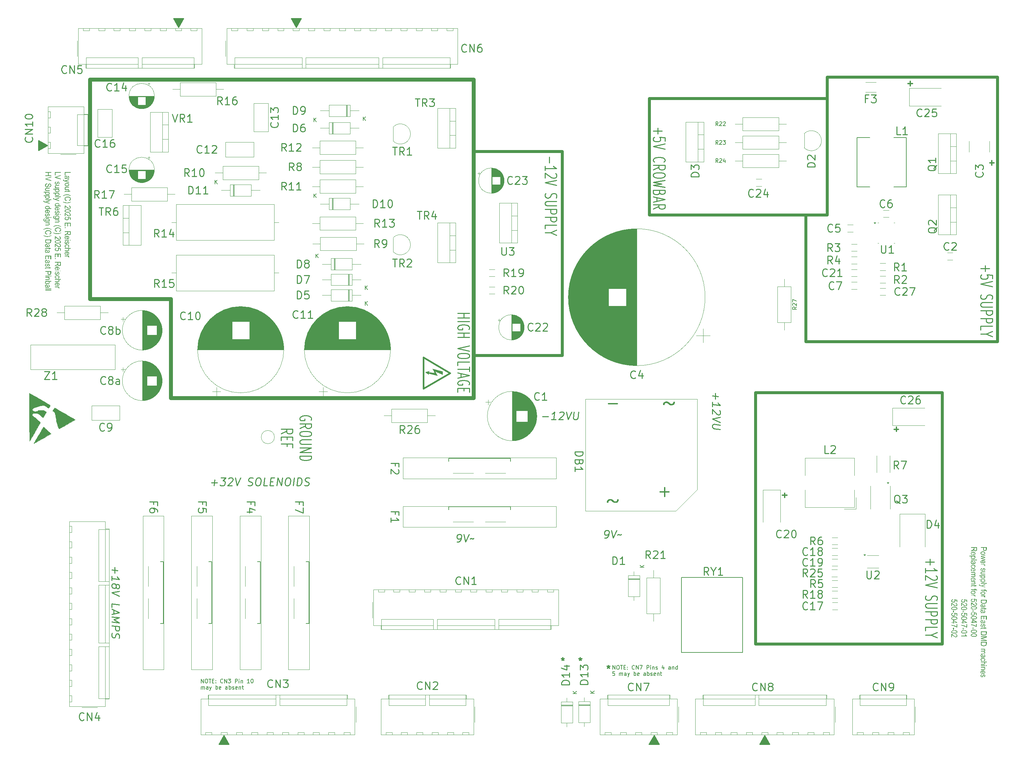
<source format=gbr>
%TF.GenerationSoftware,KiCad,Pcbnew,8.0.8*%
%TF.CreationDate,2025-07-01T22:14:08-04:00*%
%TF.ProjectId,Power Supply,506f7765-7220-4537-9570-706c792e6b69,rev?*%
%TF.SameCoordinates,Original*%
%TF.FileFunction,Legend,Top*%
%TF.FilePolarity,Positive*%
%FSLAX46Y46*%
G04 Gerber Fmt 4.6, Leading zero omitted, Abs format (unit mm)*
G04 Created by KiCad (PCBNEW 8.0.8) date 2025-07-01 22:14:08*
%MOMM*%
%LPD*%
G01*
G04 APERTURE LIST*
%ADD10C,0.150000*%
%ADD11C,0.750000*%
%ADD12C,1.000000*%
%ADD13C,0.250000*%
%ADD14C,0.300000*%
%ADD15C,0.010000*%
%ADD16C,0.120000*%
%ADD17C,0.152400*%
%ADD18C,0.381000*%
%ADD19C,0.400000*%
%ADD20C,0.200000*%
%ADD21C,0.100000*%
G04 APERTURE END LIST*
D10*
G36*
X100195000Y-81828838D02*
G01*
X101719075Y-81828838D01*
X101719075Y-81995533D01*
X100370854Y-81995533D01*
X100370854Y-82615300D01*
X100195000Y-82615300D01*
X100195000Y-81828838D01*
G37*
G36*
X100561201Y-82743519D02*
G01*
X100632264Y-82765462D01*
X100636468Y-82767341D01*
X100697102Y-82802527D01*
X100744180Y-82847025D01*
X100781804Y-82903108D01*
X100805729Y-82958461D01*
X100820989Y-83019891D01*
X100832240Y-83084542D01*
X100833939Y-83095847D01*
X100844466Y-83162562D01*
X100857659Y-83231633D01*
X100873940Y-83299014D01*
X100893788Y-83360084D01*
X100898419Y-83371536D01*
X100946779Y-83372147D01*
X101021809Y-83366008D01*
X101089370Y-83341066D01*
X101105415Y-83328489D01*
X101143591Y-83275953D01*
X101163107Y-83213538D01*
X101168063Y-83152329D01*
X101163770Y-83089783D01*
X101147283Y-83029447D01*
X101124099Y-82991434D01*
X101068071Y-82948679D01*
X100995551Y-82921176D01*
X100968761Y-82914497D01*
X100993674Y-82763372D01*
X101066100Y-82780747D01*
X101133359Y-82806779D01*
X101175757Y-82831149D01*
X101226993Y-82876501D01*
X101264843Y-82930619D01*
X101282735Y-82967620D01*
X101304219Y-83032475D01*
X101316012Y-83097256D01*
X101320323Y-83160301D01*
X101320471Y-83174921D01*
X101317833Y-83237070D01*
X101308717Y-83298023D01*
X101289183Y-83359911D01*
X101287131Y-83364515D01*
X101254984Y-83420940D01*
X101207087Y-83469501D01*
X101203967Y-83471676D01*
X101139039Y-83503919D01*
X101076838Y-83519914D01*
X100999030Y-83526086D01*
X100920239Y-83527517D01*
X100905013Y-83527547D01*
X100656252Y-83527547D01*
X100579634Y-83527785D01*
X100500019Y-83528701D01*
X100424129Y-83530638D01*
X100347464Y-83535027D01*
X100327257Y-83537316D01*
X100255627Y-83553449D01*
X100195000Y-83576700D01*
X100195000Y-83415195D01*
X100268029Y-83393567D01*
X100333485Y-83384359D01*
X100287729Y-83336585D01*
X100246542Y-83284636D01*
X100212971Y-83228869D01*
X100208189Y-83218885D01*
X100185863Y-83157719D01*
X100173842Y-83093290D01*
X100173442Y-83085467D01*
X100318098Y-83085467D01*
X100324744Y-83149724D01*
X100346944Y-83212940D01*
X100365359Y-83244225D01*
X100409800Y-83294686D01*
X100470508Y-83335391D01*
X100495418Y-83346502D01*
X100568201Y-83364471D01*
X100645670Y-83370925D01*
X100682997Y-83371536D01*
X100751873Y-83371536D01*
X100727637Y-83310673D01*
X100709949Y-83250175D01*
X100695711Y-83188630D01*
X100682630Y-83119050D01*
X100669424Y-83055423D01*
X100650053Y-82994897D01*
X100644895Y-82984106D01*
X100600414Y-82933376D01*
X100583712Y-82923046D01*
X100512178Y-82902426D01*
X100493953Y-82901674D01*
X100420899Y-82914858D01*
X100368290Y-82948386D01*
X100332263Y-83001923D01*
X100318882Y-83063624D01*
X100318098Y-83085467D01*
X100173442Y-83085467D01*
X100171552Y-83048525D01*
X100175812Y-82986125D01*
X100191114Y-82922932D01*
X100221630Y-82862195D01*
X100260579Y-82817411D01*
X100321050Y-82774907D01*
X100391182Y-82748145D01*
X100470973Y-82737125D01*
X100488091Y-82736810D01*
X100561201Y-82743519D01*
G37*
G36*
X99771482Y-83755608D02*
G01*
X99941842Y-83738511D01*
X99927303Y-83799507D01*
X99925355Y-83827049D01*
X99935399Y-83887906D01*
X99946605Y-83909176D01*
X99996693Y-83955024D01*
X100005956Y-83960162D01*
X100075021Y-83985254D01*
X100148471Y-84007178D01*
X100195000Y-84020917D01*
X101297023Y-83675008D01*
X101297023Y-83841399D01*
X100659183Y-84031297D01*
X100589985Y-84051473D01*
X100518817Y-84070442D01*
X100445678Y-84088203D01*
X100404193Y-84097548D01*
X100476035Y-84113310D01*
X100546891Y-84130714D01*
X100616762Y-84149761D01*
X100655153Y-84161051D01*
X101297023Y-84355835D01*
X101297023Y-84510319D01*
X100177414Y-84163494D01*
X100103490Y-84140249D01*
X100032273Y-84116616D01*
X99963150Y-84091476D01*
X99927920Y-84076788D01*
X99865632Y-84044158D01*
X99810545Y-84001750D01*
X99792732Y-83982144D01*
X99760308Y-83923831D01*
X99749543Y-83859735D01*
X99749501Y-83855137D01*
X99758967Y-83792163D01*
X99771482Y-83755608D01*
G37*
G36*
X100819839Y-84581521D02*
G01*
X100905186Y-84590475D01*
X100982821Y-84606315D01*
X101052747Y-84629043D01*
X101126481Y-84665408D01*
X101189112Y-84711690D01*
X101198471Y-84720368D01*
X101246008Y-84774261D01*
X101281869Y-84833093D01*
X101306055Y-84896862D01*
X101318564Y-84965569D01*
X101320471Y-85007048D01*
X101315241Y-85075158D01*
X101299553Y-85138438D01*
X101273407Y-85196888D01*
X101236802Y-85250508D01*
X101189739Y-85299298D01*
X101171727Y-85314488D01*
X101112092Y-85355057D01*
X101044472Y-85387232D01*
X100968867Y-85411013D01*
X100885276Y-85426401D01*
X100809516Y-85432813D01*
X100761399Y-85433862D01*
X100685033Y-85432005D01*
X100603982Y-85425145D01*
X100531591Y-85413230D01*
X100459463Y-85393424D01*
X100427641Y-85381045D01*
X100363511Y-85347519D01*
X100307960Y-85306362D01*
X100260987Y-85257574D01*
X100238597Y-85227172D01*
X100206188Y-85169026D01*
X100184385Y-85107935D01*
X100173189Y-85043897D01*
X100171552Y-85007048D01*
X100323960Y-85007048D01*
X100332335Y-85068724D01*
X100361286Y-85130059D01*
X100410917Y-85183821D01*
X100429839Y-85198473D01*
X100498177Y-85235369D01*
X100573665Y-85258028D01*
X100651100Y-85270029D01*
X100725929Y-85274501D01*
X100752606Y-85274799D01*
X100825902Y-85272094D01*
X100902558Y-85262101D01*
X100978487Y-85241665D01*
X101049018Y-85207179D01*
X101062550Y-85197862D01*
X101113555Y-85151787D01*
X101150649Y-85093624D01*
X101167136Y-85028127D01*
X101168063Y-85007048D01*
X101159775Y-84944929D01*
X101131124Y-84883272D01*
X101082008Y-84829366D01*
X101063283Y-84814706D01*
X100995853Y-84777811D01*
X100921658Y-84755151D01*
X100845731Y-84743151D01*
X100772474Y-84738679D01*
X100746378Y-84738381D01*
X100670703Y-84741064D01*
X100591859Y-84750977D01*
X100514201Y-84771251D01*
X100449824Y-84801066D01*
X100429106Y-84814706D01*
X100378279Y-84860779D01*
X100341313Y-84919335D01*
X100324884Y-84985644D01*
X100323960Y-85007048D01*
X100171552Y-85007048D01*
X100176756Y-84937839D01*
X100192366Y-84873783D01*
X100218384Y-84814878D01*
X100254808Y-84761126D01*
X100301640Y-84712525D01*
X100319563Y-84697470D01*
X100379653Y-84657316D01*
X100448913Y-84625471D01*
X100527343Y-84601932D01*
X100599708Y-84588663D01*
X100678440Y-84581163D01*
X100746011Y-84579317D01*
X100819839Y-84581521D01*
G37*
G36*
X100195000Y-86207807D02*
G01*
X100355833Y-86207807D01*
X100293207Y-86165167D01*
X100243537Y-86117160D01*
X100206825Y-86063787D01*
X100183070Y-86005047D01*
X100172272Y-85940940D01*
X100171552Y-85918379D01*
X100177720Y-85854655D01*
X100196222Y-85794458D01*
X100208921Y-85767864D01*
X100245266Y-85713526D01*
X100295733Y-85668169D01*
X100302711Y-85663756D01*
X100369791Y-85633436D01*
X100440830Y-85616128D01*
X100517417Y-85608743D01*
X100593392Y-85606747D01*
X100615219Y-85606664D01*
X101297023Y-85606664D01*
X101297023Y-85761453D01*
X100685195Y-85761453D01*
X100610327Y-85762201D01*
X100534034Y-85765529D01*
X100487725Y-85770917D01*
X100418375Y-85795469D01*
X100371953Y-85832588D01*
X100339079Y-85889158D01*
X100329822Y-85949520D01*
X100339240Y-86012681D01*
X100367496Y-86072220D01*
X100372686Y-86079884D01*
X100420058Y-86129280D01*
X100485671Y-86164667D01*
X100490289Y-86166285D01*
X100561781Y-86182692D01*
X100639560Y-86190042D01*
X100706078Y-86191625D01*
X101297023Y-86191625D01*
X101297023Y-86346109D01*
X100195000Y-86346109D01*
X100195000Y-86207807D01*
G37*
G36*
X100364993Y-86920996D02*
G01*
X100195000Y-86943283D01*
X100177414Y-86881459D01*
X100171552Y-86826657D01*
X100176873Y-86764441D01*
X100198031Y-86705021D01*
X100203792Y-86695987D01*
X100252421Y-86648713D01*
X100289155Y-86630652D01*
X100364294Y-86617285D01*
X100442919Y-86612920D01*
X100511538Y-86612028D01*
X101150478Y-86612028D01*
X101150478Y-86498456D01*
X101297023Y-86498456D01*
X101297023Y-86612028D01*
X101563004Y-86612028D01*
X101672180Y-86765596D01*
X101297023Y-86765596D01*
X101297023Y-86920996D01*
X101150478Y-86920996D01*
X101150478Y-86765596D01*
X100496517Y-86765596D01*
X100420471Y-86768395D01*
X100392103Y-86773534D01*
X100355101Y-86800095D01*
X100341545Y-86853218D01*
X100360802Y-86913241D01*
X100364993Y-86920996D01*
G37*
G36*
X99749501Y-87850950D02*
G01*
X99812028Y-87811936D01*
X99877792Y-87774845D01*
X99946795Y-87739677D01*
X100019036Y-87706432D01*
X100094514Y-87675110D01*
X100173231Y-87645711D01*
X100205624Y-87634490D01*
X100287816Y-87609071D01*
X100370903Y-87587961D01*
X100454884Y-87571159D01*
X100539760Y-87558665D01*
X100625530Y-87550479D01*
X100712194Y-87546602D01*
X100747110Y-87546257D01*
X100823661Y-87547867D01*
X100899209Y-87552697D01*
X100973755Y-87560747D01*
X101047300Y-87572017D01*
X101119843Y-87586507D01*
X101191384Y-87604217D01*
X101219720Y-87612203D01*
X101301746Y-87638398D01*
X101383647Y-87668708D01*
X101465422Y-87703132D01*
X101530753Y-87733634D01*
X101596003Y-87766769D01*
X101661172Y-87802537D01*
X101726262Y-87840938D01*
X101742522Y-87850950D01*
X101742522Y-87961775D01*
X101678103Y-87931051D01*
X101608757Y-87898708D01*
X101538825Y-87867215D01*
X101473372Y-87839451D01*
X101434410Y-87824389D01*
X101362167Y-87799545D01*
X101288322Y-87777525D01*
X101212874Y-87758329D01*
X101135823Y-87741957D01*
X101063068Y-87729403D01*
X100990159Y-87719446D01*
X100917095Y-87712086D01*
X100843876Y-87707324D01*
X100770503Y-87705160D01*
X100746011Y-87705015D01*
X100652526Y-87707272D01*
X100559054Y-87714042D01*
X100465595Y-87725325D01*
X100372148Y-87741122D01*
X100278714Y-87761432D01*
X100185294Y-87786256D01*
X100091886Y-87815593D01*
X99998491Y-87849443D01*
X99905109Y-87887806D01*
X99811740Y-87930683D01*
X99749501Y-87961775D01*
X99749501Y-87850950D01*
G37*
G36*
X100734288Y-89055983D02*
G01*
X100683729Y-89222679D01*
X100608546Y-89204227D01*
X100539159Y-89181690D01*
X100463545Y-89149254D01*
X100396277Y-89110936D01*
X100337355Y-89066736D01*
X100302711Y-89034002D01*
X100258137Y-88980918D01*
X100222786Y-88923563D01*
X100196657Y-88861936D01*
X100179750Y-88796037D01*
X100172065Y-88725866D01*
X100171552Y-88701526D01*
X100173994Y-88639745D01*
X100183371Y-88570508D01*
X100199780Y-88506616D01*
X100223221Y-88448070D01*
X100259458Y-88386521D01*
X100271570Y-88370272D01*
X100319605Y-88317480D01*
X100376195Y-88270503D01*
X100441341Y-88229340D01*
X100515042Y-88193992D01*
X100560997Y-88176404D01*
X100633143Y-88153785D01*
X100707245Y-88135846D01*
X100783306Y-88122587D01*
X100861325Y-88114007D01*
X100941301Y-88110108D01*
X100968394Y-88109848D01*
X101055283Y-88112488D01*
X101137895Y-88120409D01*
X101216231Y-88133611D01*
X101290291Y-88152094D01*
X101360075Y-88175858D01*
X101382386Y-88184952D01*
X101455576Y-88220849D01*
X101520631Y-88262824D01*
X101577552Y-88310876D01*
X101626339Y-88365005D01*
X101650565Y-88398665D01*
X101686396Y-88460754D01*
X101713426Y-88525473D01*
X101731656Y-88592822D01*
X101741085Y-88662800D01*
X101742522Y-88703968D01*
X101738413Y-88772723D01*
X101726087Y-88837248D01*
X101705544Y-88897544D01*
X101671190Y-88962545D01*
X101625652Y-89021789D01*
X101569963Y-89074416D01*
X101505158Y-89119563D01*
X101442355Y-89152307D01*
X101372855Y-89179555D01*
X101296657Y-89201308D01*
X101250129Y-89037055D01*
X101319477Y-89016055D01*
X101387998Y-88987404D01*
X101451400Y-88949242D01*
X101495593Y-88910048D01*
X101536165Y-88853782D01*
X101561710Y-88789167D01*
X101571853Y-88723876D01*
X101572529Y-88700610D01*
X101568497Y-88639429D01*
X101554014Y-88575053D01*
X101528998Y-88516592D01*
X101488265Y-88457894D01*
X101436317Y-88407675D01*
X101375269Y-88366585D01*
X101305122Y-88334624D01*
X101262219Y-88320812D01*
X101190755Y-88303582D01*
X101118146Y-88291274D01*
X101044392Y-88283890D01*
X100969494Y-88281428D01*
X100886749Y-88283664D01*
X100808738Y-88290369D01*
X100735461Y-88301545D01*
X100657511Y-88319792D01*
X100629874Y-88328140D01*
X100562074Y-88354873D01*
X100496692Y-88392657D01*
X100442843Y-88438604D01*
X100413353Y-88473770D01*
X100378641Y-88530691D01*
X100355290Y-88590173D01*
X100343298Y-88652214D01*
X100341545Y-88687787D01*
X100347728Y-88755030D01*
X100366275Y-88816931D01*
X100397187Y-88873488D01*
X100440464Y-88924703D01*
X100495922Y-88969315D01*
X100563379Y-89006066D01*
X100632246Y-89031774D01*
X100710299Y-89051464D01*
X100734288Y-89055983D01*
G37*
G36*
X99749501Y-89502337D02*
G01*
X99749501Y-89391512D01*
X99842861Y-89437398D01*
X99936235Y-89478770D01*
X100029621Y-89515630D01*
X100123020Y-89547975D01*
X100216433Y-89575808D01*
X100309858Y-89599127D01*
X100403295Y-89617933D01*
X100496746Y-89632225D01*
X100590210Y-89642004D01*
X100683687Y-89647269D01*
X100746011Y-89648272D01*
X100831142Y-89646505D01*
X100915993Y-89641201D01*
X101000563Y-89632363D01*
X101072828Y-89621973D01*
X101132892Y-89611331D01*
X101209806Y-89595245D01*
X101285208Y-89576297D01*
X101359099Y-89554487D01*
X101431479Y-89529815D01*
X101501997Y-89501878D01*
X101575877Y-89469525D01*
X101641474Y-89439426D01*
X101715805Y-89404324D01*
X101742522Y-89391512D01*
X101742522Y-89502337D01*
X101677452Y-89541325D01*
X101612303Y-89577690D01*
X101547073Y-89611431D01*
X101481762Y-89642548D01*
X101416372Y-89671041D01*
X101334522Y-89702969D01*
X101252546Y-89730796D01*
X101219720Y-89740779D01*
X101148580Y-89759865D01*
X101076438Y-89775716D01*
X101003294Y-89788332D01*
X100929148Y-89797714D01*
X100854000Y-89803860D01*
X100777851Y-89806771D01*
X100747110Y-89807030D01*
X100660088Y-89804861D01*
X100573960Y-89798354D01*
X100488727Y-89787509D01*
X100404388Y-89772326D01*
X100320944Y-89752805D01*
X100238394Y-89728945D01*
X100205624Y-89718187D01*
X100125612Y-89689492D01*
X100048839Y-89658933D01*
X99975303Y-89626511D01*
X99905005Y-89592225D01*
X99837945Y-89556076D01*
X99774123Y-89518064D01*
X99749501Y-89502337D01*
G37*
G36*
X100370854Y-91238904D02*
G01*
X100195000Y-91238904D01*
X100195000Y-90406646D01*
X100268802Y-90411594D01*
X100323960Y-90424659D01*
X100393843Y-90451172D01*
X100456698Y-90483038D01*
X100518908Y-90522298D01*
X100525094Y-90526631D01*
X100583376Y-90570884D01*
X100639269Y-90618492D01*
X100691331Y-90666536D01*
X100746339Y-90720540D01*
X100754438Y-90728742D01*
X100804040Y-90777953D01*
X100862324Y-90833617D01*
X100916475Y-90882782D01*
X100976002Y-90933200D01*
X101037930Y-90980191D01*
X101077205Y-91005957D01*
X101143166Y-91040935D01*
X101214078Y-91066373D01*
X101289188Y-91078032D01*
X101302519Y-91078314D01*
X101381104Y-91069041D01*
X101449797Y-91041220D01*
X101490097Y-91012369D01*
X101533691Y-90962551D01*
X101559190Y-90903354D01*
X101566667Y-90841399D01*
X101558474Y-90775913D01*
X101530536Y-90713935D01*
X101482770Y-90662491D01*
X101417428Y-90624316D01*
X101344728Y-90603135D01*
X101268468Y-90595085D01*
X101250129Y-90594713D01*
X101270279Y-90435956D01*
X101348765Y-90445201D01*
X101419910Y-90460800D01*
X101493633Y-90487029D01*
X101557364Y-90521908D01*
X101604036Y-90558688D01*
X101648861Y-90608795D01*
X101682676Y-90665886D01*
X101705481Y-90729960D01*
X101716266Y-90790439D01*
X101719075Y-90844757D01*
X101714812Y-90909998D01*
X101699061Y-90979410D01*
X101671705Y-91041606D01*
X101632743Y-91096585D01*
X101597808Y-91131437D01*
X101541984Y-91172598D01*
X101471402Y-91207259D01*
X101393584Y-91228716D01*
X101319557Y-91236659D01*
X101297390Y-91237072D01*
X101223753Y-91231983D01*
X101151084Y-91216716D01*
X101117871Y-91206236D01*
X101050586Y-91177357D01*
X100986555Y-91140776D01*
X100932491Y-91103654D01*
X100871935Y-91055786D01*
X100816903Y-91008171D01*
X100764207Y-90960125D01*
X100706410Y-90905403D01*
X100665045Y-90865212D01*
X100615083Y-90816608D01*
X100564902Y-90768721D01*
X100513211Y-90721105D01*
X100472704Y-90686610D01*
X100415594Y-90646650D01*
X100370854Y-90621580D01*
X100370854Y-91238904D01*
G37*
G36*
X101026309Y-91400917D02*
G01*
X101102555Y-91404271D01*
X101187297Y-91411248D01*
X101264672Y-91421444D01*
X101345630Y-91437410D01*
X101377257Y-91445594D01*
X101454606Y-91471412D01*
X101522520Y-91502762D01*
X101581001Y-91539647D01*
X101630048Y-91582065D01*
X101673084Y-91636765D01*
X101702035Y-91698854D01*
X101715945Y-91760249D01*
X101719075Y-91810127D01*
X101713274Y-91876854D01*
X101695871Y-91937665D01*
X101669982Y-91987814D01*
X101627032Y-92041509D01*
X101571819Y-92087648D01*
X101528199Y-92114209D01*
X101459921Y-92145897D01*
X101389511Y-92170321D01*
X101319350Y-92188734D01*
X101302885Y-92192367D01*
X101230780Y-92204789D01*
X101147089Y-92213662D01*
X101064354Y-92218514D01*
X100986379Y-92220511D01*
X100944947Y-92220760D01*
X100864104Y-92219650D01*
X100788269Y-92216318D01*
X100703879Y-92209388D01*
X100626703Y-92199259D01*
X100545779Y-92183400D01*
X100514103Y-92175270D01*
X100436869Y-92149701D01*
X100368931Y-92118483D01*
X100310290Y-92081618D01*
X100260945Y-92039105D01*
X100217733Y-91984332D01*
X100188663Y-91922025D01*
X100174695Y-91860316D01*
X100171552Y-91810127D01*
X100323960Y-91810127D01*
X100336088Y-91873412D01*
X100372474Y-91930078D01*
X100425962Y-91975418D01*
X100448157Y-91989340D01*
X100514397Y-92017653D01*
X100590123Y-92036386D01*
X100666589Y-92048094D01*
X100755202Y-92056255D01*
X100834837Y-92060228D01*
X100922247Y-92061931D01*
X100945314Y-92062002D01*
X101035078Y-92060867D01*
X101116978Y-92057461D01*
X101191012Y-92051784D01*
X101272494Y-92041495D01*
X101354050Y-92024465D01*
X101426832Y-91998139D01*
X101443203Y-91989340D01*
X101502885Y-91945666D01*
X101546291Y-91890568D01*
X101565582Y-91828554D01*
X101566667Y-91808600D01*
X101556041Y-91746210D01*
X101519807Y-91687291D01*
X101464552Y-91642557D01*
X101457857Y-91638546D01*
X101385872Y-91607378D01*
X101306282Y-91586756D01*
X101227344Y-91573867D01*
X101136939Y-91564884D01*
X101056359Y-91560510D01*
X100968440Y-91558635D01*
X100945314Y-91558557D01*
X100855795Y-91559692D01*
X100774084Y-91563098D01*
X100700181Y-91568775D01*
X100618783Y-91579064D01*
X100537210Y-91596094D01*
X100464246Y-91622420D01*
X100447791Y-91631219D01*
X100387931Y-91674748D01*
X100344397Y-91729345D01*
X100325048Y-91790501D01*
X100323960Y-91810127D01*
X100171552Y-91810127D01*
X100177078Y-91744639D01*
X100193654Y-91684647D01*
X100226961Y-91621602D01*
X100275309Y-91566037D01*
X100328722Y-91524363D01*
X100393613Y-91488478D01*
X100470130Y-91458675D01*
X100539717Y-91439212D01*
X100616745Y-91423641D01*
X100701215Y-91411963D01*
X100793126Y-91404178D01*
X100866944Y-91400894D01*
X100944947Y-91399799D01*
X101026309Y-91400917D01*
G37*
G36*
X100370854Y-93185519D02*
G01*
X100195000Y-93185519D01*
X100195000Y-92353262D01*
X100268802Y-92358210D01*
X100323960Y-92371275D01*
X100393843Y-92397787D01*
X100456698Y-92429653D01*
X100518908Y-92468913D01*
X100525094Y-92473246D01*
X100583376Y-92517500D01*
X100639269Y-92565108D01*
X100691331Y-92613152D01*
X100746339Y-92667156D01*
X100754438Y-92675357D01*
X100804040Y-92724568D01*
X100862324Y-92780232D01*
X100916475Y-92829397D01*
X100976002Y-92879815D01*
X101037930Y-92926807D01*
X101077205Y-92952573D01*
X101143166Y-92987550D01*
X101214078Y-93012988D01*
X101289188Y-93024647D01*
X101302519Y-93024930D01*
X101381104Y-93015656D01*
X101449797Y-92987835D01*
X101490097Y-92958984D01*
X101533691Y-92909167D01*
X101559190Y-92849969D01*
X101566667Y-92788014D01*
X101558474Y-92722529D01*
X101530536Y-92660551D01*
X101482770Y-92609106D01*
X101417428Y-92570931D01*
X101344728Y-92549751D01*
X101268468Y-92541701D01*
X101250129Y-92541329D01*
X101270279Y-92382571D01*
X101348765Y-92391816D01*
X101419910Y-92407415D01*
X101493633Y-92433645D01*
X101557364Y-92468524D01*
X101604036Y-92505303D01*
X101648861Y-92555411D01*
X101682676Y-92612502D01*
X101705481Y-92676576D01*
X101716266Y-92737054D01*
X101719075Y-92791372D01*
X101714812Y-92856613D01*
X101699061Y-92926026D01*
X101671705Y-92988222D01*
X101632743Y-93043201D01*
X101597808Y-93078053D01*
X101541984Y-93119213D01*
X101471402Y-93153875D01*
X101393584Y-93175332D01*
X101319557Y-93183275D01*
X101297390Y-93183688D01*
X101223753Y-93178598D01*
X101151084Y-93163331D01*
X101117871Y-93152852D01*
X101050586Y-93123972D01*
X100986555Y-93087391D01*
X100932491Y-93050270D01*
X100871935Y-93002402D01*
X100816903Y-92954786D01*
X100764207Y-92906740D01*
X100706410Y-92852018D01*
X100665045Y-92811828D01*
X100615083Y-92763224D01*
X100564902Y-92715337D01*
X100513211Y-92667721D01*
X100472704Y-92633225D01*
X100415594Y-92593265D01*
X100370854Y-92568196D01*
X100370854Y-93185519D01*
G37*
G36*
X100593604Y-93346414D02*
G01*
X100610090Y-93508836D01*
X100535518Y-93522736D01*
X100465780Y-93547017D01*
X100405019Y-93584470D01*
X100395767Y-93592489D01*
X100352009Y-93645540D01*
X100328448Y-93706234D01*
X100323960Y-93750942D01*
X100334049Y-93817250D01*
X100364317Y-93876879D01*
X100414764Y-93929830D01*
X100427274Y-93939619D01*
X100490692Y-93977105D01*
X100564717Y-94002323D01*
X100639421Y-94014440D01*
X100700949Y-94017166D01*
X100777816Y-94012510D01*
X100854056Y-93996142D01*
X100919458Y-93967989D01*
X100957037Y-93942672D01*
X101006496Y-93891802D01*
X101037637Y-93831928D01*
X101050002Y-93770343D01*
X101050826Y-93748194D01*
X101042692Y-93685758D01*
X101015923Y-93624958D01*
X101008328Y-93613555D01*
X100963195Y-93562804D01*
X100906791Y-93523323D01*
X100898419Y-93518911D01*
X100921133Y-93373892D01*
X101695628Y-93495708D01*
X101695628Y-94121885D01*
X101519773Y-94121885D01*
X101519773Y-93619356D01*
X101113841Y-93551578D01*
X101152950Y-93609033D01*
X101180886Y-93667823D01*
X101197647Y-93727948D01*
X101203234Y-93789410D01*
X101196642Y-93859069D01*
X101176867Y-93923790D01*
X101143909Y-93983573D01*
X101097767Y-94038418D01*
X101065481Y-94067541D01*
X101001588Y-94111795D01*
X100930121Y-94145179D01*
X100851081Y-94167694D01*
X100777304Y-94178342D01*
X100711573Y-94181114D01*
X100636332Y-94177615D01*
X100553533Y-94164688D01*
X100476098Y-94142236D01*
X100404028Y-94110258D01*
X100355833Y-94081585D01*
X100293207Y-94033031D01*
X100243537Y-93978273D01*
X100206825Y-93917312D01*
X100183070Y-93850146D01*
X100173172Y-93789436D01*
X100171552Y-93750942D01*
X100175609Y-93688706D01*
X100190598Y-93621714D01*
X100216632Y-93560771D01*
X100253710Y-93505876D01*
X100286957Y-93470368D01*
X100341201Y-93427391D01*
X100402632Y-93393298D01*
X100471251Y-93368086D01*
X100547058Y-93351757D01*
X100593604Y-93346414D01*
G37*
G36*
X100195000Y-94872016D02*
G01*
X101719075Y-94872016D01*
X101719075Y-95782126D01*
X101543220Y-95782126D01*
X101543220Y-95038407D01*
X101062550Y-95038407D01*
X101062550Y-95734804D01*
X100886695Y-95734804D01*
X100886695Y-95038407D01*
X100370854Y-95038407D01*
X100370854Y-95811435D01*
X100195000Y-95811435D01*
X100195000Y-94872016D01*
G37*
G36*
X100195000Y-96058731D02*
G01*
X100406025Y-96058731D01*
X100406025Y-96234891D01*
X100195000Y-96234891D01*
X100195000Y-96058731D01*
G37*
G36*
X101719075Y-97567541D02*
G01*
X101717094Y-97637282D01*
X101711151Y-97699308D01*
X101699507Y-97760751D01*
X101677676Y-97823386D01*
X101641976Y-97879441D01*
X101591298Y-97927127D01*
X101532229Y-97963215D01*
X101464860Y-97990907D01*
X101393268Y-98008342D01*
X101317455Y-98015522D01*
X101301786Y-98015727D01*
X101223476Y-98010308D01*
X101151577Y-97994050D01*
X101078354Y-97962806D01*
X101027013Y-97929021D01*
X100976386Y-97879772D01*
X100935880Y-97818730D01*
X100908739Y-97755645D01*
X100891643Y-97694386D01*
X100885230Y-97661270D01*
X100849488Y-97716184D01*
X100809759Y-97761714D01*
X100755255Y-97806544D01*
X100692952Y-97849823D01*
X100630210Y-97887449D01*
X100607892Y-97899712D01*
X100195000Y-98118920D01*
X100195000Y-97909176D01*
X100510806Y-97742786D01*
X100575125Y-97707905D01*
X100637906Y-97672495D01*
X100700863Y-97634727D01*
X100720000Y-97622496D01*
X100778426Y-97580345D01*
X100821482Y-97537927D01*
X100823827Y-97533958D01*
X101039103Y-97533958D01*
X101041929Y-97600463D01*
X101051567Y-97662392D01*
X101068046Y-97712561D01*
X101105598Y-97769271D01*
X101160369Y-97810563D01*
X101231203Y-97836767D01*
X101298855Y-97844146D01*
X101375276Y-97835002D01*
X101440775Y-97807567D01*
X101478374Y-97779117D01*
X101518630Y-97725708D01*
X101540727Y-97661690D01*
X101548460Y-97599870D01*
X101549082Y-97574258D01*
X101549082Y-97175837D01*
X101039103Y-97175837D01*
X101039103Y-97533958D01*
X100823827Y-97533958D01*
X100855005Y-97481198D01*
X100861782Y-97461906D01*
X100868652Y-97399052D01*
X100869110Y-97369094D01*
X100869110Y-97175837D01*
X100195000Y-97175837D01*
X100195000Y-97009446D01*
X101719075Y-97009446D01*
X101719075Y-97567541D01*
G37*
G36*
X100820488Y-98201191D02*
G01*
X100898060Y-98209867D01*
X100969567Y-98224327D01*
X101047371Y-98249314D01*
X101116442Y-98282630D01*
X101167330Y-98316756D01*
X101219374Y-98363657D01*
X101260650Y-98415517D01*
X101291159Y-98472336D01*
X101310899Y-98534113D01*
X101319872Y-98600850D01*
X101320471Y-98624197D01*
X101315100Y-98690414D01*
X101298987Y-98751909D01*
X101266612Y-98817684D01*
X101219616Y-98877031D01*
X101167697Y-98922784D01*
X101106040Y-98962211D01*
X101035651Y-98993481D01*
X100956529Y-99016593D01*
X100883924Y-99029622D01*
X100805254Y-99036986D01*
X100737951Y-99038799D01*
X100687393Y-99038189D01*
X100687393Y-98875767D01*
X100839801Y-98875767D01*
X100915258Y-98866958D01*
X100991899Y-98848123D01*
X101055956Y-98817454D01*
X101110148Y-98772441D01*
X101149561Y-98714326D01*
X101166311Y-98654732D01*
X101168063Y-98626029D01*
X101159333Y-98562744D01*
X101129565Y-98500775D01*
X101084170Y-98451390D01*
X101078670Y-98446816D01*
X101016932Y-98407883D01*
X100943459Y-98381533D01*
X100867299Y-98368575D01*
X100839801Y-98366521D01*
X100839801Y-98875767D01*
X100687393Y-98875767D01*
X100687393Y-98357972D01*
X100614241Y-98364956D01*
X100540298Y-98380879D01*
X100469429Y-98408920D01*
X100417383Y-98442847D01*
X100368117Y-98494408D01*
X100337097Y-98553305D01*
X100324325Y-98619535D01*
X100323960Y-98633661D01*
X100332727Y-98698540D01*
X100361779Y-98759282D01*
X100377083Y-98778681D01*
X100430705Y-98823417D01*
X100498772Y-98857377D01*
X100546709Y-98873935D01*
X100523262Y-99033914D01*
X100453749Y-99014269D01*
X100383063Y-98984268D01*
X100321720Y-98946215D01*
X100269719Y-98900109D01*
X100263876Y-98893780D01*
X100223484Y-98839112D01*
X100194633Y-98777383D01*
X100178855Y-98717579D01*
X100171913Y-98652370D01*
X100171552Y-98632745D01*
X100176769Y-98560664D01*
X100192418Y-98494400D01*
X100218500Y-98433954D01*
X100255015Y-98379324D01*
X100301962Y-98330513D01*
X100319930Y-98315535D01*
X100379908Y-98275693D01*
X100448283Y-98244094D01*
X100525056Y-98220738D01*
X100610228Y-98205626D01*
X100687618Y-98199329D01*
X100736852Y-98198299D01*
X100820488Y-98201191D01*
G37*
G36*
X101508049Y-99224118D02*
G01*
X101719075Y-99224118D01*
X101719075Y-99378602D01*
X101508049Y-99378602D01*
X101508049Y-99224118D01*
G37*
G36*
X100195000Y-99224118D02*
G01*
X101297023Y-99224118D01*
X101297023Y-99378602D01*
X100195000Y-99378602D01*
X100195000Y-99224118D01*
G37*
G36*
X100518133Y-99549572D02*
G01*
X100546709Y-99702529D01*
X100472984Y-99718586D01*
X100409045Y-99750516D01*
X100381479Y-99773970D01*
X100344237Y-99829555D01*
X100326712Y-99894549D01*
X100323960Y-99938529D01*
X100329076Y-99999756D01*
X100348722Y-100059062D01*
X100376350Y-100096676D01*
X100433686Y-100135373D01*
X100500181Y-100148272D01*
X100571851Y-100128550D01*
X100600198Y-100102477D01*
X100630494Y-100042116D01*
X100651889Y-99981735D01*
X100663579Y-99944635D01*
X100682461Y-99884535D01*
X100703253Y-99823698D01*
X100728028Y-99760162D01*
X100752972Y-99708941D01*
X100794628Y-99654379D01*
X100852903Y-99611561D01*
X100857020Y-99609412D01*
X100927178Y-99583995D01*
X101004298Y-99575523D01*
X101079152Y-99583364D01*
X101140219Y-99603306D01*
X101200683Y-99638598D01*
X101243900Y-99679326D01*
X101280193Y-99734615D01*
X101298122Y-99777634D01*
X101314163Y-99837969D01*
X101320383Y-99902194D01*
X101320471Y-99911051D01*
X101316893Y-99975624D01*
X101304693Y-100040663D01*
X101283834Y-100099424D01*
X101249774Y-100158404D01*
X101203492Y-100206255D01*
X101184549Y-100219408D01*
X101116479Y-100250392D01*
X101042377Y-100268562D01*
X101016755Y-100272531D01*
X100992208Y-100121406D01*
X101065939Y-100101485D01*
X101121535Y-100061871D01*
X101154931Y-100006581D01*
X101167336Y-99944229D01*
X101168063Y-99922348D01*
X101163041Y-99856309D01*
X101144158Y-99796868D01*
X101125565Y-99770307D01*
X101066717Y-99731213D01*
X101025914Y-99724816D01*
X100960701Y-99743745D01*
X100915981Y-99793233D01*
X100910875Y-99802974D01*
X100889136Y-99862279D01*
X100867813Y-99925638D01*
X100863248Y-99939445D01*
X100841079Y-100006424D01*
X100817975Y-100071344D01*
X100794829Y-100129553D01*
X100776786Y-100168117D01*
X100738506Y-100222911D01*
X100682944Y-100267752D01*
X100678967Y-100270088D01*
X100612018Y-100296604D01*
X100537185Y-100306706D01*
X100519598Y-100307030D01*
X100445506Y-100299573D01*
X100375042Y-100277201D01*
X100343743Y-100261845D01*
X100287398Y-100222518D01*
X100241459Y-100171857D01*
X100216615Y-100131786D01*
X100190959Y-100070765D01*
X100176877Y-100010659D01*
X100171596Y-99946139D01*
X100171552Y-99939445D01*
X100174618Y-99875785D01*
X100185943Y-99809032D01*
X100209104Y-99742652D01*
X100243164Y-99686843D01*
X100258747Y-99668640D01*
X100314665Y-99621575D01*
X100383915Y-99585135D01*
X100456661Y-99561665D01*
X100518133Y-99549572D01*
G37*
G36*
X100593604Y-101080975D02*
G01*
X100569790Y-101233016D01*
X100491919Y-101218352D01*
X100421798Y-101196267D01*
X100351147Y-101161940D01*
X100290616Y-101117919D01*
X100277065Y-101105399D01*
X100230903Y-101051169D01*
X100197930Y-100991063D01*
X100178147Y-100925079D01*
X100171655Y-100862522D01*
X100171552Y-100853218D01*
X100176730Y-100785613D01*
X100192263Y-100723159D01*
X100218152Y-100665857D01*
X100261444Y-100605517D01*
X100309770Y-100559378D01*
X100318831Y-100552189D01*
X100378693Y-100513592D01*
X100447545Y-100482980D01*
X100525387Y-100460355D01*
X100597123Y-100447600D01*
X100675103Y-100440391D01*
X100741981Y-100438616D01*
X100817741Y-100440954D01*
X100899085Y-100449349D01*
X100974842Y-100463851D01*
X101045013Y-100484459D01*
X101053391Y-100487465D01*
X101123307Y-100519123D01*
X101182616Y-100558798D01*
X101231318Y-100606492D01*
X101253792Y-100636453D01*
X101286024Y-100694158D01*
X101307708Y-100754616D01*
X101318843Y-100817827D01*
X101320471Y-100854134D01*
X101316140Y-100916582D01*
X101300587Y-100981584D01*
X101273722Y-101039792D01*
X101229979Y-101097156D01*
X101173078Y-101145008D01*
X101104180Y-101182089D01*
X101032865Y-101206007D01*
X100973157Y-101218361D01*
X100945314Y-101068152D01*
X101015095Y-101049353D01*
X101080708Y-101017090D01*
X101112009Y-100991826D01*
X101152243Y-100935847D01*
X101167570Y-100874522D01*
X101168063Y-100860240D01*
X101160065Y-100797944D01*
X101132415Y-100736883D01*
X101085017Y-100684409D01*
X101066946Y-100670341D01*
X101000766Y-100635069D01*
X100926319Y-100613407D01*
X100849120Y-100601934D01*
X100773991Y-100597659D01*
X100747110Y-100597374D01*
X100668117Y-100599853D01*
X100586736Y-100609013D01*
X100507939Y-100627747D01*
X100437411Y-100659359D01*
X100424344Y-100667899D01*
X100371407Y-100716151D01*
X100338076Y-100772752D01*
X100324352Y-100837700D01*
X100323960Y-100851692D01*
X100333233Y-100915677D01*
X100364210Y-100975401D01*
X100389905Y-101003428D01*
X100449634Y-101042955D01*
X100521946Y-101068175D01*
X100593604Y-101080975D01*
G37*
G36*
X100195000Y-101360327D02*
G01*
X101719075Y-101360327D01*
X101719075Y-101514811D01*
X101171360Y-101514811D01*
X101229461Y-101564812D01*
X101273291Y-101620248D01*
X101302851Y-101681119D01*
X101318141Y-101747424D01*
X101320471Y-101787752D01*
X101314756Y-101854299D01*
X101297613Y-101914569D01*
X101272110Y-101963913D01*
X101227009Y-102017633D01*
X101169693Y-102057245D01*
X101139120Y-102070769D01*
X101064605Y-102090490D01*
X100986059Y-102099971D01*
X100912454Y-102103005D01*
X100892557Y-102103131D01*
X100195000Y-102103131D01*
X100195000Y-101948342D01*
X100894023Y-101948342D01*
X100974243Y-101943423D01*
X101045213Y-101926647D01*
X101098087Y-101897967D01*
X101141915Y-101846150D01*
X101160636Y-101783697D01*
X101162201Y-101756001D01*
X101152702Y-101693412D01*
X101124205Y-101634446D01*
X101118970Y-101626857D01*
X101071942Y-101577766D01*
X101006695Y-101542112D01*
X101002100Y-101540457D01*
X100926937Y-101522925D01*
X100852826Y-101516038D01*
X100798768Y-101514811D01*
X100195000Y-101514811D01*
X100195000Y-101360327D01*
G37*
G36*
X100820488Y-102284931D02*
G01*
X100898060Y-102293607D01*
X100969567Y-102308067D01*
X101047371Y-102333054D01*
X101116442Y-102366371D01*
X101167330Y-102400497D01*
X101219374Y-102447398D01*
X101260650Y-102499258D01*
X101291159Y-102556076D01*
X101310899Y-102617854D01*
X101319872Y-102684590D01*
X101320471Y-102707937D01*
X101315100Y-102774155D01*
X101298987Y-102835650D01*
X101266612Y-102901425D01*
X101219616Y-102960772D01*
X101167697Y-103006524D01*
X101106040Y-103045951D01*
X101035651Y-103077221D01*
X100956529Y-103100334D01*
X100883924Y-103113363D01*
X100805254Y-103120727D01*
X100737951Y-103122540D01*
X100687393Y-103121929D01*
X100687393Y-102959508D01*
X100839801Y-102959508D01*
X100915258Y-102950698D01*
X100991899Y-102931863D01*
X101055956Y-102901195D01*
X101110148Y-102856182D01*
X101149561Y-102798067D01*
X101166311Y-102738473D01*
X101168063Y-102709769D01*
X101159333Y-102646484D01*
X101129565Y-102584516D01*
X101084170Y-102535131D01*
X101078670Y-102530556D01*
X101016932Y-102491624D01*
X100943459Y-102465274D01*
X100867299Y-102452316D01*
X100839801Y-102450261D01*
X100839801Y-102959508D01*
X100687393Y-102959508D01*
X100687393Y-102441713D01*
X100614241Y-102448696D01*
X100540298Y-102464619D01*
X100469429Y-102492660D01*
X100417383Y-102526587D01*
X100368117Y-102578149D01*
X100337097Y-102637045D01*
X100324325Y-102703276D01*
X100323960Y-102717402D01*
X100332727Y-102782281D01*
X100361779Y-102843022D01*
X100377083Y-102862421D01*
X100430705Y-102907157D01*
X100498772Y-102941117D01*
X100546709Y-102957676D01*
X100523262Y-103117655D01*
X100453749Y-103098009D01*
X100383063Y-103068009D01*
X100321720Y-103029955D01*
X100269719Y-102983850D01*
X100263876Y-102977520D01*
X100223484Y-102922852D01*
X100194633Y-102861123D01*
X100178855Y-102801319D01*
X100171913Y-102736110D01*
X100171552Y-102716486D01*
X100176769Y-102644404D01*
X100192418Y-102578140D01*
X100218500Y-102517694D01*
X100255015Y-102463065D01*
X100301962Y-102414253D01*
X100319930Y-102399275D01*
X100379908Y-102359433D01*
X100448283Y-102327834D01*
X100525056Y-102304479D01*
X100610228Y-102289366D01*
X100687618Y-102283069D01*
X100736852Y-102282039D01*
X100820488Y-102284931D01*
G37*
G36*
X100195000Y-103305111D02*
G01*
X101297023Y-103305111D01*
X101297023Y-103444330D01*
X101128129Y-103444330D01*
X101193796Y-103476726D01*
X101255735Y-103516435D01*
X101283101Y-103542332D01*
X101314303Y-103599218D01*
X101320471Y-103641861D01*
X101310554Y-103705767D01*
X101283798Y-103765473D01*
X101260387Y-103800619D01*
X101087096Y-103747496D01*
X101117047Y-103690710D01*
X101127030Y-103633923D01*
X101111094Y-103571876D01*
X101090027Y-103542943D01*
X101033069Y-103501631D01*
X100988178Y-103485546D01*
X100911087Y-103469732D01*
X100835804Y-103461648D01*
X100770924Y-103459595D01*
X100195000Y-103459595D01*
X100195000Y-103305111D01*
G37*
G36*
X97675000Y-81828838D02*
G01*
X99199075Y-81828838D01*
X99199075Y-81995533D01*
X97850854Y-81995533D01*
X97850854Y-82615300D01*
X97675000Y-82615300D01*
X97675000Y-81828838D01*
G37*
G36*
X97675000Y-83038145D02*
G01*
X99199075Y-82550270D01*
X99199075Y-82730704D01*
X98090823Y-83057990D01*
X98017143Y-83079129D01*
X97946129Y-83098240D01*
X97870352Y-83117095D01*
X97840963Y-83123935D01*
X97919044Y-83143148D01*
X97989317Y-83161969D01*
X98059590Y-83182239D01*
X98090823Y-83191713D01*
X99199075Y-83531821D01*
X99199075Y-83701875D01*
X97675000Y-83209115D01*
X97675000Y-83038145D01*
G37*
G36*
X97998133Y-84248979D02*
G01*
X98026709Y-84401936D01*
X97952984Y-84417993D01*
X97889045Y-84449923D01*
X97861479Y-84473377D01*
X97824237Y-84528962D01*
X97806712Y-84593956D01*
X97803960Y-84637936D01*
X97809076Y-84699163D01*
X97828722Y-84758469D01*
X97856350Y-84796083D01*
X97913686Y-84834780D01*
X97980181Y-84847679D01*
X98051851Y-84827957D01*
X98080198Y-84801884D01*
X98110494Y-84741523D01*
X98131889Y-84681142D01*
X98143579Y-84644042D01*
X98162461Y-84583942D01*
X98183253Y-84523105D01*
X98208028Y-84459569D01*
X98232972Y-84408347D01*
X98274628Y-84353786D01*
X98332903Y-84310967D01*
X98337020Y-84308818D01*
X98407178Y-84283402D01*
X98484298Y-84274930D01*
X98559152Y-84282771D01*
X98620219Y-84302712D01*
X98680683Y-84338004D01*
X98723900Y-84378733D01*
X98760193Y-84434021D01*
X98778122Y-84477041D01*
X98794163Y-84537375D01*
X98800383Y-84601601D01*
X98800471Y-84610458D01*
X98796893Y-84675031D01*
X98784693Y-84740070D01*
X98763834Y-84798831D01*
X98729774Y-84857811D01*
X98683492Y-84905662D01*
X98664549Y-84918815D01*
X98596479Y-84949798D01*
X98522377Y-84967969D01*
X98496755Y-84971938D01*
X98472208Y-84820812D01*
X98545939Y-84800891D01*
X98601535Y-84761278D01*
X98634931Y-84705988D01*
X98647336Y-84643636D01*
X98648063Y-84621755D01*
X98643041Y-84555716D01*
X98624158Y-84496275D01*
X98605565Y-84469713D01*
X98546717Y-84430620D01*
X98505914Y-84424223D01*
X98440701Y-84443152D01*
X98395981Y-84492640D01*
X98390875Y-84502381D01*
X98369136Y-84561686D01*
X98347813Y-84625045D01*
X98343248Y-84638852D01*
X98321079Y-84705831D01*
X98297975Y-84770751D01*
X98274829Y-84828960D01*
X98256786Y-84867524D01*
X98218506Y-84922318D01*
X98162944Y-84967159D01*
X98158967Y-84969495D01*
X98092018Y-84996011D01*
X98017185Y-85006112D01*
X97999598Y-85006437D01*
X97925506Y-84998980D01*
X97855042Y-84976608D01*
X97823743Y-84961252D01*
X97767398Y-84921925D01*
X97721459Y-84871264D01*
X97696615Y-84831193D01*
X97670959Y-84770172D01*
X97656877Y-84710065D01*
X97651596Y-84645546D01*
X97651552Y-84638852D01*
X97654618Y-84575192D01*
X97665943Y-84508438D01*
X97689104Y-84442059D01*
X97723164Y-84386250D01*
X97738747Y-84368047D01*
X97794665Y-84320982D01*
X97863915Y-84284542D01*
X97936661Y-84261072D01*
X97998133Y-84248979D01*
G37*
G36*
X97675000Y-85782824D02*
G01*
X97835833Y-85782824D01*
X97773207Y-85740184D01*
X97723537Y-85692177D01*
X97686825Y-85638804D01*
X97663070Y-85580064D01*
X97652272Y-85515958D01*
X97651552Y-85493396D01*
X97657720Y-85429672D01*
X97676222Y-85369475D01*
X97688921Y-85342882D01*
X97725266Y-85288543D01*
X97775733Y-85243187D01*
X97782711Y-85238773D01*
X97849791Y-85208453D01*
X97920830Y-85191146D01*
X97997417Y-85183761D01*
X98073392Y-85181764D01*
X98095219Y-85181681D01*
X98777023Y-85181681D01*
X98777023Y-85336470D01*
X98165195Y-85336470D01*
X98090327Y-85337219D01*
X98014034Y-85340546D01*
X97967725Y-85345935D01*
X97898375Y-85370486D01*
X97851953Y-85407606D01*
X97819079Y-85464176D01*
X97809822Y-85524537D01*
X97819240Y-85587698D01*
X97847496Y-85647237D01*
X97852686Y-85654902D01*
X97900058Y-85704297D01*
X97965671Y-85739684D01*
X97970289Y-85741303D01*
X98041781Y-85757709D01*
X98119560Y-85765059D01*
X98186078Y-85766643D01*
X98777023Y-85766643D01*
X98777023Y-85921127D01*
X97675000Y-85921127D01*
X97675000Y-85782824D01*
G37*
G36*
X98777023Y-86299398D02*
G01*
X98632309Y-86299398D01*
X98689359Y-86338524D01*
X98737907Y-86384981D01*
X98758339Y-86411749D01*
X98787140Y-86471806D01*
X98799442Y-86536573D01*
X98800471Y-86563790D01*
X98794733Y-86627367D01*
X98774897Y-86692852D01*
X98740894Y-86752911D01*
X98727930Y-86769870D01*
X98676797Y-86821486D01*
X98614071Y-86864515D01*
X98547707Y-86895899D01*
X98523499Y-86904815D01*
X98447311Y-86926804D01*
X98367123Y-86941598D01*
X98292488Y-86948706D01*
X98234438Y-86950305D01*
X98152097Y-86947156D01*
X98073970Y-86937711D01*
X98000056Y-86921969D01*
X97930355Y-86899930D01*
X97859474Y-86868143D01*
X97798503Y-86829111D01*
X97747443Y-86782834D01*
X97723360Y-86753995D01*
X97688648Y-86699445D01*
X97663403Y-86636965D01*
X97652183Y-86572518D01*
X97651552Y-86552800D01*
X97652758Y-86542419D01*
X97803960Y-86542419D01*
X97814228Y-86603832D01*
X97845033Y-86659460D01*
X97896374Y-86709305D01*
X97909106Y-86718579D01*
X97977380Y-86754147D01*
X98053395Y-86775990D01*
X98131741Y-86787559D01*
X98207686Y-86791870D01*
X98234804Y-86792158D01*
X98309817Y-86789635D01*
X98387956Y-86780317D01*
X98464892Y-86761259D01*
X98535681Y-86729099D01*
X98549145Y-86720411D01*
X98604400Y-86672988D01*
X98641544Y-86614417D01*
X98653925Y-86549136D01*
X98640764Y-86484009D01*
X98605960Y-86429436D01*
X98556037Y-86384093D01*
X98542550Y-86374502D01*
X98480566Y-86341243D01*
X98405988Y-86317487D01*
X98330401Y-86304495D01*
X98245173Y-86298779D01*
X98219050Y-86298482D01*
X98143393Y-86300983D01*
X98064959Y-86310222D01*
X97988286Y-86329117D01*
X97918560Y-86361003D01*
X97905443Y-86369617D01*
X97851926Y-86417190D01*
X97815951Y-86476269D01*
X97803960Y-86542419D01*
X97652758Y-86542419D01*
X97659055Y-86488193D01*
X97681565Y-86429548D01*
X97690753Y-86413886D01*
X97732012Y-86361186D01*
X97785959Y-86315619D01*
X97789672Y-86313136D01*
X97252948Y-86313136D01*
X97252948Y-86158653D01*
X98777023Y-86158653D01*
X98777023Y-86299398D01*
G37*
G36*
X98777023Y-87272705D02*
G01*
X98632309Y-87272705D01*
X98689359Y-87311832D01*
X98737907Y-87358289D01*
X98758339Y-87385057D01*
X98787140Y-87445114D01*
X98799442Y-87509880D01*
X98800471Y-87537098D01*
X98794733Y-87600674D01*
X98774897Y-87666160D01*
X98740894Y-87726219D01*
X98727930Y-87743178D01*
X98676797Y-87794794D01*
X98614071Y-87837822D01*
X98547707Y-87869207D01*
X98523499Y-87878122D01*
X98447311Y-87900112D01*
X98367123Y-87914905D01*
X98292488Y-87922013D01*
X98234438Y-87923613D01*
X98152097Y-87920464D01*
X98073970Y-87911019D01*
X98000056Y-87895277D01*
X97930355Y-87873237D01*
X97859474Y-87841451D01*
X97798503Y-87802419D01*
X97747443Y-87756142D01*
X97723360Y-87727302D01*
X97688648Y-87672753D01*
X97663403Y-87610273D01*
X97652183Y-87545825D01*
X97651552Y-87526107D01*
X97652757Y-87515727D01*
X97803960Y-87515727D01*
X97814228Y-87577140D01*
X97845033Y-87632768D01*
X97896374Y-87682612D01*
X97909106Y-87691887D01*
X97977380Y-87727455D01*
X98053395Y-87749298D01*
X98131741Y-87760867D01*
X98207686Y-87765178D01*
X98234804Y-87765465D01*
X98309817Y-87762943D01*
X98387956Y-87753624D01*
X98464892Y-87734567D01*
X98535681Y-87702407D01*
X98549145Y-87693719D01*
X98604400Y-87646296D01*
X98641544Y-87587725D01*
X98653925Y-87522444D01*
X98640764Y-87457317D01*
X98605960Y-87402744D01*
X98556037Y-87357401D01*
X98542550Y-87347810D01*
X98480566Y-87314551D01*
X98405988Y-87290795D01*
X98330401Y-87277803D01*
X98245173Y-87272086D01*
X98219050Y-87271789D01*
X98143393Y-87274290D01*
X98064959Y-87283530D01*
X97988286Y-87302425D01*
X97918560Y-87334311D01*
X97905443Y-87342925D01*
X97851926Y-87390498D01*
X97815951Y-87449577D01*
X97803960Y-87515727D01*
X97652757Y-87515727D01*
X97659055Y-87461501D01*
X97681565Y-87402855D01*
X97690753Y-87387194D01*
X97732012Y-87334494D01*
X97785959Y-87288927D01*
X97789672Y-87286444D01*
X97252948Y-87286444D01*
X97252948Y-87131960D01*
X98777023Y-87131960D01*
X98777023Y-87272705D01*
G37*
G36*
X97675000Y-88101605D02*
G01*
X99199075Y-88101605D01*
X99199075Y-88256393D01*
X97675000Y-88256393D01*
X97675000Y-88101605D01*
G37*
G36*
X97251482Y-88486592D02*
G01*
X97421842Y-88469495D01*
X97407303Y-88530491D01*
X97405355Y-88558033D01*
X97415399Y-88618890D01*
X97426605Y-88640160D01*
X97476693Y-88686008D01*
X97485956Y-88691146D01*
X97555021Y-88716238D01*
X97628471Y-88738162D01*
X97675000Y-88751901D01*
X98777023Y-88405992D01*
X98777023Y-88572383D01*
X98139183Y-88762281D01*
X98069985Y-88782457D01*
X97998817Y-88801426D01*
X97925678Y-88819187D01*
X97884193Y-88828532D01*
X97956035Y-88844294D01*
X98026891Y-88861698D01*
X98096762Y-88880745D01*
X98135153Y-88892035D01*
X98777023Y-89086819D01*
X98777023Y-89241303D01*
X97657414Y-88894478D01*
X97583490Y-88871232D01*
X97512273Y-88847600D01*
X97443150Y-88822460D01*
X97407920Y-88807772D01*
X97345632Y-88775142D01*
X97290545Y-88732734D01*
X97272732Y-88713128D01*
X97240308Y-88654815D01*
X97229543Y-88590719D01*
X97229501Y-88586121D01*
X97238967Y-88523147D01*
X97251482Y-88486592D01*
G37*
G36*
X98305261Y-89801020D02*
G01*
X98381808Y-89809549D01*
X98454554Y-89823765D01*
X98523499Y-89843667D01*
X98593969Y-89872853D01*
X98654527Y-89909237D01*
X98710190Y-89958103D01*
X98729030Y-89980137D01*
X98766703Y-90039117D01*
X98790424Y-90102330D01*
X98800191Y-90169777D01*
X98800471Y-90183775D01*
X98793275Y-90247778D01*
X98769433Y-90310055D01*
X98756873Y-90330626D01*
X98713927Y-90382376D01*
X98660743Y-90424893D01*
X98643667Y-90435345D01*
X99199075Y-90435345D01*
X99199075Y-90588913D01*
X97675000Y-90588913D01*
X97675000Y-90445725D01*
X97813119Y-90445725D01*
X97750165Y-90403772D01*
X97702673Y-90354046D01*
X97670644Y-90296548D01*
X97654077Y-90231278D01*
X97652459Y-90205146D01*
X97803960Y-90205146D01*
X97815778Y-90271224D01*
X97851234Y-90330087D01*
X97903977Y-90377337D01*
X97968760Y-90411577D01*
X98040310Y-90432604D01*
X98113698Y-90443741D01*
X98197148Y-90448099D01*
X98209891Y-90448168D01*
X98290559Y-90445624D01*
X98373959Y-90436226D01*
X98445824Y-90419903D01*
X98513831Y-90392769D01*
X98542184Y-90375811D01*
X98598019Y-90327529D01*
X98633174Y-90272747D01*
X98647649Y-90211466D01*
X98648063Y-90198429D01*
X98638117Y-90137243D01*
X98604200Y-90077584D01*
X98552480Y-90030297D01*
X98546214Y-90025933D01*
X98479827Y-89992579D01*
X98405197Y-89972095D01*
X98327838Y-89961247D01*
X98252571Y-89957204D01*
X98225645Y-89956934D01*
X98149872Y-89959532D01*
X98071010Y-89969128D01*
X97993461Y-89988753D01*
X97922257Y-90021871D01*
X97908740Y-90030818D01*
X97853485Y-90079589D01*
X97818694Y-90133548D01*
X97804062Y-90198894D01*
X97803960Y-90205146D01*
X97652459Y-90205146D01*
X97651552Y-90190491D01*
X97658636Y-90124070D01*
X97679888Y-90061048D01*
X97715308Y-90001424D01*
X97724092Y-89989907D01*
X97769417Y-89941795D01*
X97823783Y-89900155D01*
X97887192Y-89864987D01*
X97926325Y-89848246D01*
X98002527Y-89824043D01*
X98075370Y-89809178D01*
X98153022Y-89800572D01*
X98224912Y-89798176D01*
X98305261Y-89801020D01*
G37*
G36*
X98300488Y-90778650D02*
G01*
X98378060Y-90787327D01*
X98449567Y-90801787D01*
X98527371Y-90826774D01*
X98596442Y-90860090D01*
X98647330Y-90894216D01*
X98699374Y-90941117D01*
X98740650Y-90992977D01*
X98771159Y-91049796D01*
X98790899Y-91111573D01*
X98799872Y-91178309D01*
X98800471Y-91201657D01*
X98795100Y-91267874D01*
X98778987Y-91329369D01*
X98746612Y-91395144D01*
X98699616Y-91454491D01*
X98647697Y-91500244D01*
X98586040Y-91539671D01*
X98515651Y-91570941D01*
X98436529Y-91594053D01*
X98363924Y-91607082D01*
X98285254Y-91614446D01*
X98217951Y-91616259D01*
X98167393Y-91615648D01*
X98167393Y-91453227D01*
X98319801Y-91453227D01*
X98395258Y-91444418D01*
X98471899Y-91425583D01*
X98535956Y-91394914D01*
X98590148Y-91349901D01*
X98629561Y-91291786D01*
X98646311Y-91232192D01*
X98648063Y-91203489D01*
X98639333Y-91140204D01*
X98609565Y-91078235D01*
X98564170Y-91028850D01*
X98558670Y-91024275D01*
X98496932Y-90985343D01*
X98423459Y-90958993D01*
X98347299Y-90946035D01*
X98319801Y-90943981D01*
X98319801Y-91453227D01*
X98167393Y-91453227D01*
X98167393Y-90935432D01*
X98094241Y-90942415D01*
X98020298Y-90958339D01*
X97949429Y-90986380D01*
X97897383Y-91020307D01*
X97848117Y-91071868D01*
X97817097Y-91130764D01*
X97804325Y-91196995D01*
X97803960Y-91211121D01*
X97812727Y-91276000D01*
X97841779Y-91336741D01*
X97857083Y-91356140D01*
X97910705Y-91400876D01*
X97978772Y-91434837D01*
X98026709Y-91451395D01*
X98003262Y-91611374D01*
X97933749Y-91591729D01*
X97863063Y-91561728D01*
X97801720Y-91523675D01*
X97749719Y-91477569D01*
X97743876Y-91471240D01*
X97703484Y-91416571D01*
X97674633Y-91354843D01*
X97658855Y-91295039D01*
X97651913Y-91229829D01*
X97651552Y-91210205D01*
X97656769Y-91138124D01*
X97672418Y-91071860D01*
X97698500Y-91011413D01*
X97735015Y-90956784D01*
X97781962Y-90907973D01*
X97799930Y-90892995D01*
X97859908Y-90853153D01*
X97928283Y-90821554D01*
X98005056Y-90798198D01*
X98090228Y-90783086D01*
X98167618Y-90776789D01*
X98216852Y-90775758D01*
X98300488Y-90778650D01*
G37*
G36*
X97998133Y-91738686D02*
G01*
X98026709Y-91891643D01*
X97952984Y-91907700D01*
X97889045Y-91939630D01*
X97861479Y-91963084D01*
X97824237Y-92018669D01*
X97806712Y-92083662D01*
X97803960Y-92127643D01*
X97809076Y-92188870D01*
X97828722Y-92248175D01*
X97856350Y-92285790D01*
X97913686Y-92324487D01*
X97980181Y-92337386D01*
X98051851Y-92317664D01*
X98080198Y-92291591D01*
X98110494Y-92231230D01*
X98131889Y-92170849D01*
X98143579Y-92133749D01*
X98162461Y-92073649D01*
X98183253Y-92012812D01*
X98208028Y-91949276D01*
X98232972Y-91898054D01*
X98274628Y-91843493D01*
X98332903Y-91800674D01*
X98337020Y-91798525D01*
X98407178Y-91773109D01*
X98484298Y-91764637D01*
X98559152Y-91772478D01*
X98620219Y-91792419D01*
X98680683Y-91827711D01*
X98723900Y-91868440D01*
X98760193Y-91923728D01*
X98778122Y-91966748D01*
X98794163Y-92027082D01*
X98800383Y-92091308D01*
X98800471Y-92100165D01*
X98796893Y-92164738D01*
X98784693Y-92229776D01*
X98763834Y-92288538D01*
X98729774Y-92347517D01*
X98683492Y-92395369D01*
X98664549Y-92408522D01*
X98596479Y-92439505D01*
X98522377Y-92457676D01*
X98496755Y-92461645D01*
X98472208Y-92310519D01*
X98545939Y-92290598D01*
X98601535Y-92250985D01*
X98634931Y-92195695D01*
X98647336Y-92133343D01*
X98648063Y-92111461D01*
X98643041Y-92045423D01*
X98624158Y-91985982D01*
X98605565Y-91959420D01*
X98546717Y-91920327D01*
X98505914Y-91913930D01*
X98440701Y-91932859D01*
X98395981Y-91982347D01*
X98390875Y-91992088D01*
X98369136Y-92051393D01*
X98347813Y-92114752D01*
X98343248Y-92128558D01*
X98321079Y-92195538D01*
X98297975Y-92260458D01*
X98274829Y-92318667D01*
X98256786Y-92357231D01*
X98218506Y-92412024D01*
X98162944Y-92456866D01*
X98158967Y-92459202D01*
X98092018Y-92485718D01*
X98017185Y-92495819D01*
X97999598Y-92496144D01*
X97925506Y-92488687D01*
X97855042Y-92466315D01*
X97823743Y-92450959D01*
X97767398Y-92411632D01*
X97721459Y-92360971D01*
X97696615Y-92320900D01*
X97670959Y-92259879D01*
X97656877Y-92199772D01*
X97651596Y-92135253D01*
X97651552Y-92128558D01*
X97654618Y-92064899D01*
X97665943Y-91998145D01*
X97689104Y-91931766D01*
X97723164Y-91875957D01*
X97738747Y-91857754D01*
X97794665Y-91810689D01*
X97863915Y-91774249D01*
X97936661Y-91750779D01*
X97998133Y-91738686D01*
G37*
G36*
X98988049Y-92675968D02*
G01*
X99199075Y-92675968D01*
X99199075Y-92830451D01*
X98988049Y-92830451D01*
X98988049Y-92675968D01*
G37*
G36*
X97675000Y-92675968D02*
G01*
X98777023Y-92675968D01*
X98777023Y-92830451D01*
X97675000Y-92830451D01*
X97675000Y-92675968D01*
G37*
G36*
X98308741Y-93007108D02*
G01*
X98382907Y-93015923D01*
X98462676Y-93032866D01*
X98522034Y-93051186D01*
X98592236Y-93081161D01*
X98652817Y-93117851D01*
X98708845Y-93166490D01*
X98727930Y-93188267D01*
X98766184Y-93247408D01*
X98788499Y-93305835D01*
X98799337Y-93369188D01*
X98800471Y-93398927D01*
X98793037Y-93466868D01*
X98770738Y-93529375D01*
X98733572Y-93586447D01*
X98681540Y-93638084D01*
X98645132Y-93665151D01*
X98777023Y-93665151D01*
X98777023Y-93807728D01*
X97825575Y-93807728D01*
X97748871Y-93806670D01*
X97666508Y-93802605D01*
X97583766Y-93794011D01*
X97506807Y-93779108D01*
X97461409Y-93764375D01*
X97398719Y-93732330D01*
X97344831Y-93690387D01*
X97299744Y-93638545D01*
X97291782Y-93626988D01*
X97261675Y-93570665D01*
X97241422Y-93507483D01*
X97231690Y-93445564D01*
X97229501Y-93395568D01*
X97233708Y-93327237D01*
X97246330Y-93264895D01*
X97271060Y-93200981D01*
X97306781Y-93144891D01*
X97317428Y-93132091D01*
X97373694Y-93083802D01*
X97443987Y-93051935D01*
X97518244Y-93037395D01*
X97581210Y-93035005D01*
X97554466Y-93185214D01*
X97482567Y-93203074D01*
X97433199Y-93237726D01*
X97398137Y-93296013D01*
X97383711Y-93358810D01*
X97381908Y-93394652D01*
X97386953Y-93457019D01*
X97406324Y-93519186D01*
X97433565Y-93560432D01*
X97486690Y-93604268D01*
X97555662Y-93633729D01*
X97578279Y-93639506D01*
X97651950Y-93647470D01*
X97733938Y-93650153D01*
X97817149Y-93650497D01*
X97761761Y-93603889D01*
X97719976Y-93552489D01*
X97688881Y-93487880D01*
X97676249Y-93426212D01*
X97675642Y-93412665D01*
X97827407Y-93412665D01*
X97837103Y-93475891D01*
X97866190Y-93532378D01*
X97914669Y-93582127D01*
X97926692Y-93591268D01*
X97991671Y-93626245D01*
X98064418Y-93647726D01*
X98139641Y-93659102D01*
X98225664Y-93663554D01*
X98238834Y-93663625D01*
X98322846Y-93660060D01*
X98397285Y-93649366D01*
X98470638Y-93628415D01*
X98538216Y-93593714D01*
X98544748Y-93589131D01*
X98599231Y-93539781D01*
X98633534Y-93484469D01*
X98647659Y-93423193D01*
X98648063Y-93410223D01*
X98638153Y-93348769D01*
X98604358Y-93288194D01*
X98552824Y-93239512D01*
X98546580Y-93234979D01*
X98481700Y-93200149D01*
X98410941Y-93178759D01*
X98338920Y-93167430D01*
X98257468Y-93162997D01*
X98245062Y-93162927D01*
X98167589Y-93165428D01*
X98087655Y-93174667D01*
X98010083Y-93193563D01*
X97940386Y-93225449D01*
X97927424Y-93234063D01*
X97874681Y-93282202D01*
X97841472Y-93337317D01*
X97827798Y-93399410D01*
X97827407Y-93412665D01*
X97675642Y-93412665D01*
X97675000Y-93398316D01*
X97680757Y-93330775D01*
X97698029Y-93269201D01*
X97732733Y-93204908D01*
X97783110Y-93148737D01*
X97838764Y-93107056D01*
X97902469Y-93072091D01*
X97970759Y-93044359D01*
X98043634Y-93023862D01*
X98121094Y-93010600D01*
X98203139Y-93004571D01*
X98231507Y-93004169D01*
X98308741Y-93007108D01*
G37*
G36*
X97675000Y-94036706D02*
G01*
X98777023Y-94036706D01*
X98777023Y-94175619D01*
X98622418Y-94175619D01*
X98682928Y-94216431D01*
X98730919Y-94263532D01*
X98771085Y-94326433D01*
X98791950Y-94387162D01*
X98800297Y-94454181D01*
X98800471Y-94465963D01*
X98794545Y-94530721D01*
X98776768Y-94591046D01*
X98764567Y-94617393D01*
X98729124Y-94671314D01*
X98677970Y-94716480D01*
X98670778Y-94720891D01*
X98603070Y-94751687D01*
X98533025Y-94769129D01*
X98456115Y-94775799D01*
X98375306Y-94777602D01*
X98351674Y-94777677D01*
X97675000Y-94777677D01*
X97675000Y-94623194D01*
X98346912Y-94623194D01*
X98424501Y-94620661D01*
X98498593Y-94610370D01*
X98517637Y-94605181D01*
X98579604Y-94571693D01*
X98608129Y-94541067D01*
X98635680Y-94484427D01*
X98642201Y-94433295D01*
X98633240Y-94368673D01*
X98606356Y-94310401D01*
X98566364Y-94262936D01*
X98505620Y-94225101D01*
X98428131Y-94203030D01*
X98352915Y-94193712D01*
X98278035Y-94191189D01*
X97675000Y-94191189D01*
X97675000Y-94036706D01*
G37*
G36*
X97229501Y-95791285D02*
G01*
X97292028Y-95752271D01*
X97357792Y-95715180D01*
X97426795Y-95680012D01*
X97499036Y-95646767D01*
X97574514Y-95615445D01*
X97653231Y-95586046D01*
X97685624Y-95574825D01*
X97767816Y-95549406D01*
X97850903Y-95528296D01*
X97934884Y-95511494D01*
X98019760Y-95499000D01*
X98105530Y-95490814D01*
X98192194Y-95486937D01*
X98227110Y-95486592D01*
X98303661Y-95488202D01*
X98379209Y-95493032D01*
X98453755Y-95501082D01*
X98527300Y-95512352D01*
X98599843Y-95526842D01*
X98671384Y-95544552D01*
X98699720Y-95552538D01*
X98781746Y-95578733D01*
X98863647Y-95609043D01*
X98945422Y-95643467D01*
X99010753Y-95673969D01*
X99076003Y-95707104D01*
X99141172Y-95742872D01*
X99206262Y-95781273D01*
X99222522Y-95791285D01*
X99222522Y-95902110D01*
X99158103Y-95871386D01*
X99088757Y-95839043D01*
X99018825Y-95807550D01*
X98953372Y-95779786D01*
X98914410Y-95764724D01*
X98842167Y-95739880D01*
X98768322Y-95717860D01*
X98692874Y-95698664D01*
X98615823Y-95682292D01*
X98543068Y-95669737D01*
X98470159Y-95659781D01*
X98397095Y-95652421D01*
X98323876Y-95647659D01*
X98250503Y-95645494D01*
X98226011Y-95645350D01*
X98132526Y-95647607D01*
X98039054Y-95654377D01*
X97945595Y-95665660D01*
X97852148Y-95681457D01*
X97758714Y-95701767D01*
X97665294Y-95726591D01*
X97571886Y-95755928D01*
X97478491Y-95789778D01*
X97385109Y-95828141D01*
X97291740Y-95871018D01*
X97229501Y-95902110D01*
X97229501Y-95791285D01*
G37*
G36*
X98214288Y-96996318D02*
G01*
X98163729Y-97163014D01*
X98088546Y-97144562D01*
X98019159Y-97122025D01*
X97943545Y-97089589D01*
X97876277Y-97051271D01*
X97817355Y-97007071D01*
X97782711Y-96974337D01*
X97738137Y-96921253D01*
X97702786Y-96863898D01*
X97676657Y-96802271D01*
X97659750Y-96736372D01*
X97652065Y-96666201D01*
X97651552Y-96641861D01*
X97653994Y-96580080D01*
X97663371Y-96510843D01*
X97679780Y-96446951D01*
X97703221Y-96388404D01*
X97739458Y-96326856D01*
X97751570Y-96310607D01*
X97799605Y-96257815D01*
X97856195Y-96210838D01*
X97921341Y-96169675D01*
X97995042Y-96134327D01*
X98040997Y-96116739D01*
X98113143Y-96094120D01*
X98187245Y-96076181D01*
X98263306Y-96062922D01*
X98341325Y-96054342D01*
X98421301Y-96050443D01*
X98448394Y-96050183D01*
X98535283Y-96052823D01*
X98617895Y-96060744D01*
X98696231Y-96073946D01*
X98770291Y-96092429D01*
X98840075Y-96116193D01*
X98862386Y-96125287D01*
X98935576Y-96161184D01*
X99000631Y-96203159D01*
X99057552Y-96251211D01*
X99106339Y-96305340D01*
X99130565Y-96339000D01*
X99166396Y-96401089D01*
X99193426Y-96465808D01*
X99211656Y-96533157D01*
X99221085Y-96603135D01*
X99222522Y-96644303D01*
X99218413Y-96713058D01*
X99206087Y-96777583D01*
X99185544Y-96837879D01*
X99151190Y-96902880D01*
X99105652Y-96962124D01*
X99049963Y-97014751D01*
X98985158Y-97059898D01*
X98922355Y-97092642D01*
X98852855Y-97119890D01*
X98776657Y-97141643D01*
X98730129Y-96977390D01*
X98799477Y-96956390D01*
X98867998Y-96927739D01*
X98931400Y-96889577D01*
X98975593Y-96850383D01*
X99016165Y-96794117D01*
X99041710Y-96729502D01*
X99051853Y-96664211D01*
X99052529Y-96640945D01*
X99048497Y-96579764D01*
X99034014Y-96515387D01*
X99008998Y-96456927D01*
X98968265Y-96398229D01*
X98916317Y-96348010D01*
X98855269Y-96306920D01*
X98785122Y-96274959D01*
X98742219Y-96261147D01*
X98670755Y-96243917D01*
X98598146Y-96231609D01*
X98524392Y-96224225D01*
X98449494Y-96221763D01*
X98366749Y-96223998D01*
X98288738Y-96230704D01*
X98215461Y-96241880D01*
X98137511Y-96260127D01*
X98109874Y-96268475D01*
X98042074Y-96295208D01*
X97976692Y-96332992D01*
X97922843Y-96378939D01*
X97893353Y-96414105D01*
X97858641Y-96471026D01*
X97835290Y-96530507D01*
X97823298Y-96592549D01*
X97821545Y-96628122D01*
X97827728Y-96695365D01*
X97846275Y-96757266D01*
X97877187Y-96813823D01*
X97920464Y-96865038D01*
X97975922Y-96909650D01*
X98043379Y-96946401D01*
X98112246Y-96972109D01*
X98190299Y-96991798D01*
X98214288Y-96996318D01*
G37*
G36*
X97229501Y-97442672D02*
G01*
X97229501Y-97331847D01*
X97322861Y-97377733D01*
X97416235Y-97419105D01*
X97509621Y-97455965D01*
X97603020Y-97488310D01*
X97696433Y-97516143D01*
X97789858Y-97539462D01*
X97883295Y-97558267D01*
X97976746Y-97572560D01*
X98070210Y-97582339D01*
X98163687Y-97587604D01*
X98226011Y-97588607D01*
X98311142Y-97586840D01*
X98395993Y-97581536D01*
X98480563Y-97572698D01*
X98552828Y-97562308D01*
X98612892Y-97551666D01*
X98689806Y-97535580D01*
X98765208Y-97516632D01*
X98839099Y-97494822D01*
X98911479Y-97470150D01*
X98981997Y-97442213D01*
X99055877Y-97409860D01*
X99121474Y-97379761D01*
X99195805Y-97344659D01*
X99222522Y-97331847D01*
X99222522Y-97442672D01*
X99157452Y-97481660D01*
X99092303Y-97518025D01*
X99027073Y-97551766D01*
X98961762Y-97582883D01*
X98896372Y-97611376D01*
X98814522Y-97643303D01*
X98732546Y-97671131D01*
X98699720Y-97681114D01*
X98628580Y-97700200D01*
X98556438Y-97716051D01*
X98483294Y-97728667D01*
X98409148Y-97738049D01*
X98334000Y-97744195D01*
X98257851Y-97747106D01*
X98227110Y-97747365D01*
X98140088Y-97745196D01*
X98053960Y-97738689D01*
X97968727Y-97727844D01*
X97884388Y-97712661D01*
X97800944Y-97693139D01*
X97718394Y-97669280D01*
X97685624Y-97658522D01*
X97605612Y-97629827D01*
X97528839Y-97599268D01*
X97455303Y-97566846D01*
X97385005Y-97532560D01*
X97317945Y-97496411D01*
X97254123Y-97458399D01*
X97229501Y-97442672D01*
G37*
G36*
X97850854Y-99179239D02*
G01*
X97675000Y-99179239D01*
X97675000Y-98346981D01*
X97748802Y-98351929D01*
X97803960Y-98364994D01*
X97873843Y-98391507D01*
X97936698Y-98423373D01*
X97998908Y-98462633D01*
X98005094Y-98466966D01*
X98063376Y-98511219D01*
X98119269Y-98558827D01*
X98171331Y-98606871D01*
X98226339Y-98660875D01*
X98234438Y-98669077D01*
X98284040Y-98718288D01*
X98342324Y-98773952D01*
X98396475Y-98823117D01*
X98456002Y-98873535D01*
X98517930Y-98920526D01*
X98557205Y-98946292D01*
X98623166Y-98981269D01*
X98694078Y-99006707D01*
X98769188Y-99018367D01*
X98782519Y-99018649D01*
X98861104Y-99009376D01*
X98929797Y-98981555D01*
X98970097Y-98952704D01*
X99013691Y-98902886D01*
X99039190Y-98843689D01*
X99046667Y-98781734D01*
X99038474Y-98716248D01*
X99010536Y-98654270D01*
X98962770Y-98602826D01*
X98897428Y-98564651D01*
X98824728Y-98543470D01*
X98748468Y-98535420D01*
X98730129Y-98535048D01*
X98750279Y-98376290D01*
X98828765Y-98385535D01*
X98899910Y-98401135D01*
X98973633Y-98427364D01*
X99037364Y-98462243D01*
X99084036Y-98499023D01*
X99128861Y-98549130D01*
X99162676Y-98606221D01*
X99185481Y-98670295D01*
X99196266Y-98730774D01*
X99199075Y-98785092D01*
X99194812Y-98850333D01*
X99179061Y-98919745D01*
X99151705Y-98981941D01*
X99112743Y-99036920D01*
X99077808Y-99071772D01*
X99021984Y-99112933D01*
X98951402Y-99147594D01*
X98873584Y-99169051D01*
X98799557Y-99176994D01*
X98777390Y-99177407D01*
X98703753Y-99172318D01*
X98631084Y-99157051D01*
X98597871Y-99146571D01*
X98530586Y-99117692D01*
X98466555Y-99081111D01*
X98412491Y-99043989D01*
X98351935Y-98996121D01*
X98296903Y-98948506D01*
X98244207Y-98900460D01*
X98186410Y-98845738D01*
X98145045Y-98805547D01*
X98095083Y-98756943D01*
X98044902Y-98709056D01*
X97993211Y-98661440D01*
X97952704Y-98626945D01*
X97895594Y-98586985D01*
X97850854Y-98561915D01*
X97850854Y-99179239D01*
G37*
G36*
X98506309Y-99341252D02*
G01*
X98582555Y-99344606D01*
X98667297Y-99351583D01*
X98744672Y-99361779D01*
X98825630Y-99377745D01*
X98857257Y-99385929D01*
X98934606Y-99411747D01*
X99002520Y-99443097D01*
X99061001Y-99479982D01*
X99110048Y-99522400D01*
X99153084Y-99577100D01*
X99182035Y-99639189D01*
X99195945Y-99700584D01*
X99199075Y-99750462D01*
X99193274Y-99817189D01*
X99175871Y-99878000D01*
X99149982Y-99928148D01*
X99107032Y-99981844D01*
X99051819Y-100027983D01*
X99008199Y-100054544D01*
X98939921Y-100086232D01*
X98869511Y-100110656D01*
X98799350Y-100129069D01*
X98782885Y-100132702D01*
X98710780Y-100145124D01*
X98627089Y-100153997D01*
X98544354Y-100158849D01*
X98466379Y-100160846D01*
X98424947Y-100161095D01*
X98344104Y-100159985D01*
X98268269Y-100156653D01*
X98183879Y-100149723D01*
X98106703Y-100139594D01*
X98025779Y-100123734D01*
X97994103Y-100115605D01*
X97916869Y-100090036D01*
X97848931Y-100058818D01*
X97790290Y-100021953D01*
X97740945Y-99979439D01*
X97697733Y-99924667D01*
X97668663Y-99862360D01*
X97654695Y-99800651D01*
X97651552Y-99750462D01*
X97803960Y-99750462D01*
X97816088Y-99813747D01*
X97852474Y-99870413D01*
X97905962Y-99915753D01*
X97928157Y-99929675D01*
X97994397Y-99957988D01*
X98070123Y-99976721D01*
X98146589Y-99988429D01*
X98235202Y-99996590D01*
X98314837Y-100000563D01*
X98402247Y-100002266D01*
X98425314Y-100002337D01*
X98515078Y-100001202D01*
X98596978Y-99997796D01*
X98671012Y-99992119D01*
X98752494Y-99981830D01*
X98834050Y-99964800D01*
X98906832Y-99938474D01*
X98923203Y-99929675D01*
X98982885Y-99886001D01*
X99026291Y-99830903D01*
X99045582Y-99768889D01*
X99046667Y-99748935D01*
X99036041Y-99686545D01*
X98999807Y-99627626D01*
X98944552Y-99582892D01*
X98937857Y-99578881D01*
X98865872Y-99547713D01*
X98786282Y-99527091D01*
X98707344Y-99514202D01*
X98616939Y-99505219D01*
X98536359Y-99500845D01*
X98448440Y-99498970D01*
X98425314Y-99498892D01*
X98335795Y-99500027D01*
X98254084Y-99503433D01*
X98180181Y-99509110D01*
X98098783Y-99519399D01*
X98017210Y-99536429D01*
X97944246Y-99562755D01*
X97927791Y-99571554D01*
X97867931Y-99615083D01*
X97824397Y-99669680D01*
X97805048Y-99730836D01*
X97803960Y-99750462D01*
X97651552Y-99750462D01*
X97657078Y-99684974D01*
X97673654Y-99624982D01*
X97706961Y-99561937D01*
X97755309Y-99506372D01*
X97808722Y-99464698D01*
X97873613Y-99428813D01*
X97950130Y-99399010D01*
X98019717Y-99379547D01*
X98096745Y-99363976D01*
X98181215Y-99352298D01*
X98273126Y-99344513D01*
X98346944Y-99341229D01*
X98424947Y-99340134D01*
X98506309Y-99341252D01*
G37*
G36*
X97850854Y-101125854D02*
G01*
X97675000Y-101125854D01*
X97675000Y-100293597D01*
X97748802Y-100298545D01*
X97803960Y-100311610D01*
X97873843Y-100338122D01*
X97936698Y-100369988D01*
X97998908Y-100409248D01*
X98005094Y-100413581D01*
X98063376Y-100457835D01*
X98119269Y-100505443D01*
X98171331Y-100553487D01*
X98226339Y-100607491D01*
X98234438Y-100615692D01*
X98284040Y-100664903D01*
X98342324Y-100720567D01*
X98396475Y-100769732D01*
X98456002Y-100820150D01*
X98517930Y-100867142D01*
X98557205Y-100892908D01*
X98623166Y-100927885D01*
X98694078Y-100953323D01*
X98769188Y-100964982D01*
X98782519Y-100965265D01*
X98861104Y-100955991D01*
X98929797Y-100928170D01*
X98970097Y-100899319D01*
X99013691Y-100849502D01*
X99039190Y-100790304D01*
X99046667Y-100728349D01*
X99038474Y-100662864D01*
X99010536Y-100600885D01*
X98962770Y-100549441D01*
X98897428Y-100511266D01*
X98824728Y-100490086D01*
X98748468Y-100482036D01*
X98730129Y-100481664D01*
X98750279Y-100322906D01*
X98828765Y-100332151D01*
X98899910Y-100347750D01*
X98973633Y-100373980D01*
X99037364Y-100408858D01*
X99084036Y-100445638D01*
X99128861Y-100495746D01*
X99162676Y-100552837D01*
X99185481Y-100616911D01*
X99196266Y-100677389D01*
X99199075Y-100731707D01*
X99194812Y-100796948D01*
X99179061Y-100866361D01*
X99151705Y-100928557D01*
X99112743Y-100983535D01*
X99077808Y-101018387D01*
X99021984Y-101059548D01*
X98951402Y-101094210D01*
X98873584Y-101115667D01*
X98799557Y-101123610D01*
X98777390Y-101124023D01*
X98703753Y-101118933D01*
X98631084Y-101103666D01*
X98597871Y-101093187D01*
X98530586Y-101064307D01*
X98466555Y-101027726D01*
X98412491Y-100990605D01*
X98351935Y-100942737D01*
X98296903Y-100895121D01*
X98244207Y-100847075D01*
X98186410Y-100792353D01*
X98145045Y-100752163D01*
X98095083Y-100703559D01*
X98044902Y-100655672D01*
X97993211Y-100608056D01*
X97952704Y-100573560D01*
X97895594Y-100533600D01*
X97850854Y-100508531D01*
X97850854Y-101125854D01*
G37*
G36*
X98073604Y-101286749D02*
G01*
X98090090Y-101449171D01*
X98015518Y-101463070D01*
X97945780Y-101487352D01*
X97885019Y-101524805D01*
X97875767Y-101532824D01*
X97832009Y-101585875D01*
X97808448Y-101646569D01*
X97803960Y-101691277D01*
X97814049Y-101757585D01*
X97844317Y-101817214D01*
X97894764Y-101870165D01*
X97907274Y-101879954D01*
X97970692Y-101917440D01*
X98044717Y-101942658D01*
X98119421Y-101954775D01*
X98180949Y-101957501D01*
X98257816Y-101952845D01*
X98334056Y-101936477D01*
X98399458Y-101908324D01*
X98437037Y-101883007D01*
X98486496Y-101832137D01*
X98517637Y-101772263D01*
X98530002Y-101710678D01*
X98530826Y-101688529D01*
X98522692Y-101626093D01*
X98495923Y-101565293D01*
X98488328Y-101553890D01*
X98443195Y-101503139D01*
X98386791Y-101463658D01*
X98378419Y-101459246D01*
X98401133Y-101314227D01*
X99175628Y-101436043D01*
X99175628Y-102062220D01*
X98999773Y-102062220D01*
X98999773Y-101559691D01*
X98593841Y-101491913D01*
X98632950Y-101549368D01*
X98660886Y-101608158D01*
X98677647Y-101668283D01*
X98683234Y-101729745D01*
X98676642Y-101799404D01*
X98656867Y-101864125D01*
X98623909Y-101923908D01*
X98577767Y-101978753D01*
X98545481Y-102007876D01*
X98481588Y-102052130D01*
X98410121Y-102085514D01*
X98331081Y-102108029D01*
X98257304Y-102118676D01*
X98191573Y-102121449D01*
X98116332Y-102117950D01*
X98033533Y-102105023D01*
X97956098Y-102082571D01*
X97884028Y-102050593D01*
X97835833Y-102021920D01*
X97773207Y-101973366D01*
X97723537Y-101918608D01*
X97686825Y-101857647D01*
X97663070Y-101790481D01*
X97653172Y-101729771D01*
X97651552Y-101691277D01*
X97655609Y-101629041D01*
X97670598Y-101562049D01*
X97696632Y-101501106D01*
X97733710Y-101446211D01*
X97766957Y-101410703D01*
X97821201Y-101367726D01*
X97882632Y-101333633D01*
X97951251Y-101308421D01*
X98027058Y-101292092D01*
X98073604Y-101286749D01*
G37*
G36*
X97675000Y-102812351D02*
G01*
X99199075Y-102812351D01*
X99199075Y-103722461D01*
X99023220Y-103722461D01*
X99023220Y-102978742D01*
X98542550Y-102978742D01*
X98542550Y-103675139D01*
X98366695Y-103675139D01*
X98366695Y-102978742D01*
X97850854Y-102978742D01*
X97850854Y-103751770D01*
X97675000Y-103751770D01*
X97675000Y-102812351D01*
G37*
G36*
X97675000Y-103999066D02*
G01*
X97886025Y-103999066D01*
X97886025Y-104175226D01*
X97675000Y-104175226D01*
X97675000Y-103999066D01*
G37*
G36*
X99199075Y-105507876D02*
G01*
X99197094Y-105577617D01*
X99191151Y-105639643D01*
X99179507Y-105701086D01*
X99157676Y-105763721D01*
X99121976Y-105819776D01*
X99071298Y-105867462D01*
X99012229Y-105903550D01*
X98944860Y-105931242D01*
X98873268Y-105948677D01*
X98797455Y-105955857D01*
X98781786Y-105956062D01*
X98703476Y-105950643D01*
X98631577Y-105934385D01*
X98558354Y-105903141D01*
X98507013Y-105869356D01*
X98456386Y-105820106D01*
X98415880Y-105759065D01*
X98388739Y-105695980D01*
X98371643Y-105634721D01*
X98365230Y-105601605D01*
X98329488Y-105656519D01*
X98289759Y-105702049D01*
X98235255Y-105746879D01*
X98172952Y-105790158D01*
X98110210Y-105827784D01*
X98087892Y-105840047D01*
X97675000Y-106059255D01*
X97675000Y-105849511D01*
X97990806Y-105683121D01*
X98055125Y-105648240D01*
X98117906Y-105612830D01*
X98180863Y-105575062D01*
X98200000Y-105562831D01*
X98258426Y-105520680D01*
X98301482Y-105478262D01*
X98303827Y-105474293D01*
X98519103Y-105474293D01*
X98521929Y-105540798D01*
X98531567Y-105602727D01*
X98548046Y-105652896D01*
X98585598Y-105709606D01*
X98640369Y-105750898D01*
X98711203Y-105777102D01*
X98778855Y-105784481D01*
X98855276Y-105775337D01*
X98920775Y-105747902D01*
X98958374Y-105719452D01*
X98998630Y-105666043D01*
X99020727Y-105602025D01*
X99028460Y-105540205D01*
X99029082Y-105514593D01*
X99029082Y-105116172D01*
X98519103Y-105116172D01*
X98519103Y-105474293D01*
X98303827Y-105474293D01*
X98335005Y-105421533D01*
X98341782Y-105402241D01*
X98348652Y-105339387D01*
X98349110Y-105309429D01*
X98349110Y-105116172D01*
X97675000Y-105116172D01*
X97675000Y-104949781D01*
X99199075Y-104949781D01*
X99199075Y-105507876D01*
G37*
G36*
X98300488Y-106141526D02*
G01*
X98378060Y-106150202D01*
X98449567Y-106164662D01*
X98527371Y-106189649D01*
X98596442Y-106222965D01*
X98647330Y-106257091D01*
X98699374Y-106303992D01*
X98740650Y-106355852D01*
X98771159Y-106412671D01*
X98790899Y-106474448D01*
X98799872Y-106541185D01*
X98800471Y-106564532D01*
X98795100Y-106630749D01*
X98778987Y-106692244D01*
X98746612Y-106758019D01*
X98699616Y-106817366D01*
X98647697Y-106863119D01*
X98586040Y-106902546D01*
X98515651Y-106933816D01*
X98436529Y-106956928D01*
X98363924Y-106969957D01*
X98285254Y-106977321D01*
X98217951Y-106979134D01*
X98167393Y-106978524D01*
X98167393Y-106816102D01*
X98319801Y-106816102D01*
X98395258Y-106807293D01*
X98471899Y-106788458D01*
X98535956Y-106757789D01*
X98590148Y-106712776D01*
X98629561Y-106654661D01*
X98646311Y-106595067D01*
X98648063Y-106566364D01*
X98639333Y-106503079D01*
X98609565Y-106441110D01*
X98564170Y-106391725D01*
X98558670Y-106387151D01*
X98496932Y-106348218D01*
X98423459Y-106321868D01*
X98347299Y-106308910D01*
X98319801Y-106306856D01*
X98319801Y-106816102D01*
X98167393Y-106816102D01*
X98167393Y-106298307D01*
X98094241Y-106305290D01*
X98020298Y-106321214D01*
X97949429Y-106349255D01*
X97897383Y-106383182D01*
X97848117Y-106434743D01*
X97817097Y-106493640D01*
X97804325Y-106559870D01*
X97803960Y-106573996D01*
X97812727Y-106638875D01*
X97841779Y-106699617D01*
X97857083Y-106719016D01*
X97910705Y-106763751D01*
X97978772Y-106797712D01*
X98026709Y-106814270D01*
X98003262Y-106974249D01*
X97933749Y-106954604D01*
X97863063Y-106924603D01*
X97801720Y-106886550D01*
X97749719Y-106840444D01*
X97743876Y-106834115D01*
X97703484Y-106779447D01*
X97674633Y-106717718D01*
X97658855Y-106657914D01*
X97651913Y-106592705D01*
X97651552Y-106573080D01*
X97656769Y-106500999D01*
X97672418Y-106434735D01*
X97698500Y-106374288D01*
X97735015Y-106319659D01*
X97781962Y-106270848D01*
X97799930Y-106255870D01*
X97859908Y-106216028D01*
X97928283Y-106184429D01*
X98005056Y-106161073D01*
X98090228Y-106145961D01*
X98167618Y-106139664D01*
X98216852Y-106138633D01*
X98300488Y-106141526D01*
G37*
G36*
X98988049Y-107164453D02*
G01*
X99199075Y-107164453D01*
X99199075Y-107318937D01*
X98988049Y-107318937D01*
X98988049Y-107164453D01*
G37*
G36*
X97675000Y-107164453D02*
G01*
X98777023Y-107164453D01*
X98777023Y-107318937D01*
X97675000Y-107318937D01*
X97675000Y-107164453D01*
G37*
G36*
X97998133Y-107489907D02*
G01*
X98026709Y-107642864D01*
X97952984Y-107658921D01*
X97889045Y-107690851D01*
X97861479Y-107714305D01*
X97824237Y-107769890D01*
X97806712Y-107834884D01*
X97803960Y-107878864D01*
X97809076Y-107940091D01*
X97828722Y-107999397D01*
X97856350Y-108037011D01*
X97913686Y-108075708D01*
X97980181Y-108088607D01*
X98051851Y-108068885D01*
X98080198Y-108042812D01*
X98110494Y-107982451D01*
X98131889Y-107922070D01*
X98143579Y-107884970D01*
X98162461Y-107824870D01*
X98183253Y-107764033D01*
X98208028Y-107700497D01*
X98232972Y-107649275D01*
X98274628Y-107594714D01*
X98332903Y-107551896D01*
X98337020Y-107549747D01*
X98407178Y-107524330D01*
X98484298Y-107515858D01*
X98559152Y-107523699D01*
X98620219Y-107543640D01*
X98680683Y-107578933D01*
X98723900Y-107619661D01*
X98760193Y-107674950D01*
X98778122Y-107717969D01*
X98794163Y-107778304D01*
X98800383Y-107842529D01*
X98800471Y-107851386D01*
X98796893Y-107915959D01*
X98784693Y-107980998D01*
X98763834Y-108039759D01*
X98729774Y-108098739D01*
X98683492Y-108146590D01*
X98664549Y-108159743D01*
X98596479Y-108190727D01*
X98522377Y-108208897D01*
X98496755Y-108212866D01*
X98472208Y-108061741D01*
X98545939Y-108041820D01*
X98601535Y-108002206D01*
X98634931Y-107946916D01*
X98647336Y-107884564D01*
X98648063Y-107862683D01*
X98643041Y-107796644D01*
X98624158Y-107737203D01*
X98605565Y-107710642D01*
X98546717Y-107671548D01*
X98505914Y-107665151D01*
X98440701Y-107684080D01*
X98395981Y-107733568D01*
X98390875Y-107743309D01*
X98369136Y-107802614D01*
X98347813Y-107865973D01*
X98343248Y-107879780D01*
X98321079Y-107946759D01*
X98297975Y-108011679D01*
X98274829Y-108069888D01*
X98256786Y-108108452D01*
X98218506Y-108163246D01*
X98162944Y-108208087D01*
X98158967Y-108210423D01*
X98092018Y-108236939D01*
X98017185Y-108247040D01*
X97999598Y-108247365D01*
X97925506Y-108239908D01*
X97855042Y-108217536D01*
X97823743Y-108202180D01*
X97767398Y-108162853D01*
X97721459Y-108112192D01*
X97696615Y-108072121D01*
X97670959Y-108011100D01*
X97656877Y-107950994D01*
X97651596Y-107886474D01*
X97651552Y-107879780D01*
X97654618Y-107816120D01*
X97665943Y-107749366D01*
X97689104Y-107682987D01*
X97723164Y-107627178D01*
X97738747Y-107608975D01*
X97794665Y-107561910D01*
X97863915Y-107525470D01*
X97936661Y-107502000D01*
X97998133Y-107489907D01*
G37*
G36*
X98073604Y-109021310D02*
G01*
X98049790Y-109173351D01*
X97971919Y-109158687D01*
X97901798Y-109136602D01*
X97831147Y-109102275D01*
X97770616Y-109058254D01*
X97757065Y-109045734D01*
X97710903Y-108991504D01*
X97677930Y-108931398D01*
X97658147Y-108865414D01*
X97651655Y-108802857D01*
X97651552Y-108793553D01*
X97656730Y-108725948D01*
X97672263Y-108663494D01*
X97698152Y-108606192D01*
X97741444Y-108545852D01*
X97789770Y-108499713D01*
X97798831Y-108492524D01*
X97858693Y-108453927D01*
X97927545Y-108423315D01*
X98005387Y-108400690D01*
X98077123Y-108387935D01*
X98155103Y-108380726D01*
X98221981Y-108378951D01*
X98297741Y-108381288D01*
X98379085Y-108389684D01*
X98454842Y-108404186D01*
X98525013Y-108424794D01*
X98533391Y-108427800D01*
X98603307Y-108459458D01*
X98662616Y-108499133D01*
X98711318Y-108546827D01*
X98733792Y-108576788D01*
X98766024Y-108634493D01*
X98787708Y-108694951D01*
X98798843Y-108758162D01*
X98800471Y-108794469D01*
X98796140Y-108856917D01*
X98780587Y-108921918D01*
X98753722Y-108980127D01*
X98709979Y-109037491D01*
X98653078Y-109085343D01*
X98584180Y-109122424D01*
X98512865Y-109146342D01*
X98453157Y-109158696D01*
X98425314Y-109008487D01*
X98495095Y-108989688D01*
X98560708Y-108957425D01*
X98592009Y-108932161D01*
X98632243Y-108876182D01*
X98647570Y-108814857D01*
X98648063Y-108800575D01*
X98640065Y-108738279D01*
X98612415Y-108677218D01*
X98565017Y-108624744D01*
X98546946Y-108610676D01*
X98480766Y-108575404D01*
X98406319Y-108553742D01*
X98329120Y-108542269D01*
X98253991Y-108537994D01*
X98227110Y-108537709D01*
X98148117Y-108540188D01*
X98066736Y-108549348D01*
X97987939Y-108568081D01*
X97917411Y-108599694D01*
X97904344Y-108608234D01*
X97851407Y-108656486D01*
X97818076Y-108713087D01*
X97804352Y-108778035D01*
X97803960Y-108792027D01*
X97813233Y-108856012D01*
X97844210Y-108915736D01*
X97869905Y-108943763D01*
X97929634Y-108983290D01*
X98001946Y-109008510D01*
X98073604Y-109021310D01*
G37*
G36*
X97675000Y-109300662D02*
G01*
X99199075Y-109300662D01*
X99199075Y-109455146D01*
X98651360Y-109455146D01*
X98709461Y-109505147D01*
X98753291Y-109560583D01*
X98782851Y-109621454D01*
X98798141Y-109687759D01*
X98800471Y-109728087D01*
X98794756Y-109794634D01*
X98777613Y-109854904D01*
X98752110Y-109904248D01*
X98707009Y-109957968D01*
X98649693Y-109997580D01*
X98619120Y-110011104D01*
X98544605Y-110030825D01*
X98466059Y-110040306D01*
X98392454Y-110043340D01*
X98372557Y-110043466D01*
X97675000Y-110043466D01*
X97675000Y-109888677D01*
X98374023Y-109888677D01*
X98454243Y-109883758D01*
X98525213Y-109866982D01*
X98578087Y-109838302D01*
X98621915Y-109786485D01*
X98640636Y-109724032D01*
X98642201Y-109696336D01*
X98632702Y-109633747D01*
X98604205Y-109574781D01*
X98598970Y-109567192D01*
X98551942Y-109518101D01*
X98486695Y-109482447D01*
X98482100Y-109480792D01*
X98406937Y-109463260D01*
X98332826Y-109456373D01*
X98278768Y-109455146D01*
X97675000Y-109455146D01*
X97675000Y-109300662D01*
G37*
G36*
X98300488Y-110225266D02*
G01*
X98378060Y-110233942D01*
X98449567Y-110248402D01*
X98527371Y-110273389D01*
X98596442Y-110306706D01*
X98647330Y-110340832D01*
X98699374Y-110387733D01*
X98740650Y-110439593D01*
X98771159Y-110496411D01*
X98790899Y-110558189D01*
X98799872Y-110624925D01*
X98800471Y-110648272D01*
X98795100Y-110714490D01*
X98778987Y-110775985D01*
X98746612Y-110841760D01*
X98699616Y-110901107D01*
X98647697Y-110946859D01*
X98586040Y-110986286D01*
X98515651Y-111017556D01*
X98436529Y-111040669D01*
X98363924Y-111053698D01*
X98285254Y-111061062D01*
X98217951Y-111062875D01*
X98167393Y-111062264D01*
X98167393Y-110899842D01*
X98319801Y-110899842D01*
X98395258Y-110891033D01*
X98471899Y-110872198D01*
X98535956Y-110841530D01*
X98590148Y-110796517D01*
X98629561Y-110738402D01*
X98646311Y-110678807D01*
X98648063Y-110650104D01*
X98639333Y-110586819D01*
X98609565Y-110524851D01*
X98564170Y-110475465D01*
X98558670Y-110470891D01*
X98496932Y-110431959D01*
X98423459Y-110405608D01*
X98347299Y-110392651D01*
X98319801Y-110390596D01*
X98319801Y-110899842D01*
X98167393Y-110899842D01*
X98167393Y-110382048D01*
X98094241Y-110389031D01*
X98020298Y-110404954D01*
X97949429Y-110432995D01*
X97897383Y-110466922D01*
X97848117Y-110518484D01*
X97817097Y-110577380D01*
X97804325Y-110643611D01*
X97803960Y-110657737D01*
X97812727Y-110722616D01*
X97841779Y-110783357D01*
X97857083Y-110802756D01*
X97910705Y-110847492D01*
X97978772Y-110881452D01*
X98026709Y-110898011D01*
X98003262Y-111057990D01*
X97933749Y-111038344D01*
X97863063Y-111008344D01*
X97801720Y-110970290D01*
X97749719Y-110924185D01*
X97743876Y-110917855D01*
X97703484Y-110863187D01*
X97674633Y-110801458D01*
X97658855Y-110741654D01*
X97651913Y-110676445D01*
X97651552Y-110656821D01*
X97656769Y-110584739D01*
X97672418Y-110518475D01*
X97698500Y-110458029D01*
X97735015Y-110403400D01*
X97781962Y-110354588D01*
X97799930Y-110339610D01*
X97859908Y-110299768D01*
X97928283Y-110268169D01*
X98005056Y-110244814D01*
X98090228Y-110229701D01*
X98167618Y-110223404D01*
X98216852Y-110222374D01*
X98300488Y-110225266D01*
G37*
G36*
X97675000Y-111245446D02*
G01*
X98777023Y-111245446D01*
X98777023Y-111384665D01*
X98608129Y-111384665D01*
X98673796Y-111417061D01*
X98735735Y-111456770D01*
X98763101Y-111482667D01*
X98794303Y-111539553D01*
X98800471Y-111582196D01*
X98790554Y-111646102D01*
X98763798Y-111705808D01*
X98740387Y-111740954D01*
X98567096Y-111687831D01*
X98597047Y-111631045D01*
X98607030Y-111574258D01*
X98591094Y-111512210D01*
X98570027Y-111483278D01*
X98513069Y-111441966D01*
X98468178Y-111425881D01*
X98391087Y-111410067D01*
X98315804Y-111401982D01*
X98250924Y-111399930D01*
X97675000Y-111399930D01*
X97675000Y-111245446D01*
G37*
G36*
X95155000Y-81840744D02*
G01*
X96679075Y-81840744D01*
X96679075Y-82007440D01*
X96045997Y-82007440D01*
X96045997Y-82661706D01*
X96679075Y-82661706D01*
X96679075Y-82828401D01*
X95155000Y-82828401D01*
X95155000Y-82661706D01*
X95870143Y-82661706D01*
X95870143Y-82007440D01*
X95155000Y-82007440D01*
X95155000Y-81840744D01*
G37*
G36*
X95155000Y-83458243D02*
G01*
X96679075Y-82970368D01*
X96679075Y-83150802D01*
X95570823Y-83478087D01*
X95497143Y-83499227D01*
X95426129Y-83518337D01*
X95350352Y-83537192D01*
X95320963Y-83544033D01*
X95399044Y-83563246D01*
X95469317Y-83582067D01*
X95539590Y-83602336D01*
X95570823Y-83611810D01*
X96679075Y-83951919D01*
X96679075Y-84121973D01*
X95155000Y-83629213D01*
X95155000Y-83458243D01*
G37*
G36*
X95653988Y-84694112D02*
G01*
X95670840Y-84851038D01*
X95594506Y-84862267D01*
X95522688Y-84882417D01*
X95476667Y-84902939D01*
X95419826Y-84943586D01*
X95375837Y-84994254D01*
X95353935Y-85029640D01*
X95327445Y-85091320D01*
X95312905Y-85151713D01*
X95307452Y-85216220D01*
X95307407Y-85222897D01*
X95311433Y-85285751D01*
X95325009Y-85348312D01*
X95341479Y-85391120D01*
X95376451Y-85447987D01*
X95428269Y-85495233D01*
X95435635Y-85499808D01*
X95502472Y-85527679D01*
X95566427Y-85535528D01*
X95641118Y-85524612D01*
X95691357Y-85501029D01*
X95740816Y-85455615D01*
X95776880Y-85397470D01*
X95781482Y-85387761D01*
X95805184Y-85326328D01*
X95826694Y-85260066D01*
X95846309Y-85195105D01*
X95855488Y-85163668D01*
X95874241Y-85102288D01*
X95895599Y-85039902D01*
X95919321Y-84980769D01*
X95950743Y-84920647D01*
X95993491Y-84864139D01*
X96042646Y-84818454D01*
X96092892Y-84786313D01*
X96159250Y-84759337D01*
X96231378Y-84744811D01*
X96282669Y-84742044D01*
X96360191Y-84748430D01*
X96434077Y-84767586D01*
X96498091Y-84796083D01*
X96556108Y-84834878D01*
X96604680Y-84883333D01*
X96643807Y-84941448D01*
X96650498Y-84954230D01*
X96675647Y-85014479D01*
X96692565Y-85078447D01*
X96701252Y-85146134D01*
X96702522Y-85185345D01*
X96699110Y-85253199D01*
X96688875Y-85316931D01*
X96671816Y-85376541D01*
X96647934Y-85432030D01*
X96613348Y-85488225D01*
X96565334Y-85541486D01*
X96507231Y-85585087D01*
X96487833Y-85596284D01*
X96418939Y-85627130D01*
X96344607Y-85647541D01*
X96264837Y-85657517D01*
X96248230Y-85658260D01*
X96233576Y-85498586D01*
X96309561Y-85486495D01*
X96380802Y-85461618D01*
X96443133Y-85420340D01*
X96452662Y-85411270D01*
X96491688Y-85357985D01*
X96514454Y-85298200D01*
X96524861Y-85235651D01*
X96526667Y-85192062D01*
X96523459Y-85129860D01*
X96511936Y-85068360D01*
X96485747Y-85005868D01*
X96459623Y-84971632D01*
X96405698Y-84929586D01*
X96332889Y-84905060D01*
X96298422Y-84902634D01*
X96223684Y-84914922D01*
X96163600Y-84951788D01*
X96123621Y-85009547D01*
X96096510Y-85072287D01*
X96075936Y-85132065D01*
X96055157Y-85202747D01*
X96038200Y-85263085D01*
X96018725Y-85327285D01*
X95997209Y-85390870D01*
X95971453Y-85454720D01*
X95958070Y-85481489D01*
X95921075Y-85538749D01*
X95873920Y-85591664D01*
X95814694Y-85636854D01*
X95803098Y-85643606D01*
X95735241Y-85673503D01*
X95660631Y-85690990D01*
X95586943Y-85696118D01*
X95512511Y-85690483D01*
X95440798Y-85673578D01*
X95371804Y-85645403D01*
X95358332Y-85638415D01*
X95295892Y-85597623D01*
X95242755Y-85546991D01*
X95202885Y-85493011D01*
X95191270Y-85473246D01*
X95162402Y-85410499D01*
X95144674Y-85351156D01*
X95134410Y-85288454D01*
X95131552Y-85230835D01*
X95133703Y-85168664D01*
X95141650Y-85101042D01*
X95155452Y-85038709D01*
X95178395Y-84973946D01*
X95192735Y-84944155D01*
X95227150Y-84889563D01*
X95275009Y-84835582D01*
X95332547Y-84789475D01*
X95376284Y-84763110D01*
X95447871Y-84731114D01*
X95524558Y-84708971D01*
X95597007Y-84697560D01*
X95653988Y-84694112D01*
G37*
G36*
X95155000Y-86494792D02*
G01*
X95315833Y-86494792D01*
X95253207Y-86452152D01*
X95203537Y-86404145D01*
X95166825Y-86350772D01*
X95143070Y-86292032D01*
X95132272Y-86227926D01*
X95131552Y-86205364D01*
X95137720Y-86141640D01*
X95156222Y-86081443D01*
X95168921Y-86054849D01*
X95205266Y-86000511D01*
X95255733Y-85955155D01*
X95262711Y-85950741D01*
X95329791Y-85920421D01*
X95400830Y-85903114D01*
X95477417Y-85895729D01*
X95553392Y-85893732D01*
X95575219Y-85893649D01*
X96257023Y-85893649D01*
X96257023Y-86048438D01*
X95645195Y-86048438D01*
X95570327Y-86049187D01*
X95494034Y-86052514D01*
X95447725Y-86057903D01*
X95378375Y-86082454D01*
X95331953Y-86119574D01*
X95299079Y-86176144D01*
X95289822Y-86236505D01*
X95299240Y-86299666D01*
X95327496Y-86359205D01*
X95332686Y-86366870D01*
X95380058Y-86416265D01*
X95445671Y-86451652D01*
X95450289Y-86453271D01*
X95521781Y-86469677D01*
X95599560Y-86477027D01*
X95666078Y-86478611D01*
X96257023Y-86478611D01*
X96257023Y-86633094D01*
X95155000Y-86633094D01*
X95155000Y-86494792D01*
G37*
G36*
X96257023Y-87011366D02*
G01*
X96112309Y-87011366D01*
X96169359Y-87050492D01*
X96217907Y-87096949D01*
X96238339Y-87123717D01*
X96267140Y-87183774D01*
X96279442Y-87248540D01*
X96280471Y-87275758D01*
X96274733Y-87339335D01*
X96254897Y-87404820D01*
X96220894Y-87464879D01*
X96207930Y-87481838D01*
X96156797Y-87533454D01*
X96094071Y-87576482D01*
X96027707Y-87607867D01*
X96003499Y-87616782D01*
X95927311Y-87638772D01*
X95847123Y-87653566D01*
X95772488Y-87660673D01*
X95714438Y-87662273D01*
X95632097Y-87659124D01*
X95553970Y-87649679D01*
X95480056Y-87633937D01*
X95410355Y-87611898D01*
X95339474Y-87580111D01*
X95278503Y-87541079D01*
X95227443Y-87494802D01*
X95203360Y-87465963D01*
X95168648Y-87411413D01*
X95143403Y-87348933D01*
X95132183Y-87284485D01*
X95131552Y-87264767D01*
X95132757Y-87254387D01*
X95283960Y-87254387D01*
X95294228Y-87315800D01*
X95325033Y-87371428D01*
X95376374Y-87421273D01*
X95389106Y-87430547D01*
X95457380Y-87466115D01*
X95533395Y-87487958D01*
X95611741Y-87499527D01*
X95687686Y-87503838D01*
X95714804Y-87504125D01*
X95789817Y-87501603D01*
X95867956Y-87492285D01*
X95944892Y-87473227D01*
X96015681Y-87441067D01*
X96029145Y-87432379D01*
X96084400Y-87384956D01*
X96121544Y-87326385D01*
X96133925Y-87261104D01*
X96120764Y-87195977D01*
X96085960Y-87141404D01*
X96036037Y-87096061D01*
X96022550Y-87086470D01*
X95960566Y-87053211D01*
X95885988Y-87029455D01*
X95810401Y-87016463D01*
X95725173Y-87010747D01*
X95699050Y-87010450D01*
X95623393Y-87012950D01*
X95544959Y-87022190D01*
X95468286Y-87041085D01*
X95398560Y-87072971D01*
X95385443Y-87081585D01*
X95331926Y-87129158D01*
X95295951Y-87188237D01*
X95283960Y-87254387D01*
X95132757Y-87254387D01*
X95139055Y-87200161D01*
X95161565Y-87141515D01*
X95170753Y-87125854D01*
X95212012Y-87073154D01*
X95265959Y-87027587D01*
X95269672Y-87025104D01*
X94732948Y-87025104D01*
X94732948Y-86870621D01*
X96257023Y-86870621D01*
X96257023Y-87011366D01*
G37*
G36*
X96257023Y-87984673D02*
G01*
X96112309Y-87984673D01*
X96169359Y-88023800D01*
X96217907Y-88070257D01*
X96238339Y-88097025D01*
X96267140Y-88157082D01*
X96279442Y-88221848D01*
X96280471Y-88249066D01*
X96274733Y-88312642D01*
X96254897Y-88378128D01*
X96220894Y-88438186D01*
X96207930Y-88455146D01*
X96156797Y-88506761D01*
X96094071Y-88549790D01*
X96027707Y-88581174D01*
X96003499Y-88590090D01*
X95927311Y-88612080D01*
X95847123Y-88626873D01*
X95772488Y-88633981D01*
X95714438Y-88635580D01*
X95632097Y-88632432D01*
X95553970Y-88622987D01*
X95480056Y-88607244D01*
X95410355Y-88585205D01*
X95339474Y-88553419D01*
X95278503Y-88514387D01*
X95227443Y-88468110D01*
X95203360Y-88439270D01*
X95168648Y-88384721D01*
X95143403Y-88322241D01*
X95132183Y-88257793D01*
X95131552Y-88238075D01*
X95132757Y-88227695D01*
X95283960Y-88227695D01*
X95294228Y-88289107D01*
X95325033Y-88344736D01*
X95376374Y-88394580D01*
X95389106Y-88403855D01*
X95457380Y-88439423D01*
X95533395Y-88461266D01*
X95611741Y-88472835D01*
X95687686Y-88477146D01*
X95714804Y-88477433D01*
X95789817Y-88474911D01*
X95867956Y-88465592D01*
X95944892Y-88446535D01*
X96015681Y-88414375D01*
X96029145Y-88405687D01*
X96084400Y-88358263D01*
X96121544Y-88299693D01*
X96133925Y-88234412D01*
X96120764Y-88169285D01*
X96085960Y-88114712D01*
X96036037Y-88069369D01*
X96022550Y-88059778D01*
X95960566Y-88026519D01*
X95885988Y-88002762D01*
X95810401Y-87989771D01*
X95725173Y-87984054D01*
X95699050Y-87983757D01*
X95623393Y-87986258D01*
X95544959Y-87995498D01*
X95468286Y-88014393D01*
X95398560Y-88046279D01*
X95385443Y-88054893D01*
X95331926Y-88102466D01*
X95295951Y-88161545D01*
X95283960Y-88227695D01*
X95132757Y-88227695D01*
X95139055Y-88173469D01*
X95161565Y-88114823D01*
X95170753Y-88099162D01*
X95212012Y-88046461D01*
X95265959Y-88000895D01*
X95269672Y-87998412D01*
X94732948Y-87998412D01*
X94732948Y-87843928D01*
X96257023Y-87843928D01*
X96257023Y-87984673D01*
G37*
G36*
X95155000Y-88813572D02*
G01*
X96679075Y-88813572D01*
X96679075Y-88968361D01*
X95155000Y-88968361D01*
X95155000Y-88813572D01*
G37*
G36*
X94731482Y-89198560D02*
G01*
X94901842Y-89181463D01*
X94887303Y-89242459D01*
X94885355Y-89270001D01*
X94895399Y-89330858D01*
X94906605Y-89352128D01*
X94956693Y-89397976D01*
X94965956Y-89403114D01*
X95035021Y-89428206D01*
X95108471Y-89450130D01*
X95155000Y-89463869D01*
X96257023Y-89117960D01*
X96257023Y-89284351D01*
X95619183Y-89474249D01*
X95549985Y-89494425D01*
X95478817Y-89513394D01*
X95405678Y-89531155D01*
X95364193Y-89540500D01*
X95436035Y-89556262D01*
X95506891Y-89573666D01*
X95576762Y-89592712D01*
X95615153Y-89604003D01*
X96257023Y-89798787D01*
X96257023Y-89953271D01*
X95137414Y-89606446D01*
X95063490Y-89583200D01*
X94992273Y-89559568D01*
X94923150Y-89534428D01*
X94887920Y-89519740D01*
X94825632Y-89487110D01*
X94770545Y-89444702D01*
X94752732Y-89425095D01*
X94720308Y-89366782D01*
X94709543Y-89302687D01*
X94709501Y-89298089D01*
X94718967Y-89235115D01*
X94731482Y-89198560D01*
G37*
G36*
X95785261Y-90512987D02*
G01*
X95861808Y-90521517D01*
X95934554Y-90535733D01*
X96003499Y-90555635D01*
X96073969Y-90584821D01*
X96134527Y-90621204D01*
X96190190Y-90670071D01*
X96209030Y-90692105D01*
X96246703Y-90751085D01*
X96270424Y-90814298D01*
X96280191Y-90881745D01*
X96280471Y-90895743D01*
X96273275Y-90959746D01*
X96249433Y-91022023D01*
X96236873Y-91042594D01*
X96193927Y-91094344D01*
X96140743Y-91136861D01*
X96123667Y-91147313D01*
X96679075Y-91147313D01*
X96679075Y-91300881D01*
X95155000Y-91300881D01*
X95155000Y-91157693D01*
X95293119Y-91157693D01*
X95230165Y-91115740D01*
X95182673Y-91066014D01*
X95150644Y-91008516D01*
X95134077Y-90943246D01*
X95132459Y-90917114D01*
X95283960Y-90917114D01*
X95295778Y-90983192D01*
X95331234Y-91042055D01*
X95383977Y-91089305D01*
X95448760Y-91123544D01*
X95520310Y-91144572D01*
X95593698Y-91155709D01*
X95677148Y-91160066D01*
X95689891Y-91160136D01*
X95770559Y-91157592D01*
X95853959Y-91148194D01*
X95925824Y-91131871D01*
X95993831Y-91104737D01*
X96022184Y-91087779D01*
X96078019Y-91039497D01*
X96113174Y-90984715D01*
X96127649Y-90923433D01*
X96128063Y-90910397D01*
X96118117Y-90849211D01*
X96084200Y-90789552D01*
X96032480Y-90742265D01*
X96026214Y-90737901D01*
X95959827Y-90704547D01*
X95885197Y-90684063D01*
X95807838Y-90673215D01*
X95732571Y-90669172D01*
X95705645Y-90668902D01*
X95629872Y-90671500D01*
X95551010Y-90681096D01*
X95473461Y-90700721D01*
X95402257Y-90733839D01*
X95388740Y-90742786D01*
X95333485Y-90791557D01*
X95298694Y-90845515D01*
X95284062Y-90910862D01*
X95283960Y-90917114D01*
X95132459Y-90917114D01*
X95131552Y-90902459D01*
X95138636Y-90836038D01*
X95159888Y-90773015D01*
X95195308Y-90713392D01*
X95204092Y-90701875D01*
X95249417Y-90653763D01*
X95303783Y-90612123D01*
X95367192Y-90576955D01*
X95406325Y-90560214D01*
X95482527Y-90536010D01*
X95555370Y-90521146D01*
X95633022Y-90512540D01*
X95704912Y-90510144D01*
X95785261Y-90512987D01*
G37*
G36*
X95780488Y-91490618D02*
G01*
X95858060Y-91499294D01*
X95929567Y-91513755D01*
X96007371Y-91538742D01*
X96076442Y-91572058D01*
X96127330Y-91606184D01*
X96179374Y-91653085D01*
X96220650Y-91704945D01*
X96251159Y-91761764D01*
X96270899Y-91823541D01*
X96279872Y-91890277D01*
X96280471Y-91913625D01*
X96275100Y-91979842D01*
X96258987Y-92041337D01*
X96226612Y-92107112D01*
X96179616Y-92166459D01*
X96127697Y-92212212D01*
X96066040Y-92251639D01*
X95995651Y-92282908D01*
X95916529Y-92306021D01*
X95843924Y-92319050D01*
X95765254Y-92326414D01*
X95697951Y-92328227D01*
X95647393Y-92327616D01*
X95647393Y-92165195D01*
X95799801Y-92165195D01*
X95875258Y-92156386D01*
X95951899Y-92137551D01*
X96015956Y-92106882D01*
X96070148Y-92061869D01*
X96109561Y-92003754D01*
X96126311Y-91944160D01*
X96128063Y-91915457D01*
X96119333Y-91852172D01*
X96089565Y-91790203D01*
X96044170Y-91740818D01*
X96038670Y-91736243D01*
X95976932Y-91697311D01*
X95903459Y-91670961D01*
X95827299Y-91658003D01*
X95799801Y-91655949D01*
X95799801Y-92165195D01*
X95647393Y-92165195D01*
X95647393Y-91647400D01*
X95574241Y-91654383D01*
X95500298Y-91670307D01*
X95429429Y-91698348D01*
X95377383Y-91732274D01*
X95328117Y-91783836D01*
X95297097Y-91842732D01*
X95284325Y-91908963D01*
X95283960Y-91923089D01*
X95292727Y-91987968D01*
X95321779Y-92048709D01*
X95337083Y-92068108D01*
X95390705Y-92112844D01*
X95458772Y-92146805D01*
X95506709Y-92163363D01*
X95483262Y-92323342D01*
X95413749Y-92303697D01*
X95343063Y-92273696D01*
X95281720Y-92235643D01*
X95229719Y-92189537D01*
X95223876Y-92183208D01*
X95183484Y-92128539D01*
X95154633Y-92066811D01*
X95138855Y-92007007D01*
X95131913Y-91941797D01*
X95131552Y-91922173D01*
X95136769Y-91850092D01*
X95152418Y-91783828D01*
X95178500Y-91723381D01*
X95215015Y-91668752D01*
X95261962Y-91619941D01*
X95279930Y-91604963D01*
X95339908Y-91565121D01*
X95408283Y-91533522D01*
X95485056Y-91510166D01*
X95570228Y-91495054D01*
X95647618Y-91488757D01*
X95696852Y-91487726D01*
X95780488Y-91490618D01*
G37*
G36*
X95478133Y-92450654D02*
G01*
X95506709Y-92603611D01*
X95432984Y-92619668D01*
X95369045Y-92651598D01*
X95341479Y-92675052D01*
X95304237Y-92730636D01*
X95286712Y-92795630D01*
X95283960Y-92839610D01*
X95289076Y-92900838D01*
X95308722Y-92960143D01*
X95336350Y-92997758D01*
X95393686Y-93036455D01*
X95460181Y-93049354D01*
X95531851Y-93029632D01*
X95560198Y-93003558D01*
X95590494Y-92943198D01*
X95611889Y-92882817D01*
X95623579Y-92845717D01*
X95642461Y-92785617D01*
X95663253Y-92724780D01*
X95688028Y-92661244D01*
X95712972Y-92610022D01*
X95754628Y-92555461D01*
X95812903Y-92512642D01*
X95817020Y-92510493D01*
X95887178Y-92485077D01*
X95964298Y-92476605D01*
X96039152Y-92484446D01*
X96100219Y-92504387D01*
X96160683Y-92539679D01*
X96203900Y-92580408D01*
X96240193Y-92635696D01*
X96258122Y-92678715D01*
X96274163Y-92739050D01*
X96280383Y-92803276D01*
X96280471Y-92812133D01*
X96276893Y-92876706D01*
X96264693Y-92941744D01*
X96243834Y-93000505D01*
X96209774Y-93059485D01*
X96163492Y-93107337D01*
X96144549Y-93120490D01*
X96076479Y-93151473D01*
X96002377Y-93169644D01*
X95976755Y-93173613D01*
X95952208Y-93022487D01*
X96025939Y-93002566D01*
X96081535Y-92962953D01*
X96114931Y-92907663D01*
X96127336Y-92845311D01*
X96128063Y-92823429D01*
X96123041Y-92757391D01*
X96104158Y-92697950D01*
X96085565Y-92671388D01*
X96026717Y-92632295D01*
X95985914Y-92625898D01*
X95920701Y-92644827D01*
X95875981Y-92694315D01*
X95870875Y-92704056D01*
X95849136Y-92763361D01*
X95827813Y-92826720D01*
X95823248Y-92840526D01*
X95801079Y-92907506D01*
X95777975Y-92972426D01*
X95754829Y-93030635D01*
X95736786Y-93069199D01*
X95698506Y-93123992D01*
X95642944Y-93168834D01*
X95638967Y-93171170D01*
X95572018Y-93197686D01*
X95497185Y-93207787D01*
X95479598Y-93208112D01*
X95405506Y-93200655D01*
X95335042Y-93178283D01*
X95303743Y-93162927D01*
X95247398Y-93123600D01*
X95201459Y-93072939D01*
X95176615Y-93032868D01*
X95150959Y-92971847D01*
X95136877Y-92911740D01*
X95131596Y-92847221D01*
X95131552Y-92840526D01*
X95134618Y-92776867D01*
X95145943Y-92710113D01*
X95169104Y-92643733D01*
X95203164Y-92587925D01*
X95218747Y-92569722D01*
X95274665Y-92522656D01*
X95343915Y-92486217D01*
X95416661Y-92462747D01*
X95478133Y-92450654D01*
G37*
G36*
X96468049Y-93387936D02*
G01*
X96679075Y-93387936D01*
X96679075Y-93542419D01*
X96468049Y-93542419D01*
X96468049Y-93387936D01*
G37*
G36*
X95155000Y-93387936D02*
G01*
X96257023Y-93387936D01*
X96257023Y-93542419D01*
X95155000Y-93542419D01*
X95155000Y-93387936D01*
G37*
G36*
X95788741Y-93719076D02*
G01*
X95862907Y-93727891D01*
X95942676Y-93744834D01*
X96002034Y-93763154D01*
X96072236Y-93793129D01*
X96132817Y-93829818D01*
X96188845Y-93878458D01*
X96207930Y-93900235D01*
X96246184Y-93959376D01*
X96268499Y-94017803D01*
X96279337Y-94081156D01*
X96280471Y-94110894D01*
X96273037Y-94178836D01*
X96250738Y-94241343D01*
X96213572Y-94298415D01*
X96161540Y-94350052D01*
X96125132Y-94377119D01*
X96257023Y-94377119D01*
X96257023Y-94519696D01*
X95305575Y-94519696D01*
X95228871Y-94518638D01*
X95146508Y-94514573D01*
X95063766Y-94505979D01*
X94986807Y-94491076D01*
X94941409Y-94476343D01*
X94878719Y-94444298D01*
X94824831Y-94402354D01*
X94779744Y-94350512D01*
X94771782Y-94338956D01*
X94741675Y-94282633D01*
X94721422Y-94219451D01*
X94711690Y-94157532D01*
X94709501Y-94107536D01*
X94713708Y-94039204D01*
X94726330Y-93976863D01*
X94751060Y-93912949D01*
X94786781Y-93856859D01*
X94797428Y-93844059D01*
X94853694Y-93795770D01*
X94923987Y-93763903D01*
X94998244Y-93749363D01*
X95061210Y-93746973D01*
X95034466Y-93897182D01*
X94962567Y-93915042D01*
X94913199Y-93949694D01*
X94878137Y-94007981D01*
X94863711Y-94070778D01*
X94861908Y-94106620D01*
X94866953Y-94168987D01*
X94886324Y-94231154D01*
X94913565Y-94272400D01*
X94966690Y-94316236D01*
X95035662Y-94345697D01*
X95058279Y-94351474D01*
X95131950Y-94359438D01*
X95213938Y-94362121D01*
X95297149Y-94362465D01*
X95241761Y-94315857D01*
X95199976Y-94264457D01*
X95168881Y-94199848D01*
X95156249Y-94138180D01*
X95155642Y-94124633D01*
X95307407Y-94124633D01*
X95317103Y-94187858D01*
X95346190Y-94244346D01*
X95394669Y-94294094D01*
X95406692Y-94303236D01*
X95471671Y-94338213D01*
X95544418Y-94359694D01*
X95619641Y-94371070D01*
X95705664Y-94375522D01*
X95718834Y-94375593D01*
X95802846Y-94372028D01*
X95877285Y-94361334D01*
X95950638Y-94340383D01*
X96018216Y-94305682D01*
X96024748Y-94301099D01*
X96079231Y-94251749D01*
X96113534Y-94196437D01*
X96127659Y-94135161D01*
X96128063Y-94122191D01*
X96118153Y-94060736D01*
X96084358Y-94000162D01*
X96032824Y-93951480D01*
X96026580Y-93946946D01*
X95961700Y-93912117D01*
X95890941Y-93890726D01*
X95818920Y-93879398D01*
X95737468Y-93874965D01*
X95725062Y-93874895D01*
X95647589Y-93877396D01*
X95567655Y-93886635D01*
X95490083Y-93905530D01*
X95420386Y-93937416D01*
X95407424Y-93946031D01*
X95354681Y-93994170D01*
X95321472Y-94049285D01*
X95307798Y-94111377D01*
X95307407Y-94124633D01*
X95155642Y-94124633D01*
X95155000Y-94110284D01*
X95160757Y-94042743D01*
X95178029Y-93981169D01*
X95212733Y-93916876D01*
X95263110Y-93860705D01*
X95318764Y-93819024D01*
X95382469Y-93784059D01*
X95450759Y-93756327D01*
X95523634Y-93735830D01*
X95601094Y-93722567D01*
X95683139Y-93716539D01*
X95711507Y-93716137D01*
X95788741Y-93719076D01*
G37*
G36*
X95155000Y-94748674D02*
G01*
X96257023Y-94748674D01*
X96257023Y-94887587D01*
X96102418Y-94887587D01*
X96162928Y-94928398D01*
X96210919Y-94975500D01*
X96251085Y-95038401D01*
X96271950Y-95099130D01*
X96280297Y-95166149D01*
X96280471Y-95177930D01*
X96274545Y-95242689D01*
X96256768Y-95303014D01*
X96244567Y-95329361D01*
X96209124Y-95383282D01*
X96157970Y-95428447D01*
X96150778Y-95432859D01*
X96083070Y-95463655D01*
X96013025Y-95481097D01*
X95936115Y-95487767D01*
X95855306Y-95489570D01*
X95831674Y-95489645D01*
X95155000Y-95489645D01*
X95155000Y-95335162D01*
X95826912Y-95335162D01*
X95904501Y-95332629D01*
X95978593Y-95322338D01*
X95997637Y-95317149D01*
X96059604Y-95283661D01*
X96088129Y-95253035D01*
X96115680Y-95196395D01*
X96122201Y-95145263D01*
X96113240Y-95080641D01*
X96086356Y-95022369D01*
X96046364Y-94974904D01*
X95985620Y-94937069D01*
X95908131Y-94914998D01*
X95832915Y-94905680D01*
X95758035Y-94903157D01*
X95155000Y-94903157D01*
X95155000Y-94748674D01*
G37*
G36*
X94709501Y-96503253D02*
G01*
X94772028Y-96464239D01*
X94837792Y-96427148D01*
X94906795Y-96391980D01*
X94979036Y-96358735D01*
X95054514Y-96327413D01*
X95133231Y-96298014D01*
X95165624Y-96286793D01*
X95247816Y-96261374D01*
X95330903Y-96240264D01*
X95414884Y-96223462D01*
X95499760Y-96210968D01*
X95585530Y-96202782D01*
X95672194Y-96198905D01*
X95707110Y-96198560D01*
X95783661Y-96200170D01*
X95859209Y-96205000D01*
X95933755Y-96213050D01*
X96007300Y-96224320D01*
X96079843Y-96238810D01*
X96151384Y-96256520D01*
X96179720Y-96264506D01*
X96261746Y-96290701D01*
X96343647Y-96321011D01*
X96425422Y-96355435D01*
X96490753Y-96385937D01*
X96556003Y-96419072D01*
X96621172Y-96454840D01*
X96686262Y-96493241D01*
X96702522Y-96503253D01*
X96702522Y-96614078D01*
X96638103Y-96583354D01*
X96568757Y-96551011D01*
X96498825Y-96519518D01*
X96433372Y-96491754D01*
X96394410Y-96476692D01*
X96322167Y-96451848D01*
X96248322Y-96429828D01*
X96172874Y-96410632D01*
X96095823Y-96394260D01*
X96023068Y-96381705D01*
X95950159Y-96371748D01*
X95877095Y-96364389D01*
X95803876Y-96359627D01*
X95730503Y-96357462D01*
X95706011Y-96357318D01*
X95612526Y-96359575D01*
X95519054Y-96366345D01*
X95425595Y-96377628D01*
X95332148Y-96393425D01*
X95238714Y-96413735D01*
X95145294Y-96438559D01*
X95051886Y-96467895D01*
X94958491Y-96501746D01*
X94865109Y-96540109D01*
X94771740Y-96582986D01*
X94709501Y-96614078D01*
X94709501Y-96503253D01*
G37*
G36*
X95694288Y-97708286D02*
G01*
X95643729Y-97874982D01*
X95568546Y-97856530D01*
X95499159Y-97833993D01*
X95423545Y-97801557D01*
X95356277Y-97763239D01*
X95297355Y-97719039D01*
X95262711Y-97686304D01*
X95218137Y-97633221D01*
X95182786Y-97575866D01*
X95156657Y-97514238D01*
X95139750Y-97448339D01*
X95132065Y-97378168D01*
X95131552Y-97353829D01*
X95133994Y-97292048D01*
X95143371Y-97222811D01*
X95159780Y-97158919D01*
X95183221Y-97100372D01*
X95219458Y-97038824D01*
X95231570Y-97022575D01*
X95279605Y-96969783D01*
X95336195Y-96922806D01*
X95401341Y-96881643D01*
X95475042Y-96846295D01*
X95520997Y-96828707D01*
X95593143Y-96806088D01*
X95667245Y-96788149D01*
X95743306Y-96774890D01*
X95821325Y-96766310D01*
X95901301Y-96762411D01*
X95928394Y-96762151D01*
X96015283Y-96764791D01*
X96097895Y-96772712D01*
X96176231Y-96785914D01*
X96250291Y-96804397D01*
X96320075Y-96828161D01*
X96342386Y-96837255D01*
X96415576Y-96873152D01*
X96480631Y-96915127D01*
X96537552Y-96963179D01*
X96586339Y-97017308D01*
X96610565Y-97050968D01*
X96646396Y-97113057D01*
X96673426Y-97177776D01*
X96691656Y-97245125D01*
X96701085Y-97315103D01*
X96702522Y-97356271D01*
X96698413Y-97425025D01*
X96686087Y-97489551D01*
X96665544Y-97549847D01*
X96631190Y-97614848D01*
X96585652Y-97674092D01*
X96529963Y-97726719D01*
X96465158Y-97771866D01*
X96402355Y-97804610D01*
X96332855Y-97831858D01*
X96256657Y-97853611D01*
X96210129Y-97689357D01*
X96279477Y-97668358D01*
X96347998Y-97639707D01*
X96411400Y-97601545D01*
X96455593Y-97562351D01*
X96496165Y-97506085D01*
X96521710Y-97441470D01*
X96531853Y-97376179D01*
X96532529Y-97352913D01*
X96528497Y-97291732D01*
X96514014Y-97227355D01*
X96488998Y-97168895D01*
X96448265Y-97110197D01*
X96396317Y-97059978D01*
X96335269Y-97018888D01*
X96265122Y-96986927D01*
X96222219Y-96973115D01*
X96150755Y-96955885D01*
X96078146Y-96943577D01*
X96004392Y-96936193D01*
X95929494Y-96933731D01*
X95846749Y-96935966D01*
X95768738Y-96942672D01*
X95695461Y-96953848D01*
X95617511Y-96972095D01*
X95589874Y-96980443D01*
X95522074Y-97007176D01*
X95456692Y-97044960D01*
X95402843Y-97090906D01*
X95373353Y-97126072D01*
X95338641Y-97182994D01*
X95315290Y-97242475D01*
X95303298Y-97304517D01*
X95301545Y-97340090D01*
X95307728Y-97407333D01*
X95326275Y-97469234D01*
X95357187Y-97525791D01*
X95400464Y-97577006D01*
X95455922Y-97621618D01*
X95523379Y-97658369D01*
X95592246Y-97684077D01*
X95670299Y-97703766D01*
X95694288Y-97708286D01*
G37*
G36*
X94709501Y-98154640D02*
G01*
X94709501Y-98043815D01*
X94802861Y-98089701D01*
X94896235Y-98131073D01*
X94989621Y-98167932D01*
X95083020Y-98200278D01*
X95176433Y-98228111D01*
X95269858Y-98251430D01*
X95363295Y-98270235D01*
X95456746Y-98284528D01*
X95550210Y-98294307D01*
X95643687Y-98299572D01*
X95706011Y-98300575D01*
X95791142Y-98298807D01*
X95875993Y-98293504D01*
X95960563Y-98284666D01*
X96032828Y-98274276D01*
X96092892Y-98263633D01*
X96169806Y-98247548D01*
X96245208Y-98228600D01*
X96319099Y-98206790D01*
X96391479Y-98182117D01*
X96461997Y-98154181D01*
X96535877Y-98121828D01*
X96601474Y-98091728D01*
X96675805Y-98056627D01*
X96702522Y-98043815D01*
X96702522Y-98154640D01*
X96637452Y-98193628D01*
X96572303Y-98229993D01*
X96507073Y-98263734D01*
X96441762Y-98294851D01*
X96376372Y-98323344D01*
X96294522Y-98355271D01*
X96212546Y-98383099D01*
X96179720Y-98393082D01*
X96108580Y-98412168D01*
X96036438Y-98428019D01*
X95963294Y-98440635D01*
X95889148Y-98450017D01*
X95814000Y-98456163D01*
X95737851Y-98459074D01*
X95707110Y-98459333D01*
X95620088Y-98457164D01*
X95533960Y-98450657D01*
X95448727Y-98439812D01*
X95364388Y-98424629D01*
X95280944Y-98405107D01*
X95198394Y-98381248D01*
X95165624Y-98370490D01*
X95085612Y-98341794D01*
X95008839Y-98311236D01*
X94935303Y-98278814D01*
X94865005Y-98244528D01*
X94797945Y-98208379D01*
X94734123Y-98170367D01*
X94709501Y-98154640D01*
G37*
G36*
X96679075Y-99575218D02*
G01*
X96677701Y-99644293D01*
X96672871Y-99711601D01*
X96663426Y-99773473D01*
X96657093Y-99799310D01*
X96633523Y-99863758D01*
X96600364Y-99922004D01*
X96557617Y-99974049D01*
X96547916Y-99983714D01*
X96493443Y-100030463D01*
X96431871Y-100070878D01*
X96363200Y-100104957D01*
X96287431Y-100132702D01*
X96216015Y-100151974D01*
X96140250Y-100166512D01*
X96060138Y-100176317D01*
X95975678Y-100181388D01*
X95925464Y-100182161D01*
X95851382Y-100180554D01*
X95771354Y-100174782D01*
X95696273Y-100164812D01*
X95617718Y-100148578D01*
X95545944Y-100128337D01*
X95474760Y-100102279D01*
X95406872Y-100069276D01*
X95395701Y-100062787D01*
X95335010Y-100022215D01*
X95281123Y-99975065D01*
X95257215Y-99948299D01*
X95220425Y-99893412D01*
X95193549Y-99835144D01*
X95181011Y-99797784D01*
X95166202Y-99734231D01*
X95158073Y-99671072D01*
X95155101Y-99609843D01*
X95155000Y-99595673D01*
X95155000Y-99576744D01*
X95330854Y-99576744D01*
X95333086Y-99642561D01*
X95340799Y-99705721D01*
X95357329Y-99767659D01*
X95359064Y-99772138D01*
X95388166Y-99828622D01*
X95432244Y-99879722D01*
X95438565Y-99885101D01*
X95499702Y-99925830D01*
X95568055Y-99956678D01*
X95632739Y-99977302D01*
X95705449Y-99993389D01*
X95786332Y-100004211D01*
X95865089Y-100009411D01*
X95928394Y-100010580D01*
X96014854Y-100008294D01*
X96093430Y-100001436D01*
X96175140Y-99987655D01*
X96246121Y-99967651D01*
X96298422Y-99945551D01*
X96364416Y-99906922D01*
X96416905Y-99863849D01*
X96459388Y-99810778D01*
X96471713Y-99788014D01*
X96490912Y-99726362D01*
X96499497Y-99665021D01*
X96502943Y-99599629D01*
X96503220Y-99572470D01*
X96503220Y-99308077D01*
X95330854Y-99308077D01*
X95330854Y-99576744D01*
X95155000Y-99576744D01*
X95155000Y-99141381D01*
X96679075Y-99141381D01*
X96679075Y-99575218D01*
G37*
G36*
X95521201Y-100338773D02*
G01*
X95592264Y-100360717D01*
X95596468Y-100362595D01*
X95657102Y-100397782D01*
X95704180Y-100442280D01*
X95741804Y-100498363D01*
X95765729Y-100553715D01*
X95780989Y-100615146D01*
X95792240Y-100679796D01*
X95793939Y-100691102D01*
X95804466Y-100757817D01*
X95817659Y-100826887D01*
X95833940Y-100894269D01*
X95853788Y-100955339D01*
X95858419Y-100966791D01*
X95906779Y-100967402D01*
X95981809Y-100961262D01*
X96049370Y-100936321D01*
X96065415Y-100923743D01*
X96103591Y-100871207D01*
X96123107Y-100808793D01*
X96128063Y-100747583D01*
X96123770Y-100685038D01*
X96107283Y-100624702D01*
X96084099Y-100586688D01*
X96028071Y-100543934D01*
X95955551Y-100516430D01*
X95928761Y-100509752D01*
X95953674Y-100358627D01*
X96026100Y-100376002D01*
X96093359Y-100402034D01*
X96135757Y-100426404D01*
X96186993Y-100471756D01*
X96224843Y-100525874D01*
X96242735Y-100562875D01*
X96264219Y-100627729D01*
X96276012Y-100692511D01*
X96280323Y-100755556D01*
X96280471Y-100770176D01*
X96277833Y-100832324D01*
X96268717Y-100893278D01*
X96249183Y-100955166D01*
X96247131Y-100959769D01*
X96214984Y-101016194D01*
X96167087Y-101064756D01*
X96163967Y-101066931D01*
X96099039Y-101099174D01*
X96036838Y-101115169D01*
X95959030Y-101121340D01*
X95880239Y-101122771D01*
X95865013Y-101122801D01*
X95616252Y-101122801D01*
X95539634Y-101123040D01*
X95460019Y-101123956D01*
X95384129Y-101125893D01*
X95307464Y-101130281D01*
X95287257Y-101132571D01*
X95215627Y-101148704D01*
X95155000Y-101171955D01*
X95155000Y-101010450D01*
X95228029Y-100988822D01*
X95293485Y-100979614D01*
X95247729Y-100931840D01*
X95206542Y-100879891D01*
X95172971Y-100824124D01*
X95168189Y-100814139D01*
X95145863Y-100752974D01*
X95133842Y-100688545D01*
X95133442Y-100680722D01*
X95278098Y-100680722D01*
X95284744Y-100744979D01*
X95306944Y-100808195D01*
X95325359Y-100839480D01*
X95369800Y-100889940D01*
X95430508Y-100930646D01*
X95455418Y-100941756D01*
X95528201Y-100959726D01*
X95605670Y-100966180D01*
X95642997Y-100966791D01*
X95711873Y-100966791D01*
X95687637Y-100905927D01*
X95669949Y-100845429D01*
X95655711Y-100783885D01*
X95642630Y-100714305D01*
X95629424Y-100650678D01*
X95610053Y-100590152D01*
X95604895Y-100579361D01*
X95560414Y-100528631D01*
X95543712Y-100518300D01*
X95472178Y-100497680D01*
X95453953Y-100496929D01*
X95380899Y-100510112D01*
X95328290Y-100543640D01*
X95292263Y-100597177D01*
X95278882Y-100658878D01*
X95278098Y-100680722D01*
X95133442Y-100680722D01*
X95131552Y-100643780D01*
X95135812Y-100581380D01*
X95151114Y-100518187D01*
X95181630Y-100457449D01*
X95220579Y-100412665D01*
X95281050Y-100370161D01*
X95351182Y-100343399D01*
X95430973Y-100332380D01*
X95448091Y-100332065D01*
X95521201Y-100338773D01*
G37*
G36*
X95324993Y-101695245D02*
G01*
X95155000Y-101717533D01*
X95137414Y-101655709D01*
X95131552Y-101600907D01*
X95136873Y-101538690D01*
X95158031Y-101479271D01*
X95163792Y-101470237D01*
X95212421Y-101422962D01*
X95249155Y-101404902D01*
X95324294Y-101391534D01*
X95402919Y-101387169D01*
X95471538Y-101386278D01*
X96110478Y-101386278D01*
X96110478Y-101272705D01*
X96257023Y-101272705D01*
X96257023Y-101386278D01*
X96523004Y-101386278D01*
X96632180Y-101539846D01*
X96257023Y-101539846D01*
X96257023Y-101695245D01*
X96110478Y-101695245D01*
X96110478Y-101539846D01*
X95456517Y-101539846D01*
X95380471Y-101542644D01*
X95352103Y-101547784D01*
X95315101Y-101574345D01*
X95301545Y-101627468D01*
X95320802Y-101687491D01*
X95324993Y-101695245D01*
G37*
G36*
X95521201Y-101798124D02*
G01*
X95592264Y-101820068D01*
X95596468Y-101821946D01*
X95657102Y-101857133D01*
X95704180Y-101901631D01*
X95741804Y-101957714D01*
X95765729Y-102013066D01*
X95780989Y-102074497D01*
X95792240Y-102139147D01*
X95793939Y-102150453D01*
X95804466Y-102217168D01*
X95817659Y-102286238D01*
X95833940Y-102353620D01*
X95853788Y-102414690D01*
X95858419Y-102426142D01*
X95906779Y-102426753D01*
X95981809Y-102420613D01*
X96049370Y-102395672D01*
X96065415Y-102383094D01*
X96103591Y-102330558D01*
X96123107Y-102268144D01*
X96128063Y-102206934D01*
X96123770Y-102144389D01*
X96107283Y-102084053D01*
X96084099Y-102046039D01*
X96028071Y-102003285D01*
X95955551Y-101975781D01*
X95928761Y-101969103D01*
X95953674Y-101817978D01*
X96026100Y-101835353D01*
X96093359Y-101861385D01*
X96135757Y-101885755D01*
X96186993Y-101931107D01*
X96224843Y-101985225D01*
X96242735Y-102022226D01*
X96264219Y-102087080D01*
X96276012Y-102151862D01*
X96280323Y-102214907D01*
X96280471Y-102229527D01*
X96277833Y-102291675D01*
X96268717Y-102352629D01*
X96249183Y-102414517D01*
X96247131Y-102419120D01*
X96214984Y-102475545D01*
X96167087Y-102524107D01*
X96163967Y-102526282D01*
X96099039Y-102558525D01*
X96036838Y-102574520D01*
X95959030Y-102580691D01*
X95880239Y-102582123D01*
X95865013Y-102582152D01*
X95616252Y-102582152D01*
X95539634Y-102582391D01*
X95460019Y-102583307D01*
X95384129Y-102585244D01*
X95307464Y-102589632D01*
X95287257Y-102591922D01*
X95215627Y-102608055D01*
X95155000Y-102631306D01*
X95155000Y-102469801D01*
X95228029Y-102448173D01*
X95293485Y-102438965D01*
X95247729Y-102391191D01*
X95206542Y-102339242D01*
X95172971Y-102283475D01*
X95168189Y-102273490D01*
X95145863Y-102212325D01*
X95133842Y-102147896D01*
X95133442Y-102140073D01*
X95278098Y-102140073D01*
X95284744Y-102204330D01*
X95306944Y-102267546D01*
X95325359Y-102298831D01*
X95369800Y-102349291D01*
X95430508Y-102389997D01*
X95455418Y-102401107D01*
X95528201Y-102419077D01*
X95605670Y-102425531D01*
X95642997Y-102426142D01*
X95711873Y-102426142D01*
X95687637Y-102365278D01*
X95669949Y-102304780D01*
X95655711Y-102243236D01*
X95642630Y-102173656D01*
X95629424Y-102110029D01*
X95610053Y-102049503D01*
X95604895Y-102038712D01*
X95560414Y-101987982D01*
X95543712Y-101977651D01*
X95472178Y-101957031D01*
X95453953Y-101956280D01*
X95380899Y-101969463D01*
X95328290Y-102002991D01*
X95292263Y-102056528D01*
X95278882Y-102118229D01*
X95278098Y-102140073D01*
X95133442Y-102140073D01*
X95131552Y-102103131D01*
X95135812Y-102040731D01*
X95151114Y-101977538D01*
X95181630Y-101916800D01*
X95220579Y-101872016D01*
X95281050Y-101829512D01*
X95351182Y-101802751D01*
X95430973Y-101791731D01*
X95448091Y-101791416D01*
X95521201Y-101798124D01*
G37*
G36*
X95155000Y-103326482D02*
G01*
X96679075Y-103326482D01*
X96679075Y-104236592D01*
X96503220Y-104236592D01*
X96503220Y-103492873D01*
X96022550Y-103492873D01*
X96022550Y-104189270D01*
X95846695Y-104189270D01*
X95846695Y-103492873D01*
X95330854Y-103492873D01*
X95330854Y-104265901D01*
X95155000Y-104265901D01*
X95155000Y-103326482D01*
G37*
G36*
X95521201Y-104423735D02*
G01*
X95592264Y-104445679D01*
X95596468Y-104447557D01*
X95657102Y-104482743D01*
X95704180Y-104527241D01*
X95741804Y-104583324D01*
X95765729Y-104638677D01*
X95780989Y-104700108D01*
X95792240Y-104764758D01*
X95793939Y-104776064D01*
X95804466Y-104842778D01*
X95817659Y-104911849D01*
X95833940Y-104979230D01*
X95853788Y-105040300D01*
X95858419Y-105051753D01*
X95906779Y-105052363D01*
X95981809Y-105046224D01*
X96049370Y-105021282D01*
X96065415Y-105008705D01*
X96103591Y-104956169D01*
X96123107Y-104893754D01*
X96128063Y-104832545D01*
X96123770Y-104769999D01*
X96107283Y-104709664D01*
X96084099Y-104671650D01*
X96028071Y-104628895D01*
X95955551Y-104601392D01*
X95928761Y-104594713D01*
X95953674Y-104443588D01*
X96026100Y-104460964D01*
X96093359Y-104486995D01*
X96135757Y-104511366D01*
X96186993Y-104556718D01*
X96224843Y-104610835D01*
X96242735Y-104647836D01*
X96264219Y-104712691D01*
X96276012Y-104777472D01*
X96280323Y-104840517D01*
X96280471Y-104855137D01*
X96277833Y-104917286D01*
X96268717Y-104978239D01*
X96249183Y-105040128D01*
X96247131Y-105044731D01*
X96214984Y-105101156D01*
X96167087Y-105149717D01*
X96163967Y-105151892D01*
X96099039Y-105184135D01*
X96036838Y-105200130D01*
X95959030Y-105206302D01*
X95880239Y-105207733D01*
X95865013Y-105207763D01*
X95616252Y-105207763D01*
X95539634Y-105208001D01*
X95460019Y-105208917D01*
X95384129Y-105210854D01*
X95307464Y-105215243D01*
X95287257Y-105217533D01*
X95215627Y-105233666D01*
X95155000Y-105256917D01*
X95155000Y-105095411D01*
X95228029Y-105073784D01*
X95293485Y-105064576D01*
X95247729Y-105016802D01*
X95206542Y-104964852D01*
X95172971Y-104909085D01*
X95168189Y-104899101D01*
X95145863Y-104837935D01*
X95133842Y-104773507D01*
X95133442Y-104765683D01*
X95278098Y-104765683D01*
X95284744Y-104829940D01*
X95306944Y-104893157D01*
X95325359Y-104924441D01*
X95369800Y-104974902D01*
X95430508Y-105015607D01*
X95455418Y-105026718D01*
X95528201Y-105044687D01*
X95605670Y-105051142D01*
X95642997Y-105051753D01*
X95711873Y-105051753D01*
X95687637Y-104990889D01*
X95669949Y-104930391D01*
X95655711Y-104868846D01*
X95642630Y-104799267D01*
X95629424Y-104735640D01*
X95610053Y-104675113D01*
X95604895Y-104664323D01*
X95560414Y-104613593D01*
X95543712Y-104603262D01*
X95472178Y-104582642D01*
X95453953Y-104581891D01*
X95380899Y-104595074D01*
X95328290Y-104628602D01*
X95292263Y-104682139D01*
X95278882Y-104743840D01*
X95278098Y-104765683D01*
X95133442Y-104765683D01*
X95131552Y-104728742D01*
X95135812Y-104666341D01*
X95151114Y-104603148D01*
X95181630Y-104542411D01*
X95220579Y-104497627D01*
X95281050Y-104455123D01*
X95351182Y-104428361D01*
X95430973Y-104417342D01*
X95448091Y-104417027D01*
X95521201Y-104423735D01*
G37*
G36*
X95478133Y-105380870D02*
G01*
X95506709Y-105533827D01*
X95432984Y-105549884D01*
X95369045Y-105581814D01*
X95341479Y-105605268D01*
X95304237Y-105660853D01*
X95286712Y-105725847D01*
X95283960Y-105769827D01*
X95289076Y-105831054D01*
X95308722Y-105890360D01*
X95336350Y-105927974D01*
X95393686Y-105966671D01*
X95460181Y-105979570D01*
X95531851Y-105959848D01*
X95560198Y-105933775D01*
X95590494Y-105873414D01*
X95611889Y-105813033D01*
X95623579Y-105775933D01*
X95642461Y-105715833D01*
X95663253Y-105654996D01*
X95688028Y-105591460D01*
X95712972Y-105540239D01*
X95754628Y-105485677D01*
X95812903Y-105442859D01*
X95817020Y-105440710D01*
X95887178Y-105415293D01*
X95964298Y-105406821D01*
X96039152Y-105414662D01*
X96100219Y-105434603D01*
X96160683Y-105469896D01*
X96203900Y-105510624D01*
X96240193Y-105565913D01*
X96258122Y-105608932D01*
X96274163Y-105669267D01*
X96280383Y-105733492D01*
X96280471Y-105742349D01*
X96276893Y-105806922D01*
X96264693Y-105871961D01*
X96243834Y-105930722D01*
X96209774Y-105989702D01*
X96163492Y-106037553D01*
X96144549Y-106050706D01*
X96076479Y-106081690D01*
X96002377Y-106099860D01*
X95976755Y-106103829D01*
X95952208Y-105952704D01*
X96025939Y-105932783D01*
X96081535Y-105893169D01*
X96114931Y-105837879D01*
X96127336Y-105775527D01*
X96128063Y-105753646D01*
X96123041Y-105687607D01*
X96104158Y-105628166D01*
X96085565Y-105601605D01*
X96026717Y-105562511D01*
X95985914Y-105556114D01*
X95920701Y-105575043D01*
X95875981Y-105624531D01*
X95870875Y-105634272D01*
X95849136Y-105693577D01*
X95827813Y-105756936D01*
X95823248Y-105770743D01*
X95801079Y-105837722D01*
X95777975Y-105902642D01*
X95754829Y-105960851D01*
X95736786Y-105999415D01*
X95698506Y-106054209D01*
X95642944Y-106099050D01*
X95638967Y-106101386D01*
X95572018Y-106127902D01*
X95497185Y-106138003D01*
X95479598Y-106138328D01*
X95405506Y-106130871D01*
X95335042Y-106108499D01*
X95303743Y-106093143D01*
X95247398Y-106053816D01*
X95201459Y-106003155D01*
X95176615Y-105963084D01*
X95150959Y-105902063D01*
X95136877Y-105841957D01*
X95131596Y-105777437D01*
X95131552Y-105770743D01*
X95134618Y-105707083D01*
X95145943Y-105640329D01*
X95169104Y-105573950D01*
X95203164Y-105518141D01*
X95218747Y-105499938D01*
X95274665Y-105452873D01*
X95343915Y-105416433D01*
X95416661Y-105392963D01*
X95478133Y-105380870D01*
G37*
G36*
X95324993Y-106654596D02*
G01*
X95155000Y-106676884D01*
X95137414Y-106615060D01*
X95131552Y-106560258D01*
X95136873Y-106498041D01*
X95158031Y-106438622D01*
X95163792Y-106429588D01*
X95212421Y-106382313D01*
X95249155Y-106364253D01*
X95324294Y-106350885D01*
X95402919Y-106346520D01*
X95471538Y-106345629D01*
X96110478Y-106345629D01*
X96110478Y-106232056D01*
X96257023Y-106232056D01*
X96257023Y-106345629D01*
X96523004Y-106345629D01*
X96632180Y-106499197D01*
X96257023Y-106499197D01*
X96257023Y-106654596D01*
X96110478Y-106654596D01*
X96110478Y-106499197D01*
X95456517Y-106499197D01*
X95380471Y-106501995D01*
X95352103Y-106507135D01*
X95315101Y-106533696D01*
X95301545Y-106586819D01*
X95320802Y-106646842D01*
X95324993Y-106654596D01*
G37*
G36*
X96679075Y-107783914D02*
G01*
X96677916Y-107849664D01*
X96673909Y-107911786D01*
X96664420Y-107975340D01*
X96647592Y-108035577D01*
X96620149Y-108093143D01*
X96593346Y-108130739D01*
X96543825Y-108177560D01*
X96480398Y-108216320D01*
X96446434Y-108231489D01*
X96373138Y-108254931D01*
X96301243Y-108266915D01*
X96239071Y-108269958D01*
X96157121Y-108265064D01*
X96080851Y-108250381D01*
X96010260Y-108225911D01*
X95945350Y-108191652D01*
X95910809Y-108167681D01*
X95858419Y-108115060D01*
X95823754Y-108057423D01*
X95798544Y-107988214D01*
X95784757Y-107921702D01*
X95777535Y-107847154D01*
X95776412Y-107801011D01*
X95952208Y-107801011D01*
X95955732Y-107867185D01*
X95968389Y-107931828D01*
X95993630Y-107990548D01*
X96025847Y-108030294D01*
X96083531Y-108068882D01*
X96155327Y-108091453D01*
X96232843Y-108098072D01*
X96306833Y-108091471D01*
X96376236Y-108069599D01*
X96398440Y-108058077D01*
X96452788Y-108015233D01*
X96488222Y-107957111D01*
X96489665Y-107953053D01*
X96500242Y-107888211D01*
X96503008Y-107824858D01*
X96503220Y-107797653D01*
X96503220Y-107475558D01*
X95952208Y-107475558D01*
X95952208Y-107801011D01*
X95776412Y-107801011D01*
X95776353Y-107798569D01*
X95776353Y-107475558D01*
X95155000Y-107475558D01*
X95155000Y-107308862D01*
X96679075Y-107308862D01*
X96679075Y-107783914D01*
G37*
G36*
X96468049Y-108456498D02*
G01*
X96679075Y-108456498D01*
X96679075Y-108610982D01*
X96468049Y-108610982D01*
X96468049Y-108456498D01*
G37*
G36*
X95155000Y-108456498D02*
G01*
X96257023Y-108456498D01*
X96257023Y-108610982D01*
X95155000Y-108610982D01*
X95155000Y-108456498D01*
G37*
G36*
X95155000Y-108843928D02*
G01*
X96257023Y-108843928D01*
X96257023Y-108982841D01*
X96102418Y-108982841D01*
X96162928Y-109023653D01*
X96210919Y-109070755D01*
X96251085Y-109133656D01*
X96271950Y-109194385D01*
X96280297Y-109261404D01*
X96280471Y-109273185D01*
X96274545Y-109337944D01*
X96256768Y-109398269D01*
X96244567Y-109424616D01*
X96209124Y-109478536D01*
X96157970Y-109523702D01*
X96150778Y-109528114D01*
X96083070Y-109558910D01*
X96013025Y-109576352D01*
X95936115Y-109583022D01*
X95855306Y-109584825D01*
X95831674Y-109584900D01*
X95155000Y-109584900D01*
X95155000Y-109430416D01*
X95826912Y-109430416D01*
X95904501Y-109427883D01*
X95978593Y-109417593D01*
X95997637Y-109412404D01*
X96059604Y-109378916D01*
X96088129Y-109348290D01*
X96115680Y-109291650D01*
X96122201Y-109240518D01*
X96113240Y-109175896D01*
X96086356Y-109117623D01*
X96046364Y-109070158D01*
X95985620Y-109032323D01*
X95908131Y-109010253D01*
X95832915Y-109000934D01*
X95758035Y-108998412D01*
X95155000Y-108998412D01*
X95155000Y-108843928D01*
G37*
G36*
X96679075Y-109970804D02*
G01*
X96133192Y-109970804D01*
X96190579Y-110016266D01*
X96233871Y-110066899D01*
X96266088Y-110131099D01*
X96279176Y-110192815D01*
X96280471Y-110220847D01*
X96274700Y-110282571D01*
X96255426Y-110346629D01*
X96239438Y-110379911D01*
X96200894Y-110436549D01*
X96151346Y-110484421D01*
X96124766Y-110503558D01*
X96059557Y-110539523D01*
X95990349Y-110566550D01*
X95945980Y-110579579D01*
X95872464Y-110595223D01*
X95795484Y-110604373D01*
X95722498Y-110607056D01*
X95637357Y-110604224D01*
X95558478Y-110595727D01*
X95485860Y-110581565D01*
X95406983Y-110557093D01*
X95337122Y-110524463D01*
X95285792Y-110491041D01*
X95233374Y-110446008D01*
X95185928Y-110389317D01*
X95153242Y-110328157D01*
X95135318Y-110262526D01*
X95131552Y-110212909D01*
X95133027Y-110200087D01*
X95283960Y-110200087D01*
X95294335Y-110260754D01*
X95325462Y-110316054D01*
X95377340Y-110365988D01*
X95390205Y-110375331D01*
X95458228Y-110411046D01*
X95532560Y-110432980D01*
X95608307Y-110444597D01*
X95694046Y-110449142D01*
X95707110Y-110449214D01*
X95784051Y-110446724D01*
X95863755Y-110437525D01*
X95941579Y-110418710D01*
X96012216Y-110386961D01*
X96025481Y-110378384D01*
X96079577Y-110331223D01*
X96115941Y-110272665D01*
X96128063Y-110207109D01*
X96117687Y-110146442D01*
X96086561Y-110091141D01*
X96034683Y-110041207D01*
X96021817Y-110031864D01*
X95954548Y-109996149D01*
X95882151Y-109974215D01*
X95809074Y-109962599D01*
X95726916Y-109958053D01*
X95714438Y-109957981D01*
X95632983Y-109960114D01*
X95552772Y-109967775D01*
X95478957Y-109983054D01*
X95427941Y-110002555D01*
X95364949Y-110042264D01*
X95315596Y-110094645D01*
X95289022Y-110155189D01*
X95283960Y-110200087D01*
X95133027Y-110200087D01*
X95139283Y-110145701D01*
X95162477Y-110085124D01*
X95201133Y-110031181D01*
X95255252Y-109983870D01*
X95293119Y-109959813D01*
X95155000Y-109959813D01*
X95155000Y-109816320D01*
X96679075Y-109816320D01*
X96679075Y-109970804D01*
G37*
G36*
X95521201Y-110744740D02*
G01*
X95592264Y-110766684D01*
X95596468Y-110768562D01*
X95657102Y-110803748D01*
X95704180Y-110848246D01*
X95741804Y-110904329D01*
X95765729Y-110959682D01*
X95780989Y-111021112D01*
X95792240Y-111085763D01*
X95793939Y-111097069D01*
X95804466Y-111163783D01*
X95817659Y-111232854D01*
X95833940Y-111300235D01*
X95853788Y-111361305D01*
X95858419Y-111372758D01*
X95906779Y-111373368D01*
X95981809Y-111367229D01*
X96049370Y-111342287D01*
X96065415Y-111329710D01*
X96103591Y-111277174D01*
X96123107Y-111214759D01*
X96128063Y-111153550D01*
X96123770Y-111091004D01*
X96107283Y-111030669D01*
X96084099Y-110992655D01*
X96028071Y-110949900D01*
X95955551Y-110922397D01*
X95928761Y-110915718D01*
X95953674Y-110764593D01*
X96026100Y-110781968D01*
X96093359Y-110808000D01*
X96135757Y-110832370D01*
X96186993Y-110877723D01*
X96224843Y-110931840D01*
X96242735Y-110968841D01*
X96264219Y-111033696D01*
X96276012Y-111098477D01*
X96280323Y-111161522D01*
X96280471Y-111176142D01*
X96277833Y-111238291D01*
X96268717Y-111299244D01*
X96249183Y-111361133D01*
X96247131Y-111365736D01*
X96214984Y-111422161D01*
X96167087Y-111470722D01*
X96163967Y-111472897D01*
X96099039Y-111505140D01*
X96036838Y-111521135D01*
X95959030Y-111527307D01*
X95880239Y-111528738D01*
X95865013Y-111528768D01*
X95616252Y-111528768D01*
X95539634Y-111529006D01*
X95460019Y-111529922D01*
X95384129Y-111531859D01*
X95307464Y-111536248D01*
X95287257Y-111538538D01*
X95215627Y-111554671D01*
X95155000Y-111577922D01*
X95155000Y-111416416D01*
X95228029Y-111394788D01*
X95293485Y-111385580D01*
X95247729Y-111337806D01*
X95206542Y-111285857D01*
X95172971Y-111230090D01*
X95168189Y-111220106D01*
X95145863Y-111158940D01*
X95133842Y-111094512D01*
X95133442Y-111086688D01*
X95278098Y-111086688D01*
X95284744Y-111150945D01*
X95306944Y-111214161D01*
X95325359Y-111245446D01*
X95369800Y-111295907D01*
X95430508Y-111336612D01*
X95455418Y-111347723D01*
X95528201Y-111365692D01*
X95605670Y-111372146D01*
X95642997Y-111372758D01*
X95711873Y-111372758D01*
X95687637Y-111311894D01*
X95669949Y-111251396D01*
X95655711Y-111189851D01*
X95642630Y-111120272D01*
X95629424Y-111056644D01*
X95610053Y-110996118D01*
X95604895Y-110985327D01*
X95560414Y-110934598D01*
X95543712Y-110924267D01*
X95472178Y-110903647D01*
X95453953Y-110902896D01*
X95380899Y-110916079D01*
X95328290Y-110949607D01*
X95292263Y-111003144D01*
X95278882Y-111064845D01*
X95278098Y-111086688D01*
X95133442Y-111086688D01*
X95131552Y-111049747D01*
X95135812Y-110987346D01*
X95151114Y-110924153D01*
X95181630Y-110863416D01*
X95220579Y-110818632D01*
X95281050Y-110776128D01*
X95351182Y-110749366D01*
X95430973Y-110738346D01*
X95448091Y-110738032D01*
X95521201Y-110744740D01*
G37*
G36*
X95155000Y-111760188D02*
G01*
X96679075Y-111760188D01*
X96679075Y-111914977D01*
X95155000Y-111914977D01*
X95155000Y-111760188D01*
G37*
G36*
X95155000Y-112148534D02*
G01*
X96679075Y-112148534D01*
X96679075Y-112303323D01*
X95155000Y-112303323D01*
X95155000Y-112148534D01*
G37*
G36*
X337639075Y-178810607D02*
G01*
X337637916Y-178876356D01*
X337633909Y-178938478D01*
X337624420Y-179002032D01*
X337607592Y-179062269D01*
X337580149Y-179119835D01*
X337553346Y-179157431D01*
X337503825Y-179204253D01*
X337440398Y-179243012D01*
X337406434Y-179258182D01*
X337333138Y-179281623D01*
X337261243Y-179293607D01*
X337199071Y-179296650D01*
X337117121Y-179291756D01*
X337040851Y-179277073D01*
X336970260Y-179252603D01*
X336905350Y-179218344D01*
X336870809Y-179194373D01*
X336818419Y-179141753D01*
X336783754Y-179084115D01*
X336758544Y-179014906D01*
X336744757Y-178948394D01*
X336737535Y-178873846D01*
X336736412Y-178827704D01*
X336912208Y-178827704D01*
X336915732Y-178893877D01*
X336928389Y-178958521D01*
X336953630Y-179017240D01*
X336985847Y-179056987D01*
X337043531Y-179095575D01*
X337115327Y-179118145D01*
X337192843Y-179124764D01*
X337266833Y-179118163D01*
X337336236Y-179096291D01*
X337358440Y-179084769D01*
X337412788Y-179041925D01*
X337448222Y-178983803D01*
X337449665Y-178979745D01*
X337460242Y-178914903D01*
X337463008Y-178851551D01*
X337463220Y-178824345D01*
X337463220Y-178502250D01*
X336912208Y-178502250D01*
X336912208Y-178827704D01*
X336736412Y-178827704D01*
X336736353Y-178825261D01*
X336736353Y-178502250D01*
X336115000Y-178502250D01*
X336115000Y-178335554D01*
X337639075Y-178335554D01*
X337639075Y-178810607D01*
G37*
G36*
X336739839Y-179426776D02*
G01*
X336825186Y-179435729D01*
X336902821Y-179451570D01*
X336972747Y-179474298D01*
X337046481Y-179510662D01*
X337109112Y-179556944D01*
X337118471Y-179565622D01*
X337166008Y-179619516D01*
X337201869Y-179678347D01*
X337226055Y-179742117D01*
X337238564Y-179810824D01*
X337240471Y-179852302D01*
X337235241Y-179920412D01*
X337219553Y-179983693D01*
X337193407Y-180042143D01*
X337156802Y-180095763D01*
X337109739Y-180144553D01*
X337091727Y-180159743D01*
X337032092Y-180200311D01*
X336964472Y-180232486D01*
X336888867Y-180256268D01*
X336805276Y-180271656D01*
X336729516Y-180278068D01*
X336681399Y-180279117D01*
X336605033Y-180277260D01*
X336523982Y-180270400D01*
X336451591Y-180258485D01*
X336379463Y-180238678D01*
X336347641Y-180226299D01*
X336283511Y-180192774D01*
X336227960Y-180151617D01*
X336180987Y-180102828D01*
X336158597Y-180072426D01*
X336126188Y-180014281D01*
X336104385Y-179953190D01*
X336093189Y-179889152D01*
X336091552Y-179852302D01*
X336243960Y-179852302D01*
X336252335Y-179913979D01*
X336281286Y-179975314D01*
X336330917Y-180029076D01*
X336349839Y-180043728D01*
X336418177Y-180080624D01*
X336493665Y-180103283D01*
X336571100Y-180115283D01*
X336645929Y-180119755D01*
X336672606Y-180120054D01*
X336745902Y-180117349D01*
X336822558Y-180107356D01*
X336898487Y-180086920D01*
X336969018Y-180052434D01*
X336982550Y-180043117D01*
X337033555Y-179997042D01*
X337070649Y-179938879D01*
X337087136Y-179873382D01*
X337088063Y-179852302D01*
X337079775Y-179790183D01*
X337051124Y-179728526D01*
X337002008Y-179674621D01*
X336983283Y-179659961D01*
X336915853Y-179623065D01*
X336841658Y-179600406D01*
X336765731Y-179588406D01*
X336692474Y-179583933D01*
X336666378Y-179583635D01*
X336590703Y-179586319D01*
X336511859Y-179596232D01*
X336434201Y-179616506D01*
X336369824Y-179646321D01*
X336349106Y-179659961D01*
X336298279Y-179706034D01*
X336261313Y-179764590D01*
X336244884Y-179830898D01*
X336243960Y-179852302D01*
X336091552Y-179852302D01*
X336096756Y-179783094D01*
X336112366Y-179719037D01*
X336138384Y-179660133D01*
X336174808Y-179606380D01*
X336221640Y-179557780D01*
X336239563Y-179542725D01*
X336299653Y-179502571D01*
X336368913Y-179470725D01*
X336447343Y-179447187D01*
X336519708Y-179433918D01*
X336598440Y-179426418D01*
X336666011Y-179424572D01*
X336739839Y-179426776D01*
G37*
G36*
X336115000Y-180623804D02*
G01*
X337217023Y-180344757D01*
X337217023Y-180504431D01*
X336579549Y-180649450D01*
X336344344Y-180703794D01*
X336415992Y-180718736D01*
X336497123Y-180735856D01*
X336567826Y-180750811D01*
X337217023Y-180896135D01*
X337217023Y-181054893D01*
X336574787Y-181191364D01*
X336367058Y-181236854D01*
X336576985Y-181289366D01*
X337217023Y-181445682D01*
X337217023Y-181595891D01*
X336115000Y-181310737D01*
X336115000Y-181150148D01*
X336771891Y-181005129D01*
X336962766Y-180969713D01*
X336115000Y-180785310D01*
X336115000Y-180623804D01*
G37*
G36*
X336740488Y-181669613D02*
G01*
X336818060Y-181678290D01*
X336889567Y-181692750D01*
X336967371Y-181717737D01*
X337036442Y-181751053D01*
X337087330Y-181785179D01*
X337139374Y-181832080D01*
X337180650Y-181883940D01*
X337211159Y-181940759D01*
X337230899Y-182002536D01*
X337239872Y-182069273D01*
X337240471Y-182092620D01*
X337235100Y-182158837D01*
X337218987Y-182220332D01*
X337186612Y-182286107D01*
X337139616Y-182345454D01*
X337087697Y-182391207D01*
X337026040Y-182430634D01*
X336955651Y-182461904D01*
X336876529Y-182485016D01*
X336803924Y-182498045D01*
X336725254Y-182505409D01*
X336657951Y-182507222D01*
X336607393Y-182506612D01*
X336607393Y-182344190D01*
X336759801Y-182344190D01*
X336835258Y-182335381D01*
X336911899Y-182316546D01*
X336975956Y-182285877D01*
X337030148Y-182240864D01*
X337069561Y-182182749D01*
X337086311Y-182123155D01*
X337088063Y-182094452D01*
X337079333Y-182031167D01*
X337049565Y-181969198D01*
X337004170Y-181919813D01*
X336998670Y-181915239D01*
X336936932Y-181876306D01*
X336863459Y-181849956D01*
X336787299Y-181836998D01*
X336759801Y-181834944D01*
X336759801Y-182344190D01*
X336607393Y-182344190D01*
X336607393Y-181826395D01*
X336534241Y-181833378D01*
X336460298Y-181849302D01*
X336389429Y-181877343D01*
X336337383Y-181911270D01*
X336288117Y-181962831D01*
X336257097Y-182021727D01*
X336244325Y-182087958D01*
X336243960Y-182102084D01*
X336252727Y-182166963D01*
X336281779Y-182227704D01*
X336297083Y-182247103D01*
X336350705Y-182291839D01*
X336418772Y-182325800D01*
X336466709Y-182342358D01*
X336443262Y-182502337D01*
X336373749Y-182482692D01*
X336303063Y-182452691D01*
X336241720Y-182414638D01*
X336189719Y-182368532D01*
X336183876Y-182362203D01*
X336143484Y-182307535D01*
X336114633Y-182245806D01*
X336098855Y-182186002D01*
X336091913Y-182120792D01*
X336091552Y-182101168D01*
X336096769Y-182029087D01*
X336112418Y-181962823D01*
X336138500Y-181902376D01*
X336175015Y-181847747D01*
X336221962Y-181798936D01*
X336239930Y-181783958D01*
X336299908Y-181744116D01*
X336368283Y-181712517D01*
X336445056Y-181689161D01*
X336530228Y-181674049D01*
X336607618Y-181667752D01*
X336656852Y-181666721D01*
X336740488Y-181669613D01*
G37*
G36*
X336115000Y-182689794D02*
G01*
X337217023Y-182689794D01*
X337217023Y-182829012D01*
X337048129Y-182829012D01*
X337113796Y-182861409D01*
X337175735Y-182901118D01*
X337203101Y-182927015D01*
X337234303Y-182983901D01*
X337240471Y-183026543D01*
X337230554Y-183090450D01*
X337203798Y-183150156D01*
X337180387Y-183185301D01*
X337007096Y-183132178D01*
X337037047Y-183075392D01*
X337047030Y-183018606D01*
X337031094Y-182956558D01*
X337010027Y-182927625D01*
X336953069Y-182886314D01*
X336908178Y-182870228D01*
X336831087Y-182854414D01*
X336755804Y-182846330D01*
X336690924Y-182844277D01*
X336115000Y-182844277D01*
X336115000Y-182689794D01*
G37*
G36*
X336438133Y-183698211D02*
G01*
X336466709Y-183851168D01*
X336392984Y-183867225D01*
X336329045Y-183899155D01*
X336301479Y-183922609D01*
X336264237Y-183978194D01*
X336246712Y-184043188D01*
X336243960Y-184087168D01*
X336249076Y-184148396D01*
X336268722Y-184207701D01*
X336296350Y-184245315D01*
X336353686Y-184284012D01*
X336420181Y-184296912D01*
X336491851Y-184277189D01*
X336520198Y-184251116D01*
X336550494Y-184190755D01*
X336571889Y-184130374D01*
X336583579Y-184093274D01*
X336602461Y-184033175D01*
X336623253Y-183972338D01*
X336648028Y-183908802D01*
X336672972Y-183857580D01*
X336714628Y-183803019D01*
X336772903Y-183760200D01*
X336777020Y-183758051D01*
X336847178Y-183732634D01*
X336924298Y-183724162D01*
X336999152Y-183732003D01*
X337060219Y-183751945D01*
X337120683Y-183787237D01*
X337163900Y-183827965D01*
X337200193Y-183883254D01*
X337218122Y-183926273D01*
X337234163Y-183986608D01*
X337240383Y-184050833D01*
X337240471Y-184059691D01*
X337236893Y-184124264D01*
X337224693Y-184189302D01*
X337203834Y-184248063D01*
X337169774Y-184307043D01*
X337123492Y-184354895D01*
X337104549Y-184368047D01*
X337036479Y-184399031D01*
X336962377Y-184417201D01*
X336936755Y-184421170D01*
X336912208Y-184270045D01*
X336985939Y-184250124D01*
X337041535Y-184210511D01*
X337074931Y-184155221D01*
X337087336Y-184092869D01*
X337088063Y-184070987D01*
X337083041Y-184004948D01*
X337064158Y-183945507D01*
X337045565Y-183918946D01*
X336986717Y-183879853D01*
X336945914Y-183873456D01*
X336880701Y-183892384D01*
X336835981Y-183941872D01*
X336830875Y-183951613D01*
X336809136Y-184010918D01*
X336787813Y-184074277D01*
X336783248Y-184088084D01*
X336761079Y-184155063D01*
X336737975Y-184219983D01*
X336714829Y-184278193D01*
X336696786Y-184316756D01*
X336658506Y-184371550D01*
X336602944Y-184416391D01*
X336598967Y-184418728D01*
X336532018Y-184445243D01*
X336457185Y-184455345D01*
X336439598Y-184455669D01*
X336365506Y-184448212D01*
X336295042Y-184425840D01*
X336263743Y-184410484D01*
X336207398Y-184371158D01*
X336161459Y-184320496D01*
X336136615Y-184280425D01*
X336110959Y-184219404D01*
X336096877Y-184159298D01*
X336091596Y-184094779D01*
X336091552Y-184088084D01*
X336094618Y-184024425D01*
X336105943Y-183957671D01*
X336129104Y-183891291D01*
X336163164Y-183835483D01*
X336178747Y-183817280D01*
X336234665Y-183770214D01*
X336303915Y-183733774D01*
X336376661Y-183710304D01*
X336438133Y-183698211D01*
G37*
G36*
X336115000Y-185232056D02*
G01*
X336275833Y-185232056D01*
X336213207Y-185189416D01*
X336163537Y-185141410D01*
X336126825Y-185088037D01*
X336103070Y-185029297D01*
X336092272Y-184965190D01*
X336091552Y-184942629D01*
X336097720Y-184878905D01*
X336116222Y-184818708D01*
X336128921Y-184792114D01*
X336165266Y-184737776D01*
X336215733Y-184692419D01*
X336222711Y-184688005D01*
X336289791Y-184657686D01*
X336360830Y-184640378D01*
X336437417Y-184632993D01*
X336513392Y-184630997D01*
X336535219Y-184630914D01*
X337217023Y-184630914D01*
X337217023Y-184785703D01*
X336605195Y-184785703D01*
X336530327Y-184786451D01*
X336454034Y-184789779D01*
X336407725Y-184795167D01*
X336338375Y-184819719D01*
X336291953Y-184856838D01*
X336259079Y-184913408D01*
X336249822Y-184973770D01*
X336259240Y-185036931D01*
X336287496Y-185096469D01*
X336292686Y-185104134D01*
X336340058Y-185153530D01*
X336405671Y-185188916D01*
X336410289Y-185190535D01*
X336481781Y-185206942D01*
X336559560Y-185214292D01*
X336626078Y-185215875D01*
X337217023Y-185215875D01*
X337217023Y-185370359D01*
X336115000Y-185370359D01*
X336115000Y-185232056D01*
G37*
G36*
X337217023Y-185748630D02*
G01*
X337072309Y-185748630D01*
X337129359Y-185787757D01*
X337177907Y-185834213D01*
X337198339Y-185860982D01*
X337227140Y-185921038D01*
X337239442Y-185985805D01*
X337240471Y-186013023D01*
X337234733Y-186076599D01*
X337214897Y-186142084D01*
X337180894Y-186202143D01*
X337167930Y-186219103D01*
X337116797Y-186270718D01*
X337054071Y-186313747D01*
X336987707Y-186345131D01*
X336963499Y-186354047D01*
X336887311Y-186376037D01*
X336807123Y-186390830D01*
X336732488Y-186397938D01*
X336674438Y-186399537D01*
X336592097Y-186396389D01*
X336513970Y-186386943D01*
X336440056Y-186371201D01*
X336370355Y-186349162D01*
X336299474Y-186317375D01*
X336238503Y-186278344D01*
X336187443Y-186232067D01*
X336163360Y-186203227D01*
X336128648Y-186148678D01*
X336103403Y-186086198D01*
X336092183Y-186021750D01*
X336091552Y-186002032D01*
X336092757Y-185991652D01*
X336243960Y-185991652D01*
X336254228Y-186053064D01*
X336285033Y-186108693D01*
X336336374Y-186158537D01*
X336349106Y-186167812D01*
X336417380Y-186203379D01*
X336493395Y-186225223D01*
X336571741Y-186236791D01*
X336647686Y-186241103D01*
X336674804Y-186241390D01*
X336749817Y-186238868D01*
X336827956Y-186229549D01*
X336904892Y-186210491D01*
X336975681Y-186178332D01*
X336989145Y-186169644D01*
X337044400Y-186122220D01*
X337081544Y-186063649D01*
X337093925Y-185998368D01*
X337080764Y-185933241D01*
X337045960Y-185878668D01*
X336996037Y-185833325D01*
X336982550Y-185823735D01*
X336920566Y-185790476D01*
X336845988Y-185766719D01*
X336770401Y-185753727D01*
X336685173Y-185748011D01*
X336659050Y-185747714D01*
X336583393Y-185750215D01*
X336504959Y-185759454D01*
X336428286Y-185778350D01*
X336358560Y-185810236D01*
X336345443Y-185818850D01*
X336291926Y-185866422D01*
X336255951Y-185925502D01*
X336243960Y-185991652D01*
X336092757Y-185991652D01*
X336099055Y-185937426D01*
X336121565Y-185878780D01*
X336130753Y-185863119D01*
X336172012Y-185810418D01*
X336225959Y-185764852D01*
X336229672Y-185762369D01*
X335692948Y-185762369D01*
X335692948Y-185607885D01*
X337217023Y-185607885D01*
X337217023Y-185748630D01*
G37*
G36*
X337217023Y-186721938D02*
G01*
X337072309Y-186721938D01*
X337129359Y-186761064D01*
X337177907Y-186807521D01*
X337198339Y-186834289D01*
X337227140Y-186894346D01*
X337239442Y-186959113D01*
X337240471Y-186986331D01*
X337234733Y-187049907D01*
X337214897Y-187115392D01*
X337180894Y-187175451D01*
X337167930Y-187192411D01*
X337116797Y-187244026D01*
X337054071Y-187287055D01*
X336987707Y-187318439D01*
X336963499Y-187327355D01*
X336887311Y-187349345D01*
X336807123Y-187364138D01*
X336732488Y-187371246D01*
X336674438Y-187372845D01*
X336592097Y-187369696D01*
X336513970Y-187360251D01*
X336440056Y-187344509D01*
X336370355Y-187322470D01*
X336299474Y-187290683D01*
X336238503Y-187251651D01*
X336187443Y-187205375D01*
X336163360Y-187176535D01*
X336128648Y-187121985D01*
X336103403Y-187059505D01*
X336092183Y-186995058D01*
X336091552Y-186975340D01*
X336092758Y-186964959D01*
X336243960Y-186964959D01*
X336254228Y-187026372D01*
X336285033Y-187082000D01*
X336336374Y-187131845D01*
X336349106Y-187141120D01*
X336417380Y-187176687D01*
X336493395Y-187198531D01*
X336571741Y-187210099D01*
X336647686Y-187214410D01*
X336674804Y-187214698D01*
X336749817Y-187212175D01*
X336827956Y-187202857D01*
X336904892Y-187183799D01*
X336975681Y-187151639D01*
X336989145Y-187142951D01*
X337044400Y-187095528D01*
X337081544Y-187036957D01*
X337093925Y-186971676D01*
X337080764Y-186906549D01*
X337045960Y-186851976D01*
X336996037Y-186806633D01*
X336982550Y-186797042D01*
X336920566Y-186763783D01*
X336845988Y-186740027D01*
X336770401Y-186727035D01*
X336685173Y-186721319D01*
X336659050Y-186721022D01*
X336583393Y-186723523D01*
X336504959Y-186732762D01*
X336428286Y-186751657D01*
X336358560Y-186783543D01*
X336345443Y-186792158D01*
X336291926Y-186839730D01*
X336255951Y-186898809D01*
X336243960Y-186964959D01*
X336092758Y-186964959D01*
X336099055Y-186910733D01*
X336121565Y-186852088D01*
X336130753Y-186836427D01*
X336172012Y-186783726D01*
X336225959Y-186738159D01*
X336229672Y-186735676D01*
X335692948Y-186735676D01*
X335692948Y-186581193D01*
X337217023Y-186581193D01*
X337217023Y-186721938D01*
G37*
G36*
X336115000Y-187550837D02*
G01*
X337639075Y-187550837D01*
X337639075Y-187705626D01*
X336115000Y-187705626D01*
X336115000Y-187550837D01*
G37*
G36*
X335691482Y-187935825D02*
G01*
X335861842Y-187918728D01*
X335847303Y-187979723D01*
X335845355Y-188007266D01*
X335855399Y-188068123D01*
X335866605Y-188089392D01*
X335916693Y-188135240D01*
X335925956Y-188140378D01*
X335995021Y-188165470D01*
X336068471Y-188187395D01*
X336115000Y-188201133D01*
X337217023Y-187855225D01*
X337217023Y-188021615D01*
X336579183Y-188211514D01*
X336509985Y-188231690D01*
X336438817Y-188250658D01*
X336365678Y-188268419D01*
X336324193Y-188277765D01*
X336396035Y-188293527D01*
X336466891Y-188310931D01*
X336536762Y-188329977D01*
X336575153Y-188341268D01*
X337217023Y-188536051D01*
X337217023Y-188690535D01*
X336097414Y-188343710D01*
X336023490Y-188320465D01*
X335952273Y-188296832D01*
X335883150Y-188271693D01*
X335847920Y-188257004D01*
X335785632Y-188224375D01*
X335730545Y-188181966D01*
X335712732Y-188162360D01*
X335680308Y-188104047D01*
X335669543Y-188039951D01*
X335669501Y-188035354D01*
X335678967Y-187972379D01*
X335691482Y-187935825D01*
G37*
G36*
X336115000Y-189340221D02*
G01*
X337070478Y-189340221D01*
X337070478Y-189203445D01*
X337217023Y-189203445D01*
X337217023Y-189340221D01*
X337334260Y-189340221D01*
X337409702Y-189342497D01*
X337485127Y-189352610D01*
X337499490Y-189356402D01*
X337565161Y-189387161D01*
X337617093Y-189434865D01*
X337648148Y-189492876D01*
X337660925Y-189556275D01*
X337662522Y-189592707D01*
X337658417Y-189656758D01*
X337648217Y-189717261D01*
X337643838Y-189736810D01*
X337482271Y-189713607D01*
X337491317Y-189652799D01*
X337492529Y-189622627D01*
X337482189Y-189559326D01*
X337455893Y-189522793D01*
X337385511Y-189497867D01*
X337319239Y-189493789D01*
X337217023Y-189493789D01*
X337217023Y-189671475D01*
X337070478Y-189671475D01*
X337070478Y-189493789D01*
X336115000Y-189493789D01*
X336115000Y-189340221D01*
G37*
G36*
X336739839Y-189733824D02*
G01*
X336825186Y-189742778D01*
X336902821Y-189758618D01*
X336972747Y-189781346D01*
X337046481Y-189817710D01*
X337109112Y-189863993D01*
X337118471Y-189872670D01*
X337166008Y-189926564D01*
X337201869Y-189985395D01*
X337226055Y-190049165D01*
X337238564Y-190117872D01*
X337240471Y-190159351D01*
X337235241Y-190227461D01*
X337219553Y-190290741D01*
X337193407Y-190349191D01*
X337156802Y-190402811D01*
X337109739Y-190451601D01*
X337091727Y-190466791D01*
X337032092Y-190507360D01*
X336964472Y-190539535D01*
X336888867Y-190563316D01*
X336805276Y-190578704D01*
X336729516Y-190585116D01*
X336681399Y-190586165D01*
X336605033Y-190584308D01*
X336523982Y-190577448D01*
X336451591Y-190565533D01*
X336379463Y-190545726D01*
X336347641Y-190533347D01*
X336283511Y-190499822D01*
X336227960Y-190458665D01*
X336180987Y-190409877D01*
X336158597Y-190379474D01*
X336126188Y-190321329D01*
X336104385Y-190260238D01*
X336093189Y-190196200D01*
X336091552Y-190159351D01*
X336243960Y-190159351D01*
X336252335Y-190221027D01*
X336281286Y-190282362D01*
X336330917Y-190336124D01*
X336349839Y-190350776D01*
X336418177Y-190387672D01*
X336493665Y-190410331D01*
X336571100Y-190422331D01*
X336645929Y-190426804D01*
X336672606Y-190427102D01*
X336745902Y-190424397D01*
X336822558Y-190414404D01*
X336898487Y-190393968D01*
X336969018Y-190359482D01*
X336982550Y-190350165D01*
X337033555Y-190304090D01*
X337070649Y-190245927D01*
X337087136Y-190180430D01*
X337088063Y-190159351D01*
X337079775Y-190097231D01*
X337051124Y-190035574D01*
X337002008Y-189981669D01*
X336983283Y-189967009D01*
X336915853Y-189930113D01*
X336841658Y-189907454D01*
X336765731Y-189895454D01*
X336692474Y-189890982D01*
X336666378Y-189890683D01*
X336590703Y-189893367D01*
X336511859Y-189903280D01*
X336434201Y-189923554D01*
X336369824Y-189953369D01*
X336349106Y-189967009D01*
X336298279Y-190013082D01*
X336261313Y-190071638D01*
X336244884Y-190137946D01*
X336243960Y-190159351D01*
X336091552Y-190159351D01*
X336096756Y-190090142D01*
X336112366Y-190026086D01*
X336138384Y-189967181D01*
X336174808Y-189913428D01*
X336221640Y-189864828D01*
X336239563Y-189849773D01*
X336299653Y-189809619D01*
X336368913Y-189777774D01*
X336447343Y-189754235D01*
X336519708Y-189740966D01*
X336598440Y-189733466D01*
X336666011Y-189731620D01*
X336739839Y-189733824D01*
G37*
G36*
X336115000Y-190760799D02*
G01*
X337217023Y-190760799D01*
X337217023Y-190900017D01*
X337048129Y-190900017D01*
X337113796Y-190932414D01*
X337175735Y-190972123D01*
X337203101Y-190998019D01*
X337234303Y-191054905D01*
X337240471Y-191097548D01*
X337230554Y-191161455D01*
X337203798Y-191221161D01*
X337180387Y-191256306D01*
X337007096Y-191203183D01*
X337037047Y-191146397D01*
X337047030Y-191089610D01*
X337031094Y-191027563D01*
X337010027Y-190998630D01*
X336953069Y-190957319D01*
X336908178Y-190941233D01*
X336831087Y-190925419D01*
X336755804Y-190917335D01*
X336690924Y-190915282D01*
X336115000Y-190915282D01*
X336115000Y-190760799D01*
G37*
G36*
X337639075Y-192284569D02*
G01*
X337637701Y-192353644D01*
X337632871Y-192420952D01*
X337623426Y-192482824D01*
X337617093Y-192508661D01*
X337593523Y-192573109D01*
X337560364Y-192631355D01*
X337517617Y-192683400D01*
X337507916Y-192693065D01*
X337453443Y-192739814D01*
X337391871Y-192780229D01*
X337323200Y-192814308D01*
X337247431Y-192842053D01*
X337176015Y-192861325D01*
X337100250Y-192875863D01*
X337020138Y-192885668D01*
X336935678Y-192890739D01*
X336885464Y-192891512D01*
X336811382Y-192889905D01*
X336731354Y-192884133D01*
X336656273Y-192874163D01*
X336577718Y-192857929D01*
X336505944Y-192837688D01*
X336434760Y-192811630D01*
X336366872Y-192778627D01*
X336355701Y-192772138D01*
X336295010Y-192731566D01*
X336241123Y-192684416D01*
X336217215Y-192657650D01*
X336180425Y-192602763D01*
X336153549Y-192544495D01*
X336141011Y-192507135D01*
X336126202Y-192443582D01*
X336118073Y-192380423D01*
X336115101Y-192319194D01*
X336115000Y-192305024D01*
X336115000Y-192286095D01*
X336290854Y-192286095D01*
X336293086Y-192351912D01*
X336300799Y-192415072D01*
X336317329Y-192477010D01*
X336319064Y-192481489D01*
X336348166Y-192537973D01*
X336392244Y-192589073D01*
X336398565Y-192594452D01*
X336459702Y-192635181D01*
X336528055Y-192666029D01*
X336592739Y-192686653D01*
X336665449Y-192702740D01*
X336746332Y-192713562D01*
X336825089Y-192718762D01*
X336888394Y-192719931D01*
X336974854Y-192717645D01*
X337053430Y-192710787D01*
X337135140Y-192697006D01*
X337206121Y-192677002D01*
X337258422Y-192654902D01*
X337324416Y-192616273D01*
X337376905Y-192573200D01*
X337419388Y-192520129D01*
X337431713Y-192497365D01*
X337450912Y-192435713D01*
X337459497Y-192374372D01*
X337462943Y-192308980D01*
X337463220Y-192281821D01*
X337463220Y-192017428D01*
X336290854Y-192017428D01*
X336290854Y-192286095D01*
X336115000Y-192286095D01*
X336115000Y-191850732D01*
X337639075Y-191850732D01*
X337639075Y-192284569D01*
G37*
G36*
X336481201Y-193048124D02*
G01*
X336552264Y-193070068D01*
X336556468Y-193071946D01*
X336617102Y-193107133D01*
X336664180Y-193151631D01*
X336701804Y-193207714D01*
X336725729Y-193263066D01*
X336740989Y-193324497D01*
X336752240Y-193389147D01*
X336753939Y-193400453D01*
X336764466Y-193467168D01*
X336777659Y-193536238D01*
X336793940Y-193603620D01*
X336813788Y-193664690D01*
X336818419Y-193676142D01*
X336866779Y-193676753D01*
X336941809Y-193670613D01*
X337009370Y-193645672D01*
X337025415Y-193633094D01*
X337063591Y-193580558D01*
X337083107Y-193518144D01*
X337088063Y-193456934D01*
X337083770Y-193394389D01*
X337067283Y-193334053D01*
X337044099Y-193296039D01*
X336988071Y-193253285D01*
X336915551Y-193225781D01*
X336888761Y-193219103D01*
X336913674Y-193067978D01*
X336986100Y-193085353D01*
X337053359Y-193111385D01*
X337095757Y-193135755D01*
X337146993Y-193181107D01*
X337184843Y-193235225D01*
X337202735Y-193272226D01*
X337224219Y-193337080D01*
X337236012Y-193401862D01*
X337240323Y-193464907D01*
X337240471Y-193479527D01*
X337237833Y-193541675D01*
X337228717Y-193602629D01*
X337209183Y-193664517D01*
X337207131Y-193669120D01*
X337174984Y-193725545D01*
X337127087Y-193774107D01*
X337123967Y-193776282D01*
X337059039Y-193808525D01*
X336996838Y-193824520D01*
X336919030Y-193830691D01*
X336840239Y-193832123D01*
X336825013Y-193832152D01*
X336576252Y-193832152D01*
X336499634Y-193832391D01*
X336420019Y-193833307D01*
X336344129Y-193835244D01*
X336267464Y-193839632D01*
X336247257Y-193841922D01*
X336175627Y-193858055D01*
X336115000Y-193881306D01*
X336115000Y-193719801D01*
X336188029Y-193698173D01*
X336253485Y-193688965D01*
X336207729Y-193641191D01*
X336166542Y-193589242D01*
X336132971Y-193533475D01*
X336128189Y-193523490D01*
X336105863Y-193462325D01*
X336093842Y-193397896D01*
X336093442Y-193390073D01*
X336238098Y-193390073D01*
X336244744Y-193454330D01*
X336266944Y-193517546D01*
X336285359Y-193548831D01*
X336329800Y-193599291D01*
X336390508Y-193639997D01*
X336415418Y-193651107D01*
X336488201Y-193669077D01*
X336565670Y-193675531D01*
X336602997Y-193676142D01*
X336671873Y-193676142D01*
X336647637Y-193615278D01*
X336629949Y-193554780D01*
X336615711Y-193493236D01*
X336602630Y-193423656D01*
X336589424Y-193360029D01*
X336570053Y-193299503D01*
X336564895Y-193288712D01*
X336520414Y-193237982D01*
X336503712Y-193227651D01*
X336432178Y-193207031D01*
X336413953Y-193206280D01*
X336340899Y-193219463D01*
X336288290Y-193252991D01*
X336252263Y-193306528D01*
X336238882Y-193368229D01*
X336238098Y-193390073D01*
X336093442Y-193390073D01*
X336091552Y-193353131D01*
X336095812Y-193290731D01*
X336111114Y-193227538D01*
X336141630Y-193166800D01*
X336180579Y-193122016D01*
X336241050Y-193079512D01*
X336311182Y-193052751D01*
X336390973Y-193041731D01*
X336408091Y-193041416D01*
X336481201Y-193048124D01*
G37*
G36*
X336284993Y-194404596D02*
G01*
X336115000Y-194426884D01*
X336097414Y-194365060D01*
X336091552Y-194310258D01*
X336096873Y-194248041D01*
X336118031Y-194188622D01*
X336123792Y-194179588D01*
X336172421Y-194132313D01*
X336209155Y-194114253D01*
X336284294Y-194100885D01*
X336362919Y-194096520D01*
X336431538Y-194095629D01*
X337070478Y-194095629D01*
X337070478Y-193982056D01*
X337217023Y-193982056D01*
X337217023Y-194095629D01*
X337483004Y-194095629D01*
X337592180Y-194249197D01*
X337217023Y-194249197D01*
X337217023Y-194404596D01*
X337070478Y-194404596D01*
X337070478Y-194249197D01*
X336416517Y-194249197D01*
X336340471Y-194251995D01*
X336312103Y-194257135D01*
X336275101Y-194283696D01*
X336261545Y-194336819D01*
X336280802Y-194396842D01*
X336284993Y-194404596D01*
G37*
G36*
X336481201Y-194507475D02*
G01*
X336552264Y-194529419D01*
X336556468Y-194531297D01*
X336617102Y-194566484D01*
X336664180Y-194610982D01*
X336701804Y-194667065D01*
X336725729Y-194722418D01*
X336740989Y-194783848D01*
X336752240Y-194848498D01*
X336753939Y-194859804D01*
X336764466Y-194926519D01*
X336777659Y-194995589D01*
X336793940Y-195062971D01*
X336813788Y-195124041D01*
X336818419Y-195135493D01*
X336866779Y-195136104D01*
X336941809Y-195129964D01*
X337009370Y-195105023D01*
X337025415Y-195092445D01*
X337063591Y-195039909D01*
X337083107Y-194977495D01*
X337088063Y-194916285D01*
X337083770Y-194853740D01*
X337067283Y-194793404D01*
X337044099Y-194755390D01*
X336988071Y-194712636D01*
X336915551Y-194685132D01*
X336888761Y-194678454D01*
X336913674Y-194527329D01*
X336986100Y-194544704D01*
X337053359Y-194570736D01*
X337095757Y-194595106D01*
X337146993Y-194640458D01*
X337184843Y-194694576D01*
X337202735Y-194731577D01*
X337224219Y-194796431D01*
X337236012Y-194861213D01*
X337240323Y-194924258D01*
X337240471Y-194938878D01*
X337237833Y-195001026D01*
X337228717Y-195061980D01*
X337209183Y-195123868D01*
X337207131Y-195128471D01*
X337174984Y-195184896D01*
X337127087Y-195233458D01*
X337123967Y-195235633D01*
X337059039Y-195267876D01*
X336996838Y-195283871D01*
X336919030Y-195290042D01*
X336840239Y-195291474D01*
X336825013Y-195291503D01*
X336576252Y-195291503D01*
X336499634Y-195291742D01*
X336420019Y-195292658D01*
X336344129Y-195294595D01*
X336267464Y-195298983D01*
X336247257Y-195301273D01*
X336175627Y-195317406D01*
X336115000Y-195340657D01*
X336115000Y-195179152D01*
X336188029Y-195157524D01*
X336253485Y-195148316D01*
X336207729Y-195100542D01*
X336166542Y-195048593D01*
X336132971Y-194992826D01*
X336128189Y-194982841D01*
X336105863Y-194921676D01*
X336093842Y-194857247D01*
X336093442Y-194849424D01*
X336238098Y-194849424D01*
X336244744Y-194913681D01*
X336266944Y-194976897D01*
X336285359Y-195008182D01*
X336329800Y-195058642D01*
X336390508Y-195099348D01*
X336415418Y-195110458D01*
X336488201Y-195128428D01*
X336565670Y-195134882D01*
X336602997Y-195135493D01*
X336671873Y-195135493D01*
X336647637Y-195074629D01*
X336629949Y-195014131D01*
X336615711Y-194952587D01*
X336602630Y-194883007D01*
X336589424Y-194819380D01*
X336570053Y-194758854D01*
X336564895Y-194748063D01*
X336520414Y-194697333D01*
X336503712Y-194687002D01*
X336432178Y-194666382D01*
X336413953Y-194665631D01*
X336340899Y-194678814D01*
X336288290Y-194712342D01*
X336252263Y-194765879D01*
X336238882Y-194827580D01*
X336238098Y-194849424D01*
X336093442Y-194849424D01*
X336091552Y-194812482D01*
X336095812Y-194750082D01*
X336111114Y-194686889D01*
X336141630Y-194626151D01*
X336180579Y-194581367D01*
X336241050Y-194538863D01*
X336311182Y-194512102D01*
X336390973Y-194501082D01*
X336408091Y-194500767D01*
X336481201Y-194507475D01*
G37*
G36*
X336115000Y-196035833D02*
G01*
X337639075Y-196035833D01*
X337639075Y-196945943D01*
X337463220Y-196945943D01*
X337463220Y-196202224D01*
X336982550Y-196202224D01*
X336982550Y-196898621D01*
X336806695Y-196898621D01*
X336806695Y-196202224D01*
X336290854Y-196202224D01*
X336290854Y-196975252D01*
X336115000Y-196975252D01*
X336115000Y-196035833D01*
G37*
G36*
X336481201Y-197133086D02*
G01*
X336552264Y-197155030D01*
X336556468Y-197156908D01*
X336617102Y-197192094D01*
X336664180Y-197236592D01*
X336701804Y-197292675D01*
X336725729Y-197348028D01*
X336740989Y-197409459D01*
X336752240Y-197474109D01*
X336753939Y-197485415D01*
X336764466Y-197552130D01*
X336777659Y-197621200D01*
X336793940Y-197688581D01*
X336813788Y-197749651D01*
X336818419Y-197761104D01*
X336866779Y-197761714D01*
X336941809Y-197755575D01*
X337009370Y-197730633D01*
X337025415Y-197718056D01*
X337063591Y-197665520D01*
X337083107Y-197603105D01*
X337088063Y-197541896D01*
X337083770Y-197479350D01*
X337067283Y-197419015D01*
X337044099Y-197381001D01*
X336988071Y-197338246D01*
X336915551Y-197310743D01*
X336888761Y-197304064D01*
X336913674Y-197152939D01*
X336986100Y-197170315D01*
X337053359Y-197196347D01*
X337095757Y-197220717D01*
X337146993Y-197266069D01*
X337184843Y-197320186D01*
X337202735Y-197357187D01*
X337224219Y-197422042D01*
X337236012Y-197486823D01*
X337240323Y-197549868D01*
X337240471Y-197564488D01*
X337237833Y-197626637D01*
X337228717Y-197687590D01*
X337209183Y-197749479D01*
X337207131Y-197754082D01*
X337174984Y-197810507D01*
X337127087Y-197859068D01*
X337123967Y-197861243D01*
X337059039Y-197893486D01*
X336996838Y-197909481D01*
X336919030Y-197915653D01*
X336840239Y-197917084D01*
X336825013Y-197917114D01*
X336576252Y-197917114D01*
X336499634Y-197917352D01*
X336420019Y-197918268D01*
X336344129Y-197920205D01*
X336267464Y-197924594D01*
X336247257Y-197926884D01*
X336175627Y-197943017D01*
X336115000Y-197966268D01*
X336115000Y-197804762D01*
X336188029Y-197783135D01*
X336253485Y-197773927D01*
X336207729Y-197726153D01*
X336166542Y-197674203D01*
X336132971Y-197618436D01*
X336128189Y-197608452D01*
X336105863Y-197547286D01*
X336093842Y-197482858D01*
X336093442Y-197475034D01*
X336238098Y-197475034D01*
X336244744Y-197539291D01*
X336266944Y-197602508D01*
X336285359Y-197633792D01*
X336329800Y-197684253D01*
X336390508Y-197724958D01*
X336415418Y-197736069D01*
X336488201Y-197754038D01*
X336565670Y-197760493D01*
X336602997Y-197761104D01*
X336671873Y-197761104D01*
X336647637Y-197700240D01*
X336629949Y-197639742D01*
X336615711Y-197578197D01*
X336602630Y-197508618D01*
X336589424Y-197444991D01*
X336570053Y-197384464D01*
X336564895Y-197373674D01*
X336520414Y-197322944D01*
X336503712Y-197312613D01*
X336432178Y-197291993D01*
X336413953Y-197291242D01*
X336340899Y-197304425D01*
X336288290Y-197337953D01*
X336252263Y-197391490D01*
X336238882Y-197453191D01*
X336238098Y-197475034D01*
X336093442Y-197475034D01*
X336091552Y-197438093D01*
X336095812Y-197375692D01*
X336111114Y-197312499D01*
X336141630Y-197251762D01*
X336180579Y-197206978D01*
X336241050Y-197164474D01*
X336311182Y-197137712D01*
X336390973Y-197126693D01*
X336408091Y-197126378D01*
X336481201Y-197133086D01*
G37*
G36*
X336438133Y-198090221D02*
G01*
X336466709Y-198243178D01*
X336392984Y-198259235D01*
X336329045Y-198291165D01*
X336301479Y-198314619D01*
X336264237Y-198370204D01*
X336246712Y-198435198D01*
X336243960Y-198479178D01*
X336249076Y-198540405D01*
X336268722Y-198599711D01*
X336296350Y-198637325D01*
X336353686Y-198676022D01*
X336420181Y-198688921D01*
X336491851Y-198669199D01*
X336520198Y-198643126D01*
X336550494Y-198582765D01*
X336571889Y-198522384D01*
X336583579Y-198485284D01*
X336602461Y-198425184D01*
X336623253Y-198364347D01*
X336648028Y-198300811D01*
X336672972Y-198249590D01*
X336714628Y-198195028D01*
X336772903Y-198152210D01*
X336777020Y-198150061D01*
X336847178Y-198124644D01*
X336924298Y-198116172D01*
X336999152Y-198124013D01*
X337060219Y-198143954D01*
X337120683Y-198179247D01*
X337163900Y-198219975D01*
X337200193Y-198275264D01*
X337218122Y-198318283D01*
X337234163Y-198378618D01*
X337240383Y-198442843D01*
X337240471Y-198451700D01*
X337236893Y-198516273D01*
X337224693Y-198581312D01*
X337203834Y-198640073D01*
X337169774Y-198699053D01*
X337123492Y-198746904D01*
X337104549Y-198760057D01*
X337036479Y-198791041D01*
X336962377Y-198809211D01*
X336936755Y-198813180D01*
X336912208Y-198662055D01*
X336985939Y-198642134D01*
X337041535Y-198602520D01*
X337074931Y-198547230D01*
X337087336Y-198484878D01*
X337088063Y-198462997D01*
X337083041Y-198396958D01*
X337064158Y-198337517D01*
X337045565Y-198310956D01*
X336986717Y-198271862D01*
X336945914Y-198265465D01*
X336880701Y-198284394D01*
X336835981Y-198333882D01*
X336830875Y-198343623D01*
X336809136Y-198402928D01*
X336787813Y-198466287D01*
X336783248Y-198480094D01*
X336761079Y-198547073D01*
X336737975Y-198611993D01*
X336714829Y-198670202D01*
X336696786Y-198708766D01*
X336658506Y-198763560D01*
X336602944Y-198808401D01*
X336598967Y-198810737D01*
X336532018Y-198837253D01*
X336457185Y-198847355D01*
X336439598Y-198847679D01*
X336365506Y-198840222D01*
X336295042Y-198817850D01*
X336263743Y-198802494D01*
X336207398Y-198763167D01*
X336161459Y-198712506D01*
X336136615Y-198672435D01*
X336110959Y-198611414D01*
X336096877Y-198551308D01*
X336091596Y-198486788D01*
X336091552Y-198480094D01*
X336094618Y-198416434D01*
X336105943Y-198349680D01*
X336129104Y-198283301D01*
X336163164Y-198227492D01*
X336178747Y-198209289D01*
X336234665Y-198162224D01*
X336303915Y-198125784D01*
X336376661Y-198102314D01*
X336438133Y-198090221D01*
G37*
G36*
X336284993Y-199363948D02*
G01*
X336115000Y-199386235D01*
X336097414Y-199324411D01*
X336091552Y-199269609D01*
X336096873Y-199207392D01*
X336118031Y-199147973D01*
X336123792Y-199138939D01*
X336172421Y-199091664D01*
X336209155Y-199073604D01*
X336284294Y-199060236D01*
X336362919Y-199055871D01*
X336431538Y-199054980D01*
X337070478Y-199054980D01*
X337070478Y-198941407D01*
X337217023Y-198941407D01*
X337217023Y-199054980D01*
X337483004Y-199054980D01*
X337592180Y-199208548D01*
X337217023Y-199208548D01*
X337217023Y-199363948D01*
X337070478Y-199363948D01*
X337070478Y-199208548D01*
X336416517Y-199208548D01*
X336340471Y-199211346D01*
X336312103Y-199216486D01*
X336275101Y-199243047D01*
X336261545Y-199296170D01*
X336280802Y-199356193D01*
X336284993Y-199363948D01*
G37*
G36*
X337639075Y-200452049D02*
G01*
X337637701Y-200521124D01*
X337632871Y-200588433D01*
X337623426Y-200650305D01*
X337617093Y-200676142D01*
X337593523Y-200740590D01*
X337560364Y-200798836D01*
X337517617Y-200850881D01*
X337507916Y-200860546D01*
X337453443Y-200907295D01*
X337391871Y-200947710D01*
X337323200Y-200981789D01*
X337247431Y-201009534D01*
X337176015Y-201028805D01*
X337100250Y-201043344D01*
X337020138Y-201053149D01*
X336935678Y-201058220D01*
X336885464Y-201058993D01*
X336811382Y-201057386D01*
X336731354Y-201051614D01*
X336656273Y-201041644D01*
X336577718Y-201025409D01*
X336505944Y-201005169D01*
X336434760Y-200979111D01*
X336366872Y-200946108D01*
X336355701Y-200939619D01*
X336295010Y-200899047D01*
X336241123Y-200851897D01*
X336217215Y-200825130D01*
X336180425Y-200770243D01*
X336153549Y-200711976D01*
X336141011Y-200674616D01*
X336126202Y-200611063D01*
X336118073Y-200547903D01*
X336115101Y-200486675D01*
X336115000Y-200472505D01*
X336115000Y-200453576D01*
X336290854Y-200453576D01*
X336293086Y-200519393D01*
X336300799Y-200582552D01*
X336317329Y-200644491D01*
X336319064Y-200648970D01*
X336348166Y-200705454D01*
X336392244Y-200756554D01*
X336398565Y-200761933D01*
X336459702Y-200802662D01*
X336528055Y-200833510D01*
X336592739Y-200854134D01*
X336665449Y-200870221D01*
X336746332Y-200881043D01*
X336825089Y-200886242D01*
X336888394Y-200887412D01*
X336974854Y-200885126D01*
X337053430Y-200878267D01*
X337135140Y-200864487D01*
X337206121Y-200844483D01*
X337258422Y-200822383D01*
X337324416Y-200783753D01*
X337376905Y-200740681D01*
X337419388Y-200687610D01*
X337431713Y-200664846D01*
X337450912Y-200603194D01*
X337459497Y-200541853D01*
X337462943Y-200476461D01*
X337463220Y-200449302D01*
X337463220Y-200184909D01*
X336290854Y-200184909D01*
X336290854Y-200453576D01*
X336115000Y-200453576D01*
X336115000Y-200018213D01*
X337639075Y-200018213D01*
X337639075Y-200452049D01*
G37*
G36*
X336115000Y-201276064D02*
G01*
X337639075Y-201276064D01*
X337639075Y-201526718D01*
X336558300Y-201824694D01*
X336487569Y-201843909D01*
X336412486Y-201864010D01*
X336341938Y-201882386D01*
X336332254Y-201884839D01*
X336405652Y-201904259D01*
X336483662Y-201925624D01*
X336557095Y-201946108D01*
X336576985Y-201951700D01*
X337639075Y-202253035D01*
X337639075Y-202477128D01*
X336115000Y-202477128D01*
X336115000Y-202316538D01*
X337392878Y-202316538D01*
X336115000Y-201950785D01*
X336115000Y-201800575D01*
X337414494Y-201436348D01*
X336115000Y-201436348D01*
X336115000Y-201276064D01*
G37*
G36*
X337639075Y-203171693D02*
G01*
X337637701Y-203240768D01*
X337632871Y-203308077D01*
X337623426Y-203369949D01*
X337617093Y-203395786D01*
X337593523Y-203460234D01*
X337560364Y-203518480D01*
X337517617Y-203570525D01*
X337507916Y-203580190D01*
X337453443Y-203626939D01*
X337391871Y-203667354D01*
X337323200Y-203701433D01*
X337247431Y-203729178D01*
X337176015Y-203748449D01*
X337100250Y-203762988D01*
X337020138Y-203772793D01*
X336935678Y-203777864D01*
X336885464Y-203778637D01*
X336811382Y-203777030D01*
X336731354Y-203771258D01*
X336656273Y-203761288D01*
X336577718Y-203745054D01*
X336505944Y-203724813D01*
X336434760Y-203698755D01*
X336366872Y-203665752D01*
X336355701Y-203659263D01*
X336295010Y-203618691D01*
X336241123Y-203571541D01*
X336217215Y-203544774D01*
X336180425Y-203489887D01*
X336153549Y-203431620D01*
X336141011Y-203394260D01*
X336126202Y-203330707D01*
X336118073Y-203267547D01*
X336115101Y-203206319D01*
X336115000Y-203192149D01*
X336115000Y-203173220D01*
X336290854Y-203173220D01*
X336293086Y-203239037D01*
X336300799Y-203302196D01*
X336317329Y-203364135D01*
X336319064Y-203368614D01*
X336348166Y-203425098D01*
X336392244Y-203476198D01*
X336398565Y-203481577D01*
X336459702Y-203522306D01*
X336528055Y-203553154D01*
X336592739Y-203573778D01*
X336665449Y-203589865D01*
X336746332Y-203600687D01*
X336825089Y-203605886D01*
X336888394Y-203607056D01*
X336974854Y-203604770D01*
X337053430Y-203597912D01*
X337135140Y-203584131D01*
X337206121Y-203564127D01*
X337258422Y-203542027D01*
X337324416Y-203503397D01*
X337376905Y-203460325D01*
X337419388Y-203407254D01*
X337431713Y-203384490D01*
X337450912Y-203322838D01*
X337459497Y-203261497D01*
X337462943Y-203196105D01*
X337463220Y-203168946D01*
X337463220Y-202904553D01*
X336290854Y-202904553D01*
X336290854Y-203173220D01*
X336115000Y-203173220D01*
X336115000Y-202737857D01*
X337639075Y-202737857D01*
X337639075Y-203171693D01*
G37*
G36*
X336115000Y-204467096D02*
G01*
X337217023Y-204467096D01*
X337217023Y-204605399D01*
X337064616Y-204605399D01*
X337123834Y-204644813D01*
X337172894Y-204693600D01*
X337192110Y-204719277D01*
X337221580Y-204775606D01*
X337237448Y-204837430D01*
X337240471Y-204881699D01*
X337234583Y-204947055D01*
X337214731Y-205008478D01*
X337190645Y-205047784D01*
X337139404Y-205097322D01*
X337072876Y-205132134D01*
X337051060Y-205139375D01*
X337115430Y-205182201D01*
X337166482Y-205229621D01*
X337209210Y-205290750D01*
X337233812Y-205358132D01*
X337240471Y-205420865D01*
X337234792Y-205484864D01*
X337214828Y-205547466D01*
X337175787Y-205605355D01*
X337149612Y-205629692D01*
X337083466Y-205668171D01*
X337007539Y-205690618D01*
X336927007Y-205700879D01*
X336870443Y-205702660D01*
X336115000Y-205702660D01*
X336115000Y-205548787D01*
X336810725Y-205548787D01*
X336886168Y-205546683D01*
X336959028Y-205537333D01*
X336972292Y-205533827D01*
X337033358Y-205499547D01*
X337051793Y-205479178D01*
X337078608Y-205421569D01*
X337082201Y-205386671D01*
X337073023Y-205324414D01*
X337042077Y-205265302D01*
X337004532Y-205226997D01*
X336940347Y-205190842D01*
X336862838Y-205170998D01*
X336787693Y-205164052D01*
X336756503Y-205163494D01*
X336115000Y-205163494D01*
X336115000Y-205008705D01*
X336832707Y-205008705D01*
X336910985Y-205004232D01*
X336984519Y-204987410D01*
X337019553Y-204970847D01*
X337066539Y-204921236D01*
X337081956Y-204858040D01*
X337082201Y-204847505D01*
X337071760Y-204784612D01*
X337040436Y-204726605D01*
X336989328Y-204678901D01*
X336923779Y-204647904D01*
X336918803Y-204646310D01*
X336842180Y-204630298D01*
X336767276Y-204623536D01*
X336687993Y-204621580D01*
X336115000Y-204621580D01*
X336115000Y-204467096D01*
G37*
G36*
X336481201Y-205878201D02*
G01*
X336552264Y-205900145D01*
X336556468Y-205902023D01*
X336617102Y-205937209D01*
X336664180Y-205981707D01*
X336701804Y-206037791D01*
X336725729Y-206093143D01*
X336740989Y-206154574D01*
X336752240Y-206219224D01*
X336753939Y-206230530D01*
X336764466Y-206297245D01*
X336777659Y-206366315D01*
X336793940Y-206433697D01*
X336813788Y-206494767D01*
X336818419Y-206506219D01*
X336866779Y-206506830D01*
X336941809Y-206500690D01*
X337009370Y-206475749D01*
X337025415Y-206463171D01*
X337063591Y-206410635D01*
X337083107Y-206348221D01*
X337088063Y-206287011D01*
X337083770Y-206224466D01*
X337067283Y-206164130D01*
X337044099Y-206126116D01*
X336988071Y-206083362D01*
X336915551Y-206055858D01*
X336888761Y-206049180D01*
X336913674Y-205898054D01*
X336986100Y-205915430D01*
X337053359Y-205941462D01*
X337095757Y-205965832D01*
X337146993Y-206011184D01*
X337184843Y-206065301D01*
X337202735Y-206102302D01*
X337224219Y-206167157D01*
X337236012Y-206231939D01*
X337240323Y-206294983D01*
X337240471Y-206309603D01*
X337237833Y-206371752D01*
X337228717Y-206432706D01*
X337209183Y-206494594D01*
X337207131Y-206499197D01*
X337174984Y-206555622D01*
X337127087Y-206604184D01*
X337123967Y-206606359D01*
X337059039Y-206638601D01*
X336996838Y-206654596D01*
X336919030Y-206660768D01*
X336840239Y-206662199D01*
X336825013Y-206662229D01*
X336576252Y-206662229D01*
X336499634Y-206662468D01*
X336420019Y-206663384D01*
X336344129Y-206665320D01*
X336267464Y-206669709D01*
X336247257Y-206671999D01*
X336175627Y-206688132D01*
X336115000Y-206711383D01*
X336115000Y-206549877D01*
X336188029Y-206528250D01*
X336253485Y-206519042D01*
X336207729Y-206471268D01*
X336166542Y-206419318D01*
X336132971Y-206363552D01*
X336128189Y-206353567D01*
X336105863Y-206292402D01*
X336093842Y-206227973D01*
X336093442Y-206220150D01*
X336238098Y-206220150D01*
X336244744Y-206284406D01*
X336266944Y-206347623D01*
X336285359Y-206378907D01*
X336329800Y-206429368D01*
X336390508Y-206470074D01*
X336415418Y-206481184D01*
X336488201Y-206499153D01*
X336565670Y-206505608D01*
X336602997Y-206506219D01*
X336671873Y-206506219D01*
X336647637Y-206445355D01*
X336629949Y-206384857D01*
X336615711Y-206323313D01*
X336602630Y-206253733D01*
X336589424Y-206190106D01*
X336570053Y-206129579D01*
X336564895Y-206118789D01*
X336520414Y-206068059D01*
X336503712Y-206057728D01*
X336432178Y-206037108D01*
X336413953Y-206036357D01*
X336340899Y-206049540D01*
X336288290Y-206083068D01*
X336252263Y-206136605D01*
X336238882Y-206198306D01*
X336238098Y-206220150D01*
X336093442Y-206220150D01*
X336091552Y-206183208D01*
X336095812Y-206120808D01*
X336111114Y-206057614D01*
X336141630Y-205996877D01*
X336180579Y-205952093D01*
X336241050Y-205909589D01*
X336311182Y-205882827D01*
X336390973Y-205871808D01*
X336408091Y-205871493D01*
X336481201Y-205878201D01*
G37*
G36*
X336513604Y-207492349D02*
G01*
X336489790Y-207644391D01*
X336411919Y-207629727D01*
X336341798Y-207607642D01*
X336271147Y-207573315D01*
X336210616Y-207529294D01*
X336197065Y-207516774D01*
X336150903Y-207462544D01*
X336117930Y-207402438D01*
X336098147Y-207336454D01*
X336091655Y-207273897D01*
X336091552Y-207264593D01*
X336096730Y-207196987D01*
X336112263Y-207134534D01*
X336138152Y-207077232D01*
X336181444Y-207016892D01*
X336229770Y-206970753D01*
X336238831Y-206963564D01*
X336298693Y-206924967D01*
X336367545Y-206894355D01*
X336445387Y-206871729D01*
X336517123Y-206858975D01*
X336595103Y-206851765D01*
X336661981Y-206849991D01*
X336737741Y-206852328D01*
X336819085Y-206860724D01*
X336894842Y-206875226D01*
X336965013Y-206895834D01*
X336973391Y-206898839D01*
X337043307Y-206930497D01*
X337102616Y-206970173D01*
X337151318Y-207017867D01*
X337173792Y-207047827D01*
X337206024Y-207105533D01*
X337227708Y-207165991D01*
X337238843Y-207229202D01*
X337240471Y-207265509D01*
X337236140Y-207327957D01*
X337220587Y-207392958D01*
X337193722Y-207451166D01*
X337149979Y-207508531D01*
X337093078Y-207556382D01*
X337024180Y-207593463D01*
X336952865Y-207617382D01*
X336893157Y-207629736D01*
X336865314Y-207479527D01*
X336935095Y-207460728D01*
X337000708Y-207428465D01*
X337032009Y-207403201D01*
X337072243Y-207347222D01*
X337087570Y-207285897D01*
X337088063Y-207271615D01*
X337080065Y-207209319D01*
X337052415Y-207148258D01*
X337005017Y-207095784D01*
X336986946Y-207081716D01*
X336920766Y-207046444D01*
X336846319Y-207024782D01*
X336769120Y-207013309D01*
X336693991Y-207009034D01*
X336667110Y-207008749D01*
X336588117Y-207011228D01*
X336506736Y-207020388D01*
X336427939Y-207039121D01*
X336357411Y-207070734D01*
X336344344Y-207079274D01*
X336291407Y-207127526D01*
X336258076Y-207184126D01*
X336244352Y-207249075D01*
X336243960Y-207263066D01*
X336253233Y-207327051D01*
X336284210Y-207386776D01*
X336309905Y-207414802D01*
X336369634Y-207454330D01*
X336441946Y-207479550D01*
X336513604Y-207492349D01*
G37*
G36*
X336115000Y-207771702D02*
G01*
X337639075Y-207771702D01*
X337639075Y-207926186D01*
X337091360Y-207926186D01*
X337149461Y-207976187D01*
X337193291Y-208031623D01*
X337222851Y-208092493D01*
X337238141Y-208158799D01*
X337240471Y-208199127D01*
X337234756Y-208265674D01*
X337217613Y-208325944D01*
X337192110Y-208375287D01*
X337147009Y-208429008D01*
X337089693Y-208468620D01*
X337059120Y-208482144D01*
X336984605Y-208501864D01*
X336906059Y-208511345D01*
X336832454Y-208514379D01*
X336812557Y-208514506D01*
X336115000Y-208514506D01*
X336115000Y-208359717D01*
X336814023Y-208359717D01*
X336894243Y-208354797D01*
X336965213Y-208338022D01*
X337018087Y-208309342D01*
X337061915Y-208257525D01*
X337080636Y-208195072D01*
X337082201Y-208167376D01*
X337072702Y-208104787D01*
X337044205Y-208045821D01*
X337038970Y-208038232D01*
X336991942Y-207989141D01*
X336926695Y-207953487D01*
X336922100Y-207951831D01*
X336846937Y-207934300D01*
X336772826Y-207927413D01*
X336718768Y-207926186D01*
X336115000Y-207926186D01*
X336115000Y-207771702D01*
G37*
G36*
X337428049Y-208745926D02*
G01*
X337639075Y-208745926D01*
X337639075Y-208900409D01*
X337428049Y-208900409D01*
X337428049Y-208745926D01*
G37*
G36*
X336115000Y-208745926D02*
G01*
X337217023Y-208745926D01*
X337217023Y-208900409D01*
X336115000Y-208900409D01*
X336115000Y-208745926D01*
G37*
G36*
X336115000Y-209133356D02*
G01*
X337217023Y-209133356D01*
X337217023Y-209272269D01*
X337062418Y-209272269D01*
X337122928Y-209313081D01*
X337170919Y-209360182D01*
X337211085Y-209423084D01*
X337231950Y-209483813D01*
X337240297Y-209550832D01*
X337240471Y-209562613D01*
X337234545Y-209627372D01*
X337216768Y-209687697D01*
X337204567Y-209714043D01*
X337169124Y-209767964D01*
X337117970Y-209813130D01*
X337110778Y-209817541D01*
X337043070Y-209848338D01*
X336973025Y-209865779D01*
X336896115Y-209872449D01*
X336815306Y-209874253D01*
X336791674Y-209874328D01*
X336115000Y-209874328D01*
X336115000Y-209719844D01*
X336786912Y-209719844D01*
X336864501Y-209717311D01*
X336938593Y-209707021D01*
X336957637Y-209701831D01*
X337019604Y-209668343D01*
X337048129Y-209637718D01*
X337075680Y-209581078D01*
X337082201Y-209529945D01*
X337073240Y-209465324D01*
X337046356Y-209407051D01*
X337006364Y-209359586D01*
X336945620Y-209321751D01*
X336868131Y-209299681D01*
X336792915Y-209290362D01*
X336718035Y-209287840D01*
X336115000Y-209287840D01*
X336115000Y-209133356D01*
G37*
G36*
X336740488Y-210057960D02*
G01*
X336818060Y-210066636D01*
X336889567Y-210081096D01*
X336967371Y-210106083D01*
X337036442Y-210139399D01*
X337087330Y-210173525D01*
X337139374Y-210220426D01*
X337180650Y-210272286D01*
X337211159Y-210329105D01*
X337230899Y-210390882D01*
X337239872Y-210457619D01*
X337240471Y-210480966D01*
X337235100Y-210547183D01*
X337218987Y-210608678D01*
X337186612Y-210674453D01*
X337139616Y-210733800D01*
X337087697Y-210779553D01*
X337026040Y-210818980D01*
X336955651Y-210850250D01*
X336876529Y-210873362D01*
X336803924Y-210886391D01*
X336725254Y-210893755D01*
X336657951Y-210895568D01*
X336607393Y-210894958D01*
X336607393Y-210732536D01*
X336759801Y-210732536D01*
X336835258Y-210723727D01*
X336911899Y-210704892D01*
X336975956Y-210674223D01*
X337030148Y-210629210D01*
X337069561Y-210571095D01*
X337086311Y-210511501D01*
X337088063Y-210482798D01*
X337079333Y-210419513D01*
X337049565Y-210357544D01*
X337004170Y-210308159D01*
X336998670Y-210303585D01*
X336936932Y-210264652D01*
X336863459Y-210238302D01*
X336787299Y-210225344D01*
X336759801Y-210223290D01*
X336759801Y-210732536D01*
X336607393Y-210732536D01*
X336607393Y-210214741D01*
X336534241Y-210221725D01*
X336460298Y-210237648D01*
X336389429Y-210265689D01*
X336337383Y-210299616D01*
X336288117Y-210351177D01*
X336257097Y-210410074D01*
X336244325Y-210476304D01*
X336243960Y-210490430D01*
X336252727Y-210555310D01*
X336281779Y-210616051D01*
X336297083Y-210635450D01*
X336350705Y-210680186D01*
X336418772Y-210714146D01*
X336466709Y-210730704D01*
X336443262Y-210890683D01*
X336373749Y-210871038D01*
X336303063Y-210841037D01*
X336241720Y-210802984D01*
X336189719Y-210756878D01*
X336183876Y-210750549D01*
X336143484Y-210695881D01*
X336114633Y-210634152D01*
X336098855Y-210574348D01*
X336091913Y-210509139D01*
X336091552Y-210489515D01*
X336096769Y-210417433D01*
X336112418Y-210351169D01*
X336138500Y-210290723D01*
X336175015Y-210236093D01*
X336221962Y-210187282D01*
X336239930Y-210172304D01*
X336299908Y-210132462D01*
X336368283Y-210100863D01*
X336445056Y-210077507D01*
X336530228Y-210062395D01*
X336607618Y-210056098D01*
X336656852Y-210055068D01*
X336740488Y-210057960D01*
G37*
G36*
X336438133Y-211017995D02*
G01*
X336466709Y-211170952D01*
X336392984Y-211187009D01*
X336329045Y-211218939D01*
X336301479Y-211242393D01*
X336264237Y-211297978D01*
X336246712Y-211362972D01*
X336243960Y-211406952D01*
X336249076Y-211468179D01*
X336268722Y-211527485D01*
X336296350Y-211565099D01*
X336353686Y-211603796D01*
X336420181Y-211616695D01*
X336491851Y-211596973D01*
X336520198Y-211570900D01*
X336550494Y-211510539D01*
X336571889Y-211450158D01*
X336583579Y-211413058D01*
X336602461Y-211352958D01*
X336623253Y-211292121D01*
X336648028Y-211228585D01*
X336672972Y-211177363D01*
X336714628Y-211122802D01*
X336772903Y-211079984D01*
X336777020Y-211077834D01*
X336847178Y-211052418D01*
X336924298Y-211043946D01*
X336999152Y-211051787D01*
X337060219Y-211071728D01*
X337120683Y-211107020D01*
X337163900Y-211147749D01*
X337200193Y-211203038D01*
X337218122Y-211246057D01*
X337234163Y-211306391D01*
X337240383Y-211370617D01*
X337240471Y-211379474D01*
X337236893Y-211444047D01*
X337224693Y-211509086D01*
X337203834Y-211567847D01*
X337169774Y-211626827D01*
X337123492Y-211674678D01*
X337104549Y-211687831D01*
X337036479Y-211718815D01*
X336962377Y-211736985D01*
X336936755Y-211740954D01*
X336912208Y-211589829D01*
X336985939Y-211569907D01*
X337041535Y-211530294D01*
X337074931Y-211475004D01*
X337087336Y-211412652D01*
X337088063Y-211390771D01*
X337083041Y-211324732D01*
X337064158Y-211265291D01*
X337045565Y-211238729D01*
X336986717Y-211199636D01*
X336945914Y-211193239D01*
X336880701Y-211212168D01*
X336835981Y-211261656D01*
X336830875Y-211271397D01*
X336809136Y-211330702D01*
X336787813Y-211394061D01*
X336783248Y-211407868D01*
X336761079Y-211474847D01*
X336737975Y-211539767D01*
X336714829Y-211597976D01*
X336696786Y-211636540D01*
X336658506Y-211691334D01*
X336602944Y-211736175D01*
X336598967Y-211738511D01*
X336532018Y-211765027D01*
X336457185Y-211775128D01*
X336439598Y-211775453D01*
X336365506Y-211767996D01*
X336295042Y-211745624D01*
X336263743Y-211730268D01*
X336207398Y-211690941D01*
X336161459Y-211640280D01*
X336136615Y-211600209D01*
X336110959Y-211539188D01*
X336096877Y-211479081D01*
X336091596Y-211414562D01*
X336091552Y-211407868D01*
X336094618Y-211344208D01*
X336105943Y-211277454D01*
X336129104Y-211211075D01*
X336163164Y-211155266D01*
X336178747Y-211137063D01*
X336234665Y-211089998D01*
X336303915Y-211053558D01*
X336376661Y-211030088D01*
X336438133Y-211017995D01*
G37*
G36*
X335119075Y-178896397D02*
G01*
X335117094Y-178966137D01*
X335111151Y-179028164D01*
X335099507Y-179089606D01*
X335077676Y-179152241D01*
X335041976Y-179208297D01*
X334991298Y-179255982D01*
X334932229Y-179292070D01*
X334864860Y-179319762D01*
X334793268Y-179337198D01*
X334717455Y-179344377D01*
X334701786Y-179344583D01*
X334623476Y-179339163D01*
X334551577Y-179322906D01*
X334478354Y-179291661D01*
X334427013Y-179257876D01*
X334376386Y-179208627D01*
X334335880Y-179147585D01*
X334308739Y-179084501D01*
X334291643Y-179023242D01*
X334285230Y-178990125D01*
X334249488Y-179045040D01*
X334209759Y-179090570D01*
X334155255Y-179135400D01*
X334092952Y-179178679D01*
X334030210Y-179216304D01*
X334007892Y-179228567D01*
X333595000Y-179447775D01*
X333595000Y-179238032D01*
X333910806Y-179071641D01*
X333975125Y-179036760D01*
X334037906Y-179001351D01*
X334100863Y-178963583D01*
X334120000Y-178951352D01*
X334178426Y-178909201D01*
X334221482Y-178866782D01*
X334223827Y-178862814D01*
X334439103Y-178862814D01*
X334441929Y-178929318D01*
X334451567Y-178991248D01*
X334468046Y-179041416D01*
X334505598Y-179098126D01*
X334560369Y-179139419D01*
X334631203Y-179165623D01*
X334698855Y-179173002D01*
X334775276Y-179163857D01*
X334840775Y-179136423D01*
X334878374Y-179107972D01*
X334918630Y-179054564D01*
X334940727Y-178990545D01*
X334948460Y-178928726D01*
X334949082Y-178903114D01*
X334949082Y-178504692D01*
X334439103Y-178504692D01*
X334439103Y-178862814D01*
X334223827Y-178862814D01*
X334255005Y-178810053D01*
X334261782Y-178790762D01*
X334268652Y-178727908D01*
X334269110Y-178697950D01*
X334269110Y-178504692D01*
X333595000Y-178504692D01*
X333595000Y-178338302D01*
X335119075Y-178338302D01*
X335119075Y-178896397D01*
G37*
G36*
X334220488Y-179530046D02*
G01*
X334298060Y-179538722D01*
X334369567Y-179553182D01*
X334447371Y-179578170D01*
X334516442Y-179611486D01*
X334567330Y-179645612D01*
X334619374Y-179692513D01*
X334660650Y-179744373D01*
X334691159Y-179801191D01*
X334710899Y-179862969D01*
X334719872Y-179929705D01*
X334720471Y-179953053D01*
X334715100Y-180019270D01*
X334698987Y-180080765D01*
X334666612Y-180146540D01*
X334619616Y-180205887D01*
X334567697Y-180251639D01*
X334506040Y-180291067D01*
X334435651Y-180322336D01*
X334356529Y-180345449D01*
X334283924Y-180358478D01*
X334205254Y-180365842D01*
X334137951Y-180367655D01*
X334087393Y-180367044D01*
X334087393Y-180204623D01*
X334239801Y-180204623D01*
X334315258Y-180195813D01*
X334391899Y-180176978D01*
X334455956Y-180146310D01*
X334510148Y-180101297D01*
X334549561Y-180043182D01*
X334566311Y-179983588D01*
X334568063Y-179954884D01*
X334559333Y-179891599D01*
X334529565Y-179829631D01*
X334484170Y-179780246D01*
X334478670Y-179775671D01*
X334416932Y-179736739D01*
X334343459Y-179710389D01*
X334267299Y-179697431D01*
X334239801Y-179695376D01*
X334239801Y-180204623D01*
X334087393Y-180204623D01*
X334087393Y-179686828D01*
X334014241Y-179693811D01*
X333940298Y-179709735D01*
X333869429Y-179737775D01*
X333817383Y-179771702D01*
X333768117Y-179823264D01*
X333737097Y-179882160D01*
X333724325Y-179948391D01*
X333723960Y-179962517D01*
X333732727Y-180027396D01*
X333761779Y-180088137D01*
X333777083Y-180107536D01*
X333830705Y-180152272D01*
X333898772Y-180186232D01*
X333946709Y-180202791D01*
X333923262Y-180362770D01*
X333853749Y-180343125D01*
X333783063Y-180313124D01*
X333721720Y-180275071D01*
X333669719Y-180228965D01*
X333663876Y-180222636D01*
X333623484Y-180167967D01*
X333594633Y-180106239D01*
X333578855Y-180046435D01*
X333571913Y-179981225D01*
X333571552Y-179961601D01*
X333576769Y-179889520D01*
X333592418Y-179823256D01*
X333618500Y-179762809D01*
X333655015Y-179708180D01*
X333701962Y-179659368D01*
X333719930Y-179644391D01*
X333779908Y-179604549D01*
X333848283Y-179572950D01*
X333925056Y-179549594D01*
X334010228Y-179534481D01*
X334087618Y-179528184D01*
X334136852Y-179527154D01*
X334220488Y-179530046D01*
G37*
G36*
X334697023Y-180692803D02*
G01*
X334552309Y-180692803D01*
X334609359Y-180731930D01*
X334657907Y-180778386D01*
X334678339Y-180805155D01*
X334707140Y-180865211D01*
X334719442Y-180929978D01*
X334720471Y-180957196D01*
X334714733Y-181020772D01*
X334694897Y-181086257D01*
X334660894Y-181146316D01*
X334647930Y-181163276D01*
X334596797Y-181214891D01*
X334534071Y-181257920D01*
X334467707Y-181289304D01*
X334443499Y-181298220D01*
X334367311Y-181320210D01*
X334287123Y-181335003D01*
X334212488Y-181342111D01*
X334154438Y-181343710D01*
X334072097Y-181340562D01*
X333993970Y-181331116D01*
X333920056Y-181315374D01*
X333850355Y-181293335D01*
X333779474Y-181261548D01*
X333718503Y-181222517D01*
X333667443Y-181176240D01*
X333643360Y-181147400D01*
X333608648Y-181092851D01*
X333583403Y-181030371D01*
X333572183Y-180965923D01*
X333571552Y-180946205D01*
X333572757Y-180935825D01*
X333723960Y-180935825D01*
X333734228Y-180997237D01*
X333765033Y-181052866D01*
X333816374Y-181102710D01*
X333829106Y-181111985D01*
X333897380Y-181147552D01*
X333973395Y-181169396D01*
X334051741Y-181180964D01*
X334127686Y-181185276D01*
X334154804Y-181185563D01*
X334229817Y-181183041D01*
X334307956Y-181173722D01*
X334384892Y-181154664D01*
X334455681Y-181122505D01*
X334469145Y-181113817D01*
X334524400Y-181066393D01*
X334561544Y-181007822D01*
X334573925Y-180942541D01*
X334560764Y-180877415D01*
X334525960Y-180822842D01*
X334476037Y-180777499D01*
X334462550Y-180767908D01*
X334400566Y-180734649D01*
X334325988Y-180710892D01*
X334250401Y-180697900D01*
X334165173Y-180692184D01*
X334139050Y-180691887D01*
X334063393Y-180694388D01*
X333984959Y-180703627D01*
X333908286Y-180722523D01*
X333838560Y-180754409D01*
X333825443Y-180763023D01*
X333771926Y-180810595D01*
X333735951Y-180869675D01*
X333723960Y-180935825D01*
X333572757Y-180935825D01*
X333579055Y-180881599D01*
X333601565Y-180822953D01*
X333610753Y-180807292D01*
X333652012Y-180754591D01*
X333705959Y-180709025D01*
X333709672Y-180706542D01*
X333172948Y-180706542D01*
X333172948Y-180552058D01*
X334697023Y-180552058D01*
X334697023Y-180692803D01*
G37*
G36*
X333595000Y-181521702D02*
G01*
X335119075Y-181521702D01*
X335119075Y-181676491D01*
X333595000Y-181676491D01*
X333595000Y-181521702D01*
G37*
G36*
X333961201Y-181867908D02*
G01*
X334032264Y-181889852D01*
X334036468Y-181891730D01*
X334097102Y-181926916D01*
X334144180Y-181971414D01*
X334181804Y-182027497D01*
X334205729Y-182082850D01*
X334220989Y-182144281D01*
X334232240Y-182208931D01*
X334233939Y-182220237D01*
X334244466Y-182286952D01*
X334257659Y-182356022D01*
X334273940Y-182423403D01*
X334293788Y-182484473D01*
X334298419Y-182495926D01*
X334346779Y-182496536D01*
X334421809Y-182490397D01*
X334489370Y-182465455D01*
X334505415Y-182452878D01*
X334543591Y-182400342D01*
X334563107Y-182337927D01*
X334568063Y-182276718D01*
X334563770Y-182214172D01*
X334547283Y-182153837D01*
X334524099Y-182115823D01*
X334468071Y-182073069D01*
X334395551Y-182045565D01*
X334368761Y-182038886D01*
X334393674Y-181887761D01*
X334466100Y-181905137D01*
X334533359Y-181931169D01*
X334575757Y-181955539D01*
X334626993Y-182000891D01*
X334664843Y-182055008D01*
X334682735Y-182092009D01*
X334704219Y-182156864D01*
X334716012Y-182221646D01*
X334720323Y-182284690D01*
X334720471Y-182299310D01*
X334717833Y-182361459D01*
X334708717Y-182422412D01*
X334689183Y-182484301D01*
X334687131Y-182488904D01*
X334654984Y-182545329D01*
X334607087Y-182593890D01*
X334603967Y-182596065D01*
X334539039Y-182628308D01*
X334476838Y-182644303D01*
X334399030Y-182650475D01*
X334320239Y-182651906D01*
X334305013Y-182651936D01*
X334056252Y-182651936D01*
X333979634Y-182652175D01*
X333900019Y-182653090D01*
X333824129Y-182655027D01*
X333747464Y-182659416D01*
X333727257Y-182661706D01*
X333655627Y-182677839D01*
X333595000Y-182701090D01*
X333595000Y-182539584D01*
X333668029Y-182517957D01*
X333733485Y-182508749D01*
X333687729Y-182460975D01*
X333646542Y-182409025D01*
X333612971Y-182353258D01*
X333608189Y-182343274D01*
X333585863Y-182282108D01*
X333573842Y-182217680D01*
X333573442Y-182209856D01*
X333718098Y-182209856D01*
X333724744Y-182274113D01*
X333746944Y-182337330D01*
X333765359Y-182368614D01*
X333809800Y-182419075D01*
X333870508Y-182459781D01*
X333895418Y-182470891D01*
X333968201Y-182488860D01*
X334045670Y-182495315D01*
X334082997Y-182495926D01*
X334151873Y-182495926D01*
X334127637Y-182435062D01*
X334109949Y-182374564D01*
X334095711Y-182313020D01*
X334082630Y-182243440D01*
X334069424Y-182179813D01*
X334050053Y-182119286D01*
X334044895Y-182108496D01*
X334000414Y-182057766D01*
X333983712Y-182047435D01*
X333912178Y-182026815D01*
X333893953Y-182026064D01*
X333820899Y-182039247D01*
X333768290Y-182072775D01*
X333732263Y-182126312D01*
X333718882Y-182188013D01*
X333718098Y-182209856D01*
X333573442Y-182209856D01*
X333571552Y-182172915D01*
X333575812Y-182110514D01*
X333591114Y-182047321D01*
X333621630Y-181986584D01*
X333660579Y-181941800D01*
X333721050Y-181899296D01*
X333791182Y-181872534D01*
X333870973Y-181861515D01*
X333888091Y-181861200D01*
X333961201Y-181867908D01*
G37*
G36*
X333993604Y-183482056D02*
G01*
X333969790Y-183634098D01*
X333891919Y-183619434D01*
X333821798Y-183597349D01*
X333751147Y-183563021D01*
X333690616Y-183519000D01*
X333677065Y-183506481D01*
X333630903Y-183452251D01*
X333597930Y-183392144D01*
X333578147Y-183326161D01*
X333571655Y-183263604D01*
X333571552Y-183254300D01*
X333576730Y-183186694D01*
X333592263Y-183124241D01*
X333618152Y-183066939D01*
X333661444Y-183006599D01*
X333709770Y-182960460D01*
X333718831Y-182953271D01*
X333778693Y-182914674D01*
X333847545Y-182884062D01*
X333925387Y-182861436D01*
X333997123Y-182848681D01*
X334075103Y-182841472D01*
X334141981Y-182839698D01*
X334217741Y-182842035D01*
X334299085Y-182850431D01*
X334374842Y-182864933D01*
X334445013Y-182885541D01*
X334453391Y-182888546D01*
X334523307Y-182920204D01*
X334582616Y-182959880D01*
X334631318Y-183007573D01*
X334653792Y-183037534D01*
X334686024Y-183095239D01*
X334707708Y-183155698D01*
X334718843Y-183218909D01*
X334720471Y-183255216D01*
X334716140Y-183317664D01*
X334700587Y-183382665D01*
X334673722Y-183440873D01*
X334629979Y-183498237D01*
X334573078Y-183546089D01*
X334504180Y-183583170D01*
X334432865Y-183607089D01*
X334373157Y-183619443D01*
X334345314Y-183469234D01*
X334415095Y-183450435D01*
X334480708Y-183418172D01*
X334512009Y-183392908D01*
X334552243Y-183336929D01*
X334567570Y-183275603D01*
X334568063Y-183261322D01*
X334560065Y-183199026D01*
X334532415Y-183137965D01*
X334485017Y-183085491D01*
X334466946Y-183071423D01*
X334400766Y-183036151D01*
X334326319Y-183014488D01*
X334249120Y-183003016D01*
X334173991Y-182998741D01*
X334147110Y-182998456D01*
X334068117Y-183000935D01*
X333986736Y-183010095D01*
X333907939Y-183028828D01*
X333837411Y-183060441D01*
X333824344Y-183068981D01*
X333771407Y-183117233D01*
X333738076Y-183173833D01*
X333724352Y-183238782D01*
X333723960Y-183252773D01*
X333733233Y-183316758D01*
X333764210Y-183376482D01*
X333789905Y-183404509D01*
X333849634Y-183444037D01*
X333921946Y-183469257D01*
X333993604Y-183482056D01*
G37*
G36*
X334220488Y-183712705D02*
G01*
X334298060Y-183721381D01*
X334369567Y-183735841D01*
X334447371Y-183760828D01*
X334516442Y-183794145D01*
X334567330Y-183828271D01*
X334619374Y-183875172D01*
X334660650Y-183927032D01*
X334691159Y-183983850D01*
X334710899Y-184045628D01*
X334719872Y-184112364D01*
X334720471Y-184135711D01*
X334715100Y-184201929D01*
X334698987Y-184263424D01*
X334666612Y-184329199D01*
X334619616Y-184388546D01*
X334567697Y-184434298D01*
X334506040Y-184473725D01*
X334435651Y-184504995D01*
X334356529Y-184528107D01*
X334283924Y-184541137D01*
X334205254Y-184548501D01*
X334137951Y-184550314D01*
X334087393Y-184549703D01*
X334087393Y-184387281D01*
X334239801Y-184387281D01*
X334315258Y-184378472D01*
X334391899Y-184359637D01*
X334455956Y-184328968D01*
X334510148Y-184283956D01*
X334549561Y-184225841D01*
X334566311Y-184166246D01*
X334568063Y-184137543D01*
X334559333Y-184074258D01*
X334529565Y-184012290D01*
X334484170Y-183962904D01*
X334478670Y-183958330D01*
X334416932Y-183919398D01*
X334343459Y-183893047D01*
X334267299Y-183880090D01*
X334239801Y-183878035D01*
X334239801Y-184387281D01*
X334087393Y-184387281D01*
X334087393Y-183869487D01*
X334014241Y-183876470D01*
X333940298Y-183892393D01*
X333869429Y-183920434D01*
X333817383Y-183954361D01*
X333768117Y-184005923D01*
X333737097Y-184064819D01*
X333724325Y-184131049D01*
X333723960Y-184145176D01*
X333732727Y-184210055D01*
X333761779Y-184270796D01*
X333777083Y-184290195D01*
X333830705Y-184334931D01*
X333898772Y-184368891D01*
X333946709Y-184385450D01*
X333923262Y-184545429D01*
X333853749Y-184525783D01*
X333783063Y-184495783D01*
X333721720Y-184457729D01*
X333669719Y-184411624D01*
X333663876Y-184405294D01*
X333623484Y-184350626D01*
X333594633Y-184288897D01*
X333578855Y-184229093D01*
X333571913Y-184163884D01*
X333571552Y-184144260D01*
X333576769Y-184072178D01*
X333592418Y-184005914D01*
X333618500Y-183945468D01*
X333655015Y-183890839D01*
X333701962Y-183842027D01*
X333719930Y-183827049D01*
X333779908Y-183787207D01*
X333848283Y-183755608D01*
X333925056Y-183732253D01*
X334010228Y-183717140D01*
X334087618Y-183710843D01*
X334136852Y-183709813D01*
X334220488Y-183712705D01*
G37*
G36*
X333595000Y-184734717D02*
G01*
X334697023Y-184734717D01*
X334697023Y-184873019D01*
X334544616Y-184873019D01*
X334603834Y-184912434D01*
X334652894Y-184961220D01*
X334672110Y-184986898D01*
X334701580Y-185043226D01*
X334717448Y-185105050D01*
X334720471Y-185149319D01*
X334714583Y-185214676D01*
X334694731Y-185276099D01*
X334670645Y-185315404D01*
X334619404Y-185364942D01*
X334552876Y-185399754D01*
X334531060Y-185406995D01*
X334595430Y-185449821D01*
X334646482Y-185497241D01*
X334689210Y-185558370D01*
X334713812Y-185625752D01*
X334720471Y-185688485D01*
X334714792Y-185752484D01*
X334694828Y-185815087D01*
X334655787Y-185872975D01*
X334629612Y-185897313D01*
X334563466Y-185935792D01*
X334487539Y-185958238D01*
X334407007Y-185968499D01*
X334350443Y-185970280D01*
X333595000Y-185970280D01*
X333595000Y-185816407D01*
X334290725Y-185816407D01*
X334366168Y-185814304D01*
X334439028Y-185804954D01*
X334452292Y-185801448D01*
X334513358Y-185767167D01*
X334531793Y-185746798D01*
X334558608Y-185689190D01*
X334562201Y-185654291D01*
X334553023Y-185592034D01*
X334522077Y-185532922D01*
X334484532Y-185494617D01*
X334420347Y-185458463D01*
X334342838Y-185438618D01*
X334267693Y-185431672D01*
X334236503Y-185431114D01*
X333595000Y-185431114D01*
X333595000Y-185276325D01*
X334312707Y-185276325D01*
X334390985Y-185271852D01*
X334464519Y-185255030D01*
X334499553Y-185238468D01*
X334546539Y-185188856D01*
X334561956Y-185125660D01*
X334562201Y-185115125D01*
X334551760Y-185052233D01*
X334520436Y-184994225D01*
X334469328Y-184946521D01*
X334403779Y-184915524D01*
X334398803Y-184913930D01*
X334322180Y-184897919D01*
X334247276Y-184891157D01*
X334167993Y-184889200D01*
X333595000Y-184889200D01*
X333595000Y-184734717D01*
G37*
G36*
X334220488Y-186142921D02*
G01*
X334298060Y-186151597D01*
X334369567Y-186166057D01*
X334447371Y-186191045D01*
X334516442Y-186224361D01*
X334567330Y-186258487D01*
X334619374Y-186305388D01*
X334660650Y-186357248D01*
X3346
... [503705 chars truncated]
</source>
